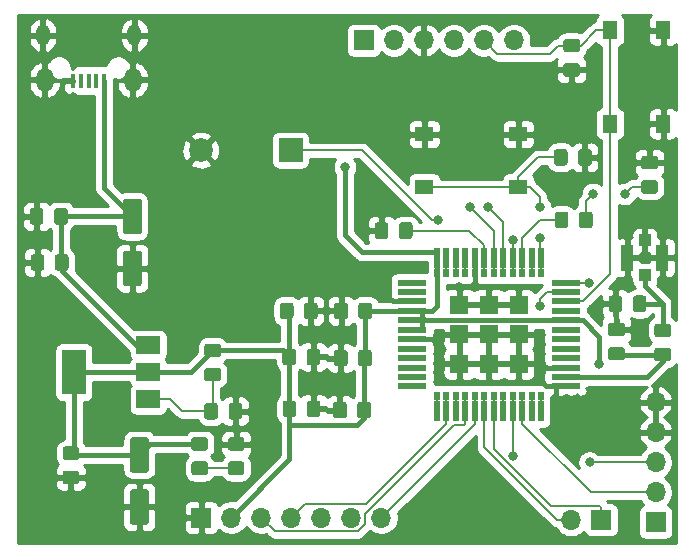
<source format=gbr>
G04 #@! TF.GenerationSoftware,KiCad,Pcbnew,5.1.5-52549c5~84~ubuntu18.04.1*
G04 #@! TF.CreationDate,2020-02-11T14:22:43+01:00*
G04 #@! TF.ProjectId,project,70726f6a-6563-4742-9e6b-696361645f70,rev?*
G04 #@! TF.SameCoordinates,Original*
G04 #@! TF.FileFunction,Copper,L1,Top*
G04 #@! TF.FilePolarity,Positive*
%FSLAX46Y46*%
G04 Gerber Fmt 4.6, Leading zero omitted, Abs format (unit mm)*
G04 Created by KiCad (PCBNEW 5.1.5-52549c5~84~ubuntu18.04.1) date 2020-02-11 14:22:43*
%MOMM*%
%LPD*%
G04 APERTURE LIST*
%ADD10R,0.500000X1.000000*%
%ADD11R,0.500000X0.800000*%
%ADD12R,1.000000X0.500000*%
%ADD13R,0.800000X0.500000*%
%ADD14R,1.600000X1.600000*%
%ADD15C,0.100000*%
%ADD16O,1.700000X1.700000*%
%ADD17R,1.700000X1.700000*%
%ADD18R,2.000000X1.500000*%
%ADD19R,2.000000X3.800000*%
%ADD20R,1.550000X1.300000*%
%ADD21R,1.300000X1.550000*%
%ADD22C,2.000000*%
%ADD23R,2.000000X2.000000*%
%ADD24R,1.000000X1.000000*%
%ADD25R,1.050000X2.200000*%
%ADD26O,1.150000X1.800000*%
%ADD27O,1.450000X2.000000*%
%ADD28R,0.450000X1.300000*%
%ADD29C,0.800000*%
%ADD30C,0.400000*%
%ADD31C,0.200000*%
%ADD32C,0.254000*%
G04 APERTURE END LIST*
D10*
X84400000Y-68300000D03*
X85200000Y-68300000D03*
D11*
X82000000Y-69150000D03*
X81200000Y-69150000D03*
X80400000Y-69150000D03*
D10*
X82000000Y-68300000D03*
D11*
X79600000Y-69150000D03*
X84400000Y-69150000D03*
X86000000Y-69150000D03*
X85200000Y-69150000D03*
X86800000Y-69150000D03*
D10*
X81200000Y-68300000D03*
X86000000Y-68300000D03*
X87600000Y-68300000D03*
X80400000Y-68300000D03*
D11*
X87600000Y-69150000D03*
D10*
X79600000Y-68300000D03*
X88400000Y-68300000D03*
X86800000Y-68300000D03*
X83600000Y-68300000D03*
D11*
X83600000Y-69150000D03*
X82800000Y-69150000D03*
X88400000Y-69150000D03*
D10*
X82800000Y-68300000D03*
X84400000Y-56100000D03*
X85200000Y-56100000D03*
X86800000Y-56100000D03*
X81200000Y-56100000D03*
D11*
X81200000Y-55250000D03*
D10*
X88400000Y-56100000D03*
D11*
X86000000Y-55250000D03*
X84400000Y-55250000D03*
X87600000Y-55250000D03*
D10*
X87600000Y-56100000D03*
D11*
X80400000Y-55250000D03*
D10*
X82000000Y-56100000D03*
X82800000Y-56100000D03*
D11*
X83600000Y-55250000D03*
X86800000Y-55250000D03*
D10*
X80400000Y-56100000D03*
D11*
X82800000Y-55250000D03*
D10*
X83600000Y-56100000D03*
D11*
X88400000Y-55250000D03*
D10*
X86000000Y-56100000D03*
D11*
X82000000Y-55250000D03*
D10*
X79600000Y-56100000D03*
D11*
X79600000Y-55250000D03*
X85200000Y-55250000D03*
D12*
X90500000Y-62600000D03*
X90500000Y-63400000D03*
X90500000Y-66600000D03*
X90500000Y-61800000D03*
X90500000Y-57800000D03*
X90500000Y-61000000D03*
X90500000Y-58600000D03*
X90500000Y-65800000D03*
X90500000Y-60200000D03*
X90500000Y-59400000D03*
X90500000Y-65000000D03*
X90500000Y-64200000D03*
D13*
X91350000Y-59400000D03*
X91350000Y-65800000D03*
X91350000Y-61800000D03*
X91350000Y-58600000D03*
X91350000Y-63400000D03*
X91350000Y-61000000D03*
X91350000Y-57800000D03*
X91350000Y-64200000D03*
X91350000Y-66600000D03*
X91350000Y-60200000D03*
X91350000Y-65000000D03*
X91350000Y-62600000D03*
X76650000Y-59400000D03*
X76650000Y-63400000D03*
X78350000Y-66600000D03*
D11*
X83600000Y-67400000D03*
D13*
X78350000Y-60200000D03*
D14*
X81500000Y-64700000D03*
D11*
X87600000Y-57000000D03*
X81200000Y-57000000D03*
D13*
X89650000Y-61000000D03*
X78350000Y-58600000D03*
X89650000Y-66600000D03*
X89650000Y-62600000D03*
D11*
X83600000Y-57000000D03*
X82000000Y-67400000D03*
D13*
X78350000Y-59400000D03*
X76650000Y-57800000D03*
D14*
X81500000Y-59700000D03*
D13*
X76650000Y-58600000D03*
X78350000Y-64200000D03*
X89650000Y-57800000D03*
X78350000Y-62600000D03*
D12*
X77500000Y-66600000D03*
D11*
X86800000Y-67400000D03*
X86800000Y-57000000D03*
X84400000Y-57000000D03*
X82800000Y-57000000D03*
X85200000Y-57000000D03*
D13*
X89650000Y-64200000D03*
X89650000Y-58600000D03*
X78350000Y-57800000D03*
D12*
X77500000Y-57800000D03*
D13*
X89650000Y-65000000D03*
D11*
X79600000Y-67400000D03*
D14*
X84000000Y-64700000D03*
D13*
X76650000Y-61000000D03*
X89650000Y-61800000D03*
X78350000Y-65800000D03*
X78350000Y-61800000D03*
D14*
X84000000Y-62200000D03*
D12*
X77500000Y-61800000D03*
X77500000Y-61000000D03*
D13*
X78350000Y-61000000D03*
X78350000Y-65000000D03*
D14*
X86500000Y-59700000D03*
X84000000Y-59700000D03*
D12*
X77500000Y-62600000D03*
D11*
X79600000Y-57000000D03*
X88400000Y-67400000D03*
X88400000Y-57000000D03*
D13*
X89650000Y-59400000D03*
D11*
X82000000Y-57000000D03*
D13*
X89650000Y-65800000D03*
D11*
X85200000Y-67400000D03*
D12*
X77500000Y-60200000D03*
D13*
X76650000Y-65000000D03*
X76650000Y-65800000D03*
D11*
X84400000Y-67400000D03*
D12*
X77500000Y-64200000D03*
X77500000Y-63400000D03*
X77500000Y-59400000D03*
D13*
X78350000Y-63400000D03*
D11*
X81200000Y-67400000D03*
X82800000Y-67400000D03*
D13*
X76650000Y-66600000D03*
D11*
X86000000Y-57000000D03*
X80400000Y-57000000D03*
D14*
X81500000Y-62200000D03*
D11*
X86000000Y-67400000D03*
X87600000Y-67400000D03*
D13*
X89650000Y-60200000D03*
D12*
X77500000Y-58600000D03*
D13*
X76650000Y-62600000D03*
D14*
X86500000Y-62200000D03*
D13*
X89650000Y-63400000D03*
X76650000Y-60200000D03*
D12*
X77500000Y-65000000D03*
D11*
X80400000Y-67400000D03*
D13*
X76650000Y-64200000D03*
X76650000Y-61800000D03*
D12*
X77500000Y-65800000D03*
D14*
X86500000Y-64700000D03*
G04 #@! TA.AperFunction,SMDPad,CuDef*
D15*
G36*
X90499505Y-51801204D02*
G01*
X90523773Y-51804804D01*
X90547572Y-51810765D01*
X90570671Y-51819030D01*
X90592850Y-51829520D01*
X90613893Y-51842132D01*
X90633599Y-51856747D01*
X90651777Y-51873223D01*
X90668253Y-51891401D01*
X90682868Y-51911107D01*
X90695480Y-51932150D01*
X90705970Y-51954329D01*
X90714235Y-51977428D01*
X90720196Y-52001227D01*
X90723796Y-52025495D01*
X90725000Y-52049999D01*
X90725000Y-52950001D01*
X90723796Y-52974505D01*
X90720196Y-52998773D01*
X90714235Y-53022572D01*
X90705970Y-53045671D01*
X90695480Y-53067850D01*
X90682868Y-53088893D01*
X90668253Y-53108599D01*
X90651777Y-53126777D01*
X90633599Y-53143253D01*
X90613893Y-53157868D01*
X90592850Y-53170480D01*
X90570671Y-53180970D01*
X90547572Y-53189235D01*
X90523773Y-53195196D01*
X90499505Y-53198796D01*
X90475001Y-53200000D01*
X89824999Y-53200000D01*
X89800495Y-53198796D01*
X89776227Y-53195196D01*
X89752428Y-53189235D01*
X89729329Y-53180970D01*
X89707150Y-53170480D01*
X89686107Y-53157868D01*
X89666401Y-53143253D01*
X89648223Y-53126777D01*
X89631747Y-53108599D01*
X89617132Y-53088893D01*
X89604520Y-53067850D01*
X89594030Y-53045671D01*
X89585765Y-53022572D01*
X89579804Y-52998773D01*
X89576204Y-52974505D01*
X89575000Y-52950001D01*
X89575000Y-52049999D01*
X89576204Y-52025495D01*
X89579804Y-52001227D01*
X89585765Y-51977428D01*
X89594030Y-51954329D01*
X89604520Y-51932150D01*
X89617132Y-51911107D01*
X89631747Y-51891401D01*
X89648223Y-51873223D01*
X89666401Y-51856747D01*
X89686107Y-51842132D01*
X89707150Y-51829520D01*
X89729329Y-51819030D01*
X89752428Y-51810765D01*
X89776227Y-51804804D01*
X89800495Y-51801204D01*
X89824999Y-51800000D01*
X90475001Y-51800000D01*
X90499505Y-51801204D01*
G37*
G04 #@! TD.AperFunction*
G04 #@! TA.AperFunction,SMDPad,CuDef*
G36*
X92549505Y-51801204D02*
G01*
X92573773Y-51804804D01*
X92597572Y-51810765D01*
X92620671Y-51819030D01*
X92642850Y-51829520D01*
X92663893Y-51842132D01*
X92683599Y-51856747D01*
X92701777Y-51873223D01*
X92718253Y-51891401D01*
X92732868Y-51911107D01*
X92745480Y-51932150D01*
X92755970Y-51954329D01*
X92764235Y-51977428D01*
X92770196Y-52001227D01*
X92773796Y-52025495D01*
X92775000Y-52049999D01*
X92775000Y-52950001D01*
X92773796Y-52974505D01*
X92770196Y-52998773D01*
X92764235Y-53022572D01*
X92755970Y-53045671D01*
X92745480Y-53067850D01*
X92732868Y-53088893D01*
X92718253Y-53108599D01*
X92701777Y-53126777D01*
X92683599Y-53143253D01*
X92663893Y-53157868D01*
X92642850Y-53170480D01*
X92620671Y-53180970D01*
X92597572Y-53189235D01*
X92573773Y-53195196D01*
X92549505Y-53198796D01*
X92525001Y-53200000D01*
X91874999Y-53200000D01*
X91850495Y-53198796D01*
X91826227Y-53195196D01*
X91802428Y-53189235D01*
X91779329Y-53180970D01*
X91757150Y-53170480D01*
X91736107Y-53157868D01*
X91716401Y-53143253D01*
X91698223Y-53126777D01*
X91681747Y-53108599D01*
X91667132Y-53088893D01*
X91654520Y-53067850D01*
X91644030Y-53045671D01*
X91635765Y-53022572D01*
X91629804Y-52998773D01*
X91626204Y-52974505D01*
X91625000Y-52950001D01*
X91625000Y-52049999D01*
X91626204Y-52025495D01*
X91629804Y-52001227D01*
X91635765Y-51977428D01*
X91644030Y-51954329D01*
X91654520Y-51932150D01*
X91667132Y-51911107D01*
X91681747Y-51891401D01*
X91698223Y-51873223D01*
X91716401Y-51856747D01*
X91736107Y-51842132D01*
X91757150Y-51829520D01*
X91779329Y-51819030D01*
X91802428Y-51810765D01*
X91826227Y-51804804D01*
X91850495Y-51801204D01*
X91874999Y-51800000D01*
X92525001Y-51800000D01*
X92549505Y-51801204D01*
G37*
G04 #@! TD.AperFunction*
G04 #@! TA.AperFunction,SMDPad,CuDef*
G36*
X59974505Y-70901204D02*
G01*
X59998773Y-70904804D01*
X60022572Y-70910765D01*
X60045671Y-70919030D01*
X60067850Y-70929520D01*
X60088893Y-70942132D01*
X60108599Y-70956747D01*
X60126777Y-70973223D01*
X60143253Y-70991401D01*
X60157868Y-71011107D01*
X60170480Y-71032150D01*
X60180970Y-71054329D01*
X60189235Y-71077428D01*
X60195196Y-71101227D01*
X60198796Y-71125495D01*
X60200000Y-71149999D01*
X60200000Y-71800001D01*
X60198796Y-71824505D01*
X60195196Y-71848773D01*
X60189235Y-71872572D01*
X60180970Y-71895671D01*
X60170480Y-71917850D01*
X60157868Y-71938893D01*
X60143253Y-71958599D01*
X60126777Y-71976777D01*
X60108599Y-71993253D01*
X60088893Y-72007868D01*
X60067850Y-72020480D01*
X60045671Y-72030970D01*
X60022572Y-72039235D01*
X59998773Y-72045196D01*
X59974505Y-72048796D01*
X59950001Y-72050000D01*
X59049999Y-72050000D01*
X59025495Y-72048796D01*
X59001227Y-72045196D01*
X58977428Y-72039235D01*
X58954329Y-72030970D01*
X58932150Y-72020480D01*
X58911107Y-72007868D01*
X58891401Y-71993253D01*
X58873223Y-71976777D01*
X58856747Y-71958599D01*
X58842132Y-71938893D01*
X58829520Y-71917850D01*
X58819030Y-71895671D01*
X58810765Y-71872572D01*
X58804804Y-71848773D01*
X58801204Y-71824505D01*
X58800000Y-71800001D01*
X58800000Y-71149999D01*
X58801204Y-71125495D01*
X58804804Y-71101227D01*
X58810765Y-71077428D01*
X58819030Y-71054329D01*
X58829520Y-71032150D01*
X58842132Y-71011107D01*
X58856747Y-70991401D01*
X58873223Y-70973223D01*
X58891401Y-70956747D01*
X58911107Y-70942132D01*
X58932150Y-70929520D01*
X58954329Y-70919030D01*
X58977428Y-70910765D01*
X59001227Y-70904804D01*
X59025495Y-70901204D01*
X59049999Y-70900000D01*
X59950001Y-70900000D01*
X59974505Y-70901204D01*
G37*
G04 #@! TD.AperFunction*
G04 #@! TA.AperFunction,SMDPad,CuDef*
G36*
X59974505Y-72951204D02*
G01*
X59998773Y-72954804D01*
X60022572Y-72960765D01*
X60045671Y-72969030D01*
X60067850Y-72979520D01*
X60088893Y-72992132D01*
X60108599Y-73006747D01*
X60126777Y-73023223D01*
X60143253Y-73041401D01*
X60157868Y-73061107D01*
X60170480Y-73082150D01*
X60180970Y-73104329D01*
X60189235Y-73127428D01*
X60195196Y-73151227D01*
X60198796Y-73175495D01*
X60200000Y-73199999D01*
X60200000Y-73850001D01*
X60198796Y-73874505D01*
X60195196Y-73898773D01*
X60189235Y-73922572D01*
X60180970Y-73945671D01*
X60170480Y-73967850D01*
X60157868Y-73988893D01*
X60143253Y-74008599D01*
X60126777Y-74026777D01*
X60108599Y-74043253D01*
X60088893Y-74057868D01*
X60067850Y-74070480D01*
X60045671Y-74080970D01*
X60022572Y-74089235D01*
X59998773Y-74095196D01*
X59974505Y-74098796D01*
X59950001Y-74100000D01*
X59049999Y-74100000D01*
X59025495Y-74098796D01*
X59001227Y-74095196D01*
X58977428Y-74089235D01*
X58954329Y-74080970D01*
X58932150Y-74070480D01*
X58911107Y-74057868D01*
X58891401Y-74043253D01*
X58873223Y-74026777D01*
X58856747Y-74008599D01*
X58842132Y-73988893D01*
X58829520Y-73967850D01*
X58819030Y-73945671D01*
X58810765Y-73922572D01*
X58804804Y-73898773D01*
X58801204Y-73874505D01*
X58800000Y-73850001D01*
X58800000Y-73199999D01*
X58801204Y-73175495D01*
X58804804Y-73151227D01*
X58810765Y-73127428D01*
X58819030Y-73104329D01*
X58829520Y-73082150D01*
X58842132Y-73061107D01*
X58856747Y-73041401D01*
X58873223Y-73023223D01*
X58891401Y-73006747D01*
X58911107Y-72992132D01*
X58932150Y-72979520D01*
X58954329Y-72969030D01*
X58977428Y-72960765D01*
X59001227Y-72954804D01*
X59025495Y-72951204D01*
X59049999Y-72950000D01*
X59950001Y-72950000D01*
X59974505Y-72951204D01*
G37*
G04 #@! TD.AperFunction*
G04 #@! TA.AperFunction,SMDPad,CuDef*
G36*
X63074505Y-72951204D02*
G01*
X63098773Y-72954804D01*
X63122572Y-72960765D01*
X63145671Y-72969030D01*
X63167850Y-72979520D01*
X63188893Y-72992132D01*
X63208599Y-73006747D01*
X63226777Y-73023223D01*
X63243253Y-73041401D01*
X63257868Y-73061107D01*
X63270480Y-73082150D01*
X63280970Y-73104329D01*
X63289235Y-73127428D01*
X63295196Y-73151227D01*
X63298796Y-73175495D01*
X63300000Y-73199999D01*
X63300000Y-73850001D01*
X63298796Y-73874505D01*
X63295196Y-73898773D01*
X63289235Y-73922572D01*
X63280970Y-73945671D01*
X63270480Y-73967850D01*
X63257868Y-73988893D01*
X63243253Y-74008599D01*
X63226777Y-74026777D01*
X63208599Y-74043253D01*
X63188893Y-74057868D01*
X63167850Y-74070480D01*
X63145671Y-74080970D01*
X63122572Y-74089235D01*
X63098773Y-74095196D01*
X63074505Y-74098796D01*
X63050001Y-74100000D01*
X62149999Y-74100000D01*
X62125495Y-74098796D01*
X62101227Y-74095196D01*
X62077428Y-74089235D01*
X62054329Y-74080970D01*
X62032150Y-74070480D01*
X62011107Y-74057868D01*
X61991401Y-74043253D01*
X61973223Y-74026777D01*
X61956747Y-74008599D01*
X61942132Y-73988893D01*
X61929520Y-73967850D01*
X61919030Y-73945671D01*
X61910765Y-73922572D01*
X61904804Y-73898773D01*
X61901204Y-73874505D01*
X61900000Y-73850001D01*
X61900000Y-73199999D01*
X61901204Y-73175495D01*
X61904804Y-73151227D01*
X61910765Y-73127428D01*
X61919030Y-73104329D01*
X61929520Y-73082150D01*
X61942132Y-73061107D01*
X61956747Y-73041401D01*
X61973223Y-73023223D01*
X61991401Y-73006747D01*
X62011107Y-72992132D01*
X62032150Y-72979520D01*
X62054329Y-72969030D01*
X62077428Y-72960765D01*
X62101227Y-72954804D01*
X62125495Y-72951204D01*
X62149999Y-72950000D01*
X63050001Y-72950000D01*
X63074505Y-72951204D01*
G37*
G04 #@! TD.AperFunction*
G04 #@! TA.AperFunction,SMDPad,CuDef*
G36*
X63074505Y-70901204D02*
G01*
X63098773Y-70904804D01*
X63122572Y-70910765D01*
X63145671Y-70919030D01*
X63167850Y-70929520D01*
X63188893Y-70942132D01*
X63208599Y-70956747D01*
X63226777Y-70973223D01*
X63243253Y-70991401D01*
X63257868Y-71011107D01*
X63270480Y-71032150D01*
X63280970Y-71054329D01*
X63289235Y-71077428D01*
X63295196Y-71101227D01*
X63298796Y-71125495D01*
X63300000Y-71149999D01*
X63300000Y-71800001D01*
X63298796Y-71824505D01*
X63295196Y-71848773D01*
X63289235Y-71872572D01*
X63280970Y-71895671D01*
X63270480Y-71917850D01*
X63257868Y-71938893D01*
X63243253Y-71958599D01*
X63226777Y-71976777D01*
X63208599Y-71993253D01*
X63188893Y-72007868D01*
X63167850Y-72020480D01*
X63145671Y-72030970D01*
X63122572Y-72039235D01*
X63098773Y-72045196D01*
X63074505Y-72048796D01*
X63050001Y-72050000D01*
X62149999Y-72050000D01*
X62125495Y-72048796D01*
X62101227Y-72045196D01*
X62077428Y-72039235D01*
X62054329Y-72030970D01*
X62032150Y-72020480D01*
X62011107Y-72007868D01*
X61991401Y-71993253D01*
X61973223Y-71976777D01*
X61956747Y-71958599D01*
X61942132Y-71938893D01*
X61929520Y-71917850D01*
X61919030Y-71895671D01*
X61910765Y-71872572D01*
X61904804Y-71848773D01*
X61901204Y-71824505D01*
X61900000Y-71800001D01*
X61900000Y-71149999D01*
X61901204Y-71125495D01*
X61904804Y-71101227D01*
X61910765Y-71077428D01*
X61919030Y-71054329D01*
X61929520Y-71032150D01*
X61942132Y-71011107D01*
X61956747Y-70991401D01*
X61973223Y-70973223D01*
X61991401Y-70956747D01*
X62011107Y-70942132D01*
X62032150Y-70929520D01*
X62054329Y-70919030D01*
X62077428Y-70910765D01*
X62101227Y-70904804D01*
X62125495Y-70901204D01*
X62149999Y-70900000D01*
X63050001Y-70900000D01*
X63074505Y-70901204D01*
G37*
G04 #@! TD.AperFunction*
D16*
X98100000Y-67940000D03*
X98100000Y-70480000D03*
X98100000Y-73020000D03*
X98100000Y-75560000D03*
D17*
X98100000Y-78100000D03*
D16*
X74880000Y-77700000D03*
X72340000Y-77700000D03*
X69800000Y-77700000D03*
X67260000Y-77700000D03*
X64720000Y-77700000D03*
X62180000Y-77700000D03*
D17*
X59640000Y-77700000D03*
D16*
X90960000Y-77900000D03*
D17*
X93500000Y-77900000D03*
D16*
X86100000Y-37300000D03*
X83560000Y-37300000D03*
X81020000Y-37300000D03*
X78480000Y-37300000D03*
X75940000Y-37300000D03*
D17*
X73400000Y-37300000D03*
G04 #@! TA.AperFunction,SMDPad,CuDef*
D15*
G36*
X95049505Y-58901204D02*
G01*
X95073773Y-58904804D01*
X95097572Y-58910765D01*
X95120671Y-58919030D01*
X95142850Y-58929520D01*
X95163893Y-58942132D01*
X95183599Y-58956747D01*
X95201777Y-58973223D01*
X95218253Y-58991401D01*
X95232868Y-59011107D01*
X95245480Y-59032150D01*
X95255970Y-59054329D01*
X95264235Y-59077428D01*
X95270196Y-59101227D01*
X95273796Y-59125495D01*
X95275000Y-59149999D01*
X95275000Y-60050001D01*
X95273796Y-60074505D01*
X95270196Y-60098773D01*
X95264235Y-60122572D01*
X95255970Y-60145671D01*
X95245480Y-60167850D01*
X95232868Y-60188893D01*
X95218253Y-60208599D01*
X95201777Y-60226777D01*
X95183599Y-60243253D01*
X95163893Y-60257868D01*
X95142850Y-60270480D01*
X95120671Y-60280970D01*
X95097572Y-60289235D01*
X95073773Y-60295196D01*
X95049505Y-60298796D01*
X95025001Y-60300000D01*
X94374999Y-60300000D01*
X94350495Y-60298796D01*
X94326227Y-60295196D01*
X94302428Y-60289235D01*
X94279329Y-60280970D01*
X94257150Y-60270480D01*
X94236107Y-60257868D01*
X94216401Y-60243253D01*
X94198223Y-60226777D01*
X94181747Y-60208599D01*
X94167132Y-60188893D01*
X94154520Y-60167850D01*
X94144030Y-60145671D01*
X94135765Y-60122572D01*
X94129804Y-60098773D01*
X94126204Y-60074505D01*
X94125000Y-60050001D01*
X94125000Y-59149999D01*
X94126204Y-59125495D01*
X94129804Y-59101227D01*
X94135765Y-59077428D01*
X94144030Y-59054329D01*
X94154520Y-59032150D01*
X94167132Y-59011107D01*
X94181747Y-58991401D01*
X94198223Y-58973223D01*
X94216401Y-58956747D01*
X94236107Y-58942132D01*
X94257150Y-58929520D01*
X94279329Y-58919030D01*
X94302428Y-58910765D01*
X94326227Y-58904804D01*
X94350495Y-58901204D01*
X94374999Y-58900000D01*
X95025001Y-58900000D01*
X95049505Y-58901204D01*
G37*
G04 #@! TD.AperFunction*
G04 #@! TA.AperFunction,SMDPad,CuDef*
G36*
X97099505Y-58901204D02*
G01*
X97123773Y-58904804D01*
X97147572Y-58910765D01*
X97170671Y-58919030D01*
X97192850Y-58929520D01*
X97213893Y-58942132D01*
X97233599Y-58956747D01*
X97251777Y-58973223D01*
X97268253Y-58991401D01*
X97282868Y-59011107D01*
X97295480Y-59032150D01*
X97305970Y-59054329D01*
X97314235Y-59077428D01*
X97320196Y-59101227D01*
X97323796Y-59125495D01*
X97325000Y-59149999D01*
X97325000Y-60050001D01*
X97323796Y-60074505D01*
X97320196Y-60098773D01*
X97314235Y-60122572D01*
X97305970Y-60145671D01*
X97295480Y-60167850D01*
X97282868Y-60188893D01*
X97268253Y-60208599D01*
X97251777Y-60226777D01*
X97233599Y-60243253D01*
X97213893Y-60257868D01*
X97192850Y-60270480D01*
X97170671Y-60280970D01*
X97147572Y-60289235D01*
X97123773Y-60295196D01*
X97099505Y-60298796D01*
X97075001Y-60300000D01*
X96424999Y-60300000D01*
X96400495Y-60298796D01*
X96376227Y-60295196D01*
X96352428Y-60289235D01*
X96329329Y-60280970D01*
X96307150Y-60270480D01*
X96286107Y-60257868D01*
X96266401Y-60243253D01*
X96248223Y-60226777D01*
X96231747Y-60208599D01*
X96217132Y-60188893D01*
X96204520Y-60167850D01*
X96194030Y-60145671D01*
X96185765Y-60122572D01*
X96179804Y-60098773D01*
X96176204Y-60074505D01*
X96175000Y-60050001D01*
X96175000Y-59149999D01*
X96176204Y-59125495D01*
X96179804Y-59101227D01*
X96185765Y-59077428D01*
X96194030Y-59054329D01*
X96204520Y-59032150D01*
X96217132Y-59011107D01*
X96231747Y-58991401D01*
X96248223Y-58973223D01*
X96266401Y-58956747D01*
X96286107Y-58942132D01*
X96307150Y-58929520D01*
X96329329Y-58919030D01*
X96352428Y-58910765D01*
X96376227Y-58904804D01*
X96400495Y-58901204D01*
X96424999Y-58900000D01*
X97075001Y-58900000D01*
X97099505Y-58901204D01*
G37*
G04 #@! TD.AperFunction*
G04 #@! TA.AperFunction,SMDPad,CuDef*
G36*
X95274505Y-61201204D02*
G01*
X95298773Y-61204804D01*
X95322572Y-61210765D01*
X95345671Y-61219030D01*
X95367850Y-61229520D01*
X95388893Y-61242132D01*
X95408599Y-61256747D01*
X95426777Y-61273223D01*
X95443253Y-61291401D01*
X95457868Y-61311107D01*
X95470480Y-61332150D01*
X95480970Y-61354329D01*
X95489235Y-61377428D01*
X95495196Y-61401227D01*
X95498796Y-61425495D01*
X95500000Y-61449999D01*
X95500000Y-62100001D01*
X95498796Y-62124505D01*
X95495196Y-62148773D01*
X95489235Y-62172572D01*
X95480970Y-62195671D01*
X95470480Y-62217850D01*
X95457868Y-62238893D01*
X95443253Y-62258599D01*
X95426777Y-62276777D01*
X95408599Y-62293253D01*
X95388893Y-62307868D01*
X95367850Y-62320480D01*
X95345671Y-62330970D01*
X95322572Y-62339235D01*
X95298773Y-62345196D01*
X95274505Y-62348796D01*
X95250001Y-62350000D01*
X94349999Y-62350000D01*
X94325495Y-62348796D01*
X94301227Y-62345196D01*
X94277428Y-62339235D01*
X94254329Y-62330970D01*
X94232150Y-62320480D01*
X94211107Y-62307868D01*
X94191401Y-62293253D01*
X94173223Y-62276777D01*
X94156747Y-62258599D01*
X94142132Y-62238893D01*
X94129520Y-62217850D01*
X94119030Y-62195671D01*
X94110765Y-62172572D01*
X94104804Y-62148773D01*
X94101204Y-62124505D01*
X94100000Y-62100001D01*
X94100000Y-61449999D01*
X94101204Y-61425495D01*
X94104804Y-61401227D01*
X94110765Y-61377428D01*
X94119030Y-61354329D01*
X94129520Y-61332150D01*
X94142132Y-61311107D01*
X94156747Y-61291401D01*
X94173223Y-61273223D01*
X94191401Y-61256747D01*
X94211107Y-61242132D01*
X94232150Y-61229520D01*
X94254329Y-61219030D01*
X94277428Y-61210765D01*
X94301227Y-61204804D01*
X94325495Y-61201204D01*
X94349999Y-61200000D01*
X95250001Y-61200000D01*
X95274505Y-61201204D01*
G37*
G04 #@! TD.AperFunction*
G04 #@! TA.AperFunction,SMDPad,CuDef*
G36*
X95274505Y-63251204D02*
G01*
X95298773Y-63254804D01*
X95322572Y-63260765D01*
X95345671Y-63269030D01*
X95367850Y-63279520D01*
X95388893Y-63292132D01*
X95408599Y-63306747D01*
X95426777Y-63323223D01*
X95443253Y-63341401D01*
X95457868Y-63361107D01*
X95470480Y-63382150D01*
X95480970Y-63404329D01*
X95489235Y-63427428D01*
X95495196Y-63451227D01*
X95498796Y-63475495D01*
X95500000Y-63499999D01*
X95500000Y-64150001D01*
X95498796Y-64174505D01*
X95495196Y-64198773D01*
X95489235Y-64222572D01*
X95480970Y-64245671D01*
X95470480Y-64267850D01*
X95457868Y-64288893D01*
X95443253Y-64308599D01*
X95426777Y-64326777D01*
X95408599Y-64343253D01*
X95388893Y-64357868D01*
X95367850Y-64370480D01*
X95345671Y-64380970D01*
X95322572Y-64389235D01*
X95298773Y-64395196D01*
X95274505Y-64398796D01*
X95250001Y-64400000D01*
X94349999Y-64400000D01*
X94325495Y-64398796D01*
X94301227Y-64395196D01*
X94277428Y-64389235D01*
X94254329Y-64380970D01*
X94232150Y-64370480D01*
X94211107Y-64357868D01*
X94191401Y-64343253D01*
X94173223Y-64326777D01*
X94156747Y-64308599D01*
X94142132Y-64288893D01*
X94129520Y-64267850D01*
X94119030Y-64245671D01*
X94110765Y-64222572D01*
X94104804Y-64198773D01*
X94101204Y-64174505D01*
X94100000Y-64150001D01*
X94100000Y-63499999D01*
X94101204Y-63475495D01*
X94104804Y-63451227D01*
X94110765Y-63427428D01*
X94119030Y-63404329D01*
X94129520Y-63382150D01*
X94142132Y-63361107D01*
X94156747Y-63341401D01*
X94173223Y-63323223D01*
X94191401Y-63306747D01*
X94211107Y-63292132D01*
X94232150Y-63279520D01*
X94254329Y-63269030D01*
X94277428Y-63260765D01*
X94301227Y-63254804D01*
X94325495Y-63251204D01*
X94349999Y-63250000D01*
X95250001Y-63250000D01*
X95274505Y-63251204D01*
G37*
G04 #@! TD.AperFunction*
G04 #@! TA.AperFunction,SMDPad,CuDef*
G36*
X69474505Y-63401204D02*
G01*
X69498773Y-63404804D01*
X69522572Y-63410765D01*
X69545671Y-63419030D01*
X69567850Y-63429520D01*
X69588893Y-63442132D01*
X69608599Y-63456747D01*
X69626777Y-63473223D01*
X69643253Y-63491401D01*
X69657868Y-63511107D01*
X69670480Y-63532150D01*
X69680970Y-63554329D01*
X69689235Y-63577428D01*
X69695196Y-63601227D01*
X69698796Y-63625495D01*
X69700000Y-63649999D01*
X69700000Y-64550001D01*
X69698796Y-64574505D01*
X69695196Y-64598773D01*
X69689235Y-64622572D01*
X69680970Y-64645671D01*
X69670480Y-64667850D01*
X69657868Y-64688893D01*
X69643253Y-64708599D01*
X69626777Y-64726777D01*
X69608599Y-64743253D01*
X69588893Y-64757868D01*
X69567850Y-64770480D01*
X69545671Y-64780970D01*
X69522572Y-64789235D01*
X69498773Y-64795196D01*
X69474505Y-64798796D01*
X69450001Y-64800000D01*
X68799999Y-64800000D01*
X68775495Y-64798796D01*
X68751227Y-64795196D01*
X68727428Y-64789235D01*
X68704329Y-64780970D01*
X68682150Y-64770480D01*
X68661107Y-64757868D01*
X68641401Y-64743253D01*
X68623223Y-64726777D01*
X68606747Y-64708599D01*
X68592132Y-64688893D01*
X68579520Y-64667850D01*
X68569030Y-64645671D01*
X68560765Y-64622572D01*
X68554804Y-64598773D01*
X68551204Y-64574505D01*
X68550000Y-64550001D01*
X68550000Y-63649999D01*
X68551204Y-63625495D01*
X68554804Y-63601227D01*
X68560765Y-63577428D01*
X68569030Y-63554329D01*
X68579520Y-63532150D01*
X68592132Y-63511107D01*
X68606747Y-63491401D01*
X68623223Y-63473223D01*
X68641401Y-63456747D01*
X68661107Y-63442132D01*
X68682150Y-63429520D01*
X68704329Y-63419030D01*
X68727428Y-63410765D01*
X68751227Y-63404804D01*
X68775495Y-63401204D01*
X68799999Y-63400000D01*
X69450001Y-63400000D01*
X69474505Y-63401204D01*
G37*
G04 #@! TD.AperFunction*
G04 #@! TA.AperFunction,SMDPad,CuDef*
G36*
X67424505Y-63401204D02*
G01*
X67448773Y-63404804D01*
X67472572Y-63410765D01*
X67495671Y-63419030D01*
X67517850Y-63429520D01*
X67538893Y-63442132D01*
X67558599Y-63456747D01*
X67576777Y-63473223D01*
X67593253Y-63491401D01*
X67607868Y-63511107D01*
X67620480Y-63532150D01*
X67630970Y-63554329D01*
X67639235Y-63577428D01*
X67645196Y-63601227D01*
X67648796Y-63625495D01*
X67650000Y-63649999D01*
X67650000Y-64550001D01*
X67648796Y-64574505D01*
X67645196Y-64598773D01*
X67639235Y-64622572D01*
X67630970Y-64645671D01*
X67620480Y-64667850D01*
X67607868Y-64688893D01*
X67593253Y-64708599D01*
X67576777Y-64726777D01*
X67558599Y-64743253D01*
X67538893Y-64757868D01*
X67517850Y-64770480D01*
X67495671Y-64780970D01*
X67472572Y-64789235D01*
X67448773Y-64795196D01*
X67424505Y-64798796D01*
X67400001Y-64800000D01*
X66749999Y-64800000D01*
X66725495Y-64798796D01*
X66701227Y-64795196D01*
X66677428Y-64789235D01*
X66654329Y-64780970D01*
X66632150Y-64770480D01*
X66611107Y-64757868D01*
X66591401Y-64743253D01*
X66573223Y-64726777D01*
X66556747Y-64708599D01*
X66542132Y-64688893D01*
X66529520Y-64667850D01*
X66519030Y-64645671D01*
X66510765Y-64622572D01*
X66504804Y-64598773D01*
X66501204Y-64574505D01*
X66500000Y-64550001D01*
X66500000Y-63649999D01*
X66501204Y-63625495D01*
X66504804Y-63601227D01*
X66510765Y-63577428D01*
X66519030Y-63554329D01*
X66529520Y-63532150D01*
X66542132Y-63511107D01*
X66556747Y-63491401D01*
X66573223Y-63473223D01*
X66591401Y-63456747D01*
X66611107Y-63442132D01*
X66632150Y-63429520D01*
X66654329Y-63419030D01*
X66677428Y-63410765D01*
X66701227Y-63404804D01*
X66725495Y-63401204D01*
X66749999Y-63400000D01*
X67400001Y-63400000D01*
X67424505Y-63401204D01*
G37*
G04 #@! TD.AperFunction*
G04 #@! TA.AperFunction,SMDPad,CuDef*
G36*
X90424505Y-46501204D02*
G01*
X90448773Y-46504804D01*
X90472572Y-46510765D01*
X90495671Y-46519030D01*
X90517850Y-46529520D01*
X90538893Y-46542132D01*
X90558599Y-46556747D01*
X90576777Y-46573223D01*
X90593253Y-46591401D01*
X90607868Y-46611107D01*
X90620480Y-46632150D01*
X90630970Y-46654329D01*
X90639235Y-46677428D01*
X90645196Y-46701227D01*
X90648796Y-46725495D01*
X90650000Y-46749999D01*
X90650000Y-47650001D01*
X90648796Y-47674505D01*
X90645196Y-47698773D01*
X90639235Y-47722572D01*
X90630970Y-47745671D01*
X90620480Y-47767850D01*
X90607868Y-47788893D01*
X90593253Y-47808599D01*
X90576777Y-47826777D01*
X90558599Y-47843253D01*
X90538893Y-47857868D01*
X90517850Y-47870480D01*
X90495671Y-47880970D01*
X90472572Y-47889235D01*
X90448773Y-47895196D01*
X90424505Y-47898796D01*
X90400001Y-47900000D01*
X89749999Y-47900000D01*
X89725495Y-47898796D01*
X89701227Y-47895196D01*
X89677428Y-47889235D01*
X89654329Y-47880970D01*
X89632150Y-47870480D01*
X89611107Y-47857868D01*
X89591401Y-47843253D01*
X89573223Y-47826777D01*
X89556747Y-47808599D01*
X89542132Y-47788893D01*
X89529520Y-47767850D01*
X89519030Y-47745671D01*
X89510765Y-47722572D01*
X89504804Y-47698773D01*
X89501204Y-47674505D01*
X89500000Y-47650001D01*
X89500000Y-46749999D01*
X89501204Y-46725495D01*
X89504804Y-46701227D01*
X89510765Y-46677428D01*
X89519030Y-46654329D01*
X89529520Y-46632150D01*
X89542132Y-46611107D01*
X89556747Y-46591401D01*
X89573223Y-46573223D01*
X89591401Y-46556747D01*
X89611107Y-46542132D01*
X89632150Y-46529520D01*
X89654329Y-46519030D01*
X89677428Y-46510765D01*
X89701227Y-46504804D01*
X89725495Y-46501204D01*
X89749999Y-46500000D01*
X90400001Y-46500000D01*
X90424505Y-46501204D01*
G37*
G04 #@! TD.AperFunction*
G04 #@! TA.AperFunction,SMDPad,CuDef*
G36*
X92474505Y-46501204D02*
G01*
X92498773Y-46504804D01*
X92522572Y-46510765D01*
X92545671Y-46519030D01*
X92567850Y-46529520D01*
X92588893Y-46542132D01*
X92608599Y-46556747D01*
X92626777Y-46573223D01*
X92643253Y-46591401D01*
X92657868Y-46611107D01*
X92670480Y-46632150D01*
X92680970Y-46654329D01*
X92689235Y-46677428D01*
X92695196Y-46701227D01*
X92698796Y-46725495D01*
X92700000Y-46749999D01*
X92700000Y-47650001D01*
X92698796Y-47674505D01*
X92695196Y-47698773D01*
X92689235Y-47722572D01*
X92680970Y-47745671D01*
X92670480Y-47767850D01*
X92657868Y-47788893D01*
X92643253Y-47808599D01*
X92626777Y-47826777D01*
X92608599Y-47843253D01*
X92588893Y-47857868D01*
X92567850Y-47870480D01*
X92545671Y-47880970D01*
X92522572Y-47889235D01*
X92498773Y-47895196D01*
X92474505Y-47898796D01*
X92450001Y-47900000D01*
X91799999Y-47900000D01*
X91775495Y-47898796D01*
X91751227Y-47895196D01*
X91727428Y-47889235D01*
X91704329Y-47880970D01*
X91682150Y-47870480D01*
X91661107Y-47857868D01*
X91641401Y-47843253D01*
X91623223Y-47826777D01*
X91606747Y-47808599D01*
X91592132Y-47788893D01*
X91579520Y-47767850D01*
X91569030Y-47745671D01*
X91560765Y-47722572D01*
X91554804Y-47698773D01*
X91551204Y-47674505D01*
X91550000Y-47650001D01*
X91550000Y-46749999D01*
X91551204Y-46725495D01*
X91554804Y-46701227D01*
X91560765Y-46677428D01*
X91569030Y-46654329D01*
X91579520Y-46632150D01*
X91592132Y-46611107D01*
X91606747Y-46591401D01*
X91623223Y-46573223D01*
X91641401Y-46556747D01*
X91661107Y-46542132D01*
X91682150Y-46529520D01*
X91704329Y-46519030D01*
X91727428Y-46510765D01*
X91751227Y-46504804D01*
X91775495Y-46501204D01*
X91799999Y-46500000D01*
X92450001Y-46500000D01*
X92474505Y-46501204D01*
G37*
G04 #@! TD.AperFunction*
G04 #@! TA.AperFunction,SMDPad,CuDef*
G36*
X49074505Y-73726204D02*
G01*
X49098773Y-73729804D01*
X49122572Y-73735765D01*
X49145671Y-73744030D01*
X49167850Y-73754520D01*
X49188893Y-73767132D01*
X49208599Y-73781747D01*
X49226777Y-73798223D01*
X49243253Y-73816401D01*
X49257868Y-73836107D01*
X49270480Y-73857150D01*
X49280970Y-73879329D01*
X49289235Y-73902428D01*
X49295196Y-73926227D01*
X49298796Y-73950495D01*
X49300000Y-73974999D01*
X49300000Y-74625001D01*
X49298796Y-74649505D01*
X49295196Y-74673773D01*
X49289235Y-74697572D01*
X49280970Y-74720671D01*
X49270480Y-74742850D01*
X49257868Y-74763893D01*
X49243253Y-74783599D01*
X49226777Y-74801777D01*
X49208599Y-74818253D01*
X49188893Y-74832868D01*
X49167850Y-74845480D01*
X49145671Y-74855970D01*
X49122572Y-74864235D01*
X49098773Y-74870196D01*
X49074505Y-74873796D01*
X49050001Y-74875000D01*
X48149999Y-74875000D01*
X48125495Y-74873796D01*
X48101227Y-74870196D01*
X48077428Y-74864235D01*
X48054329Y-74855970D01*
X48032150Y-74845480D01*
X48011107Y-74832868D01*
X47991401Y-74818253D01*
X47973223Y-74801777D01*
X47956747Y-74783599D01*
X47942132Y-74763893D01*
X47929520Y-74742850D01*
X47919030Y-74720671D01*
X47910765Y-74697572D01*
X47904804Y-74673773D01*
X47901204Y-74649505D01*
X47900000Y-74625001D01*
X47900000Y-73974999D01*
X47901204Y-73950495D01*
X47904804Y-73926227D01*
X47910765Y-73902428D01*
X47919030Y-73879329D01*
X47929520Y-73857150D01*
X47942132Y-73836107D01*
X47956747Y-73816401D01*
X47973223Y-73798223D01*
X47991401Y-73781747D01*
X48011107Y-73767132D01*
X48032150Y-73754520D01*
X48054329Y-73744030D01*
X48077428Y-73735765D01*
X48101227Y-73729804D01*
X48125495Y-73726204D01*
X48149999Y-73725000D01*
X49050001Y-73725000D01*
X49074505Y-73726204D01*
G37*
G04 #@! TD.AperFunction*
G04 #@! TA.AperFunction,SMDPad,CuDef*
G36*
X49074505Y-71676204D02*
G01*
X49098773Y-71679804D01*
X49122572Y-71685765D01*
X49145671Y-71694030D01*
X49167850Y-71704520D01*
X49188893Y-71717132D01*
X49208599Y-71731747D01*
X49226777Y-71748223D01*
X49243253Y-71766401D01*
X49257868Y-71786107D01*
X49270480Y-71807150D01*
X49280970Y-71829329D01*
X49289235Y-71852428D01*
X49295196Y-71876227D01*
X49298796Y-71900495D01*
X49300000Y-71924999D01*
X49300000Y-72575001D01*
X49298796Y-72599505D01*
X49295196Y-72623773D01*
X49289235Y-72647572D01*
X49280970Y-72670671D01*
X49270480Y-72692850D01*
X49257868Y-72713893D01*
X49243253Y-72733599D01*
X49226777Y-72751777D01*
X49208599Y-72768253D01*
X49188893Y-72782868D01*
X49167850Y-72795480D01*
X49145671Y-72805970D01*
X49122572Y-72814235D01*
X49098773Y-72820196D01*
X49074505Y-72823796D01*
X49050001Y-72825000D01*
X48149999Y-72825000D01*
X48125495Y-72823796D01*
X48101227Y-72820196D01*
X48077428Y-72814235D01*
X48054329Y-72805970D01*
X48032150Y-72795480D01*
X48011107Y-72782868D01*
X47991401Y-72768253D01*
X47973223Y-72751777D01*
X47956747Y-72733599D01*
X47942132Y-72713893D01*
X47929520Y-72692850D01*
X47919030Y-72670671D01*
X47910765Y-72647572D01*
X47904804Y-72623773D01*
X47901204Y-72599505D01*
X47900000Y-72575001D01*
X47900000Y-71924999D01*
X47901204Y-71900495D01*
X47904804Y-71876227D01*
X47910765Y-71852428D01*
X47919030Y-71829329D01*
X47929520Y-71807150D01*
X47942132Y-71786107D01*
X47956747Y-71766401D01*
X47973223Y-71748223D01*
X47991401Y-71731747D01*
X48011107Y-71717132D01*
X48032150Y-71704520D01*
X48054329Y-71694030D01*
X48077428Y-71685765D01*
X48101227Y-71679804D01*
X48125495Y-71676204D01*
X48149999Y-71675000D01*
X49050001Y-71675000D01*
X49074505Y-71676204D01*
G37*
G04 #@! TD.AperFunction*
D18*
X55150000Y-67700000D03*
X55150000Y-63100000D03*
X55150000Y-65400000D03*
D19*
X48850000Y-65400000D03*
D20*
X78525000Y-45250000D03*
X78525000Y-49750000D03*
X86475000Y-49750000D03*
X86475000Y-45250000D03*
D21*
X94250000Y-44375000D03*
X98750000Y-44375000D03*
X98750000Y-36425000D03*
X94250000Y-36425000D03*
G04 #@! TA.AperFunction,SMDPad,CuDef*
D15*
G36*
X62874505Y-68001204D02*
G01*
X62898773Y-68004804D01*
X62922572Y-68010765D01*
X62945671Y-68019030D01*
X62967850Y-68029520D01*
X62988893Y-68042132D01*
X63008599Y-68056747D01*
X63026777Y-68073223D01*
X63043253Y-68091401D01*
X63057868Y-68111107D01*
X63070480Y-68132150D01*
X63080970Y-68154329D01*
X63089235Y-68177428D01*
X63095196Y-68201227D01*
X63098796Y-68225495D01*
X63100000Y-68249999D01*
X63100000Y-69150001D01*
X63098796Y-69174505D01*
X63095196Y-69198773D01*
X63089235Y-69222572D01*
X63080970Y-69245671D01*
X63070480Y-69267850D01*
X63057868Y-69288893D01*
X63043253Y-69308599D01*
X63026777Y-69326777D01*
X63008599Y-69343253D01*
X62988893Y-69357868D01*
X62967850Y-69370480D01*
X62945671Y-69380970D01*
X62922572Y-69389235D01*
X62898773Y-69395196D01*
X62874505Y-69398796D01*
X62850001Y-69400000D01*
X62199999Y-69400000D01*
X62175495Y-69398796D01*
X62151227Y-69395196D01*
X62127428Y-69389235D01*
X62104329Y-69380970D01*
X62082150Y-69370480D01*
X62061107Y-69357868D01*
X62041401Y-69343253D01*
X62023223Y-69326777D01*
X62006747Y-69308599D01*
X61992132Y-69288893D01*
X61979520Y-69267850D01*
X61969030Y-69245671D01*
X61960765Y-69222572D01*
X61954804Y-69198773D01*
X61951204Y-69174505D01*
X61950000Y-69150001D01*
X61950000Y-68249999D01*
X61951204Y-68225495D01*
X61954804Y-68201227D01*
X61960765Y-68177428D01*
X61969030Y-68154329D01*
X61979520Y-68132150D01*
X61992132Y-68111107D01*
X62006747Y-68091401D01*
X62023223Y-68073223D01*
X62041401Y-68056747D01*
X62061107Y-68042132D01*
X62082150Y-68029520D01*
X62104329Y-68019030D01*
X62127428Y-68010765D01*
X62151227Y-68004804D01*
X62175495Y-68001204D01*
X62199999Y-68000000D01*
X62850001Y-68000000D01*
X62874505Y-68001204D01*
G37*
G04 #@! TD.AperFunction*
G04 #@! TA.AperFunction,SMDPad,CuDef*
G36*
X60824505Y-68001204D02*
G01*
X60848773Y-68004804D01*
X60872572Y-68010765D01*
X60895671Y-68019030D01*
X60917850Y-68029520D01*
X60938893Y-68042132D01*
X60958599Y-68056747D01*
X60976777Y-68073223D01*
X60993253Y-68091401D01*
X61007868Y-68111107D01*
X61020480Y-68132150D01*
X61030970Y-68154329D01*
X61039235Y-68177428D01*
X61045196Y-68201227D01*
X61048796Y-68225495D01*
X61050000Y-68249999D01*
X61050000Y-69150001D01*
X61048796Y-69174505D01*
X61045196Y-69198773D01*
X61039235Y-69222572D01*
X61030970Y-69245671D01*
X61020480Y-69267850D01*
X61007868Y-69288893D01*
X60993253Y-69308599D01*
X60976777Y-69326777D01*
X60958599Y-69343253D01*
X60938893Y-69357868D01*
X60917850Y-69370480D01*
X60895671Y-69380970D01*
X60872572Y-69389235D01*
X60848773Y-69395196D01*
X60824505Y-69398796D01*
X60800001Y-69400000D01*
X60149999Y-69400000D01*
X60125495Y-69398796D01*
X60101227Y-69395196D01*
X60077428Y-69389235D01*
X60054329Y-69380970D01*
X60032150Y-69370480D01*
X60011107Y-69357868D01*
X59991401Y-69343253D01*
X59973223Y-69326777D01*
X59956747Y-69308599D01*
X59942132Y-69288893D01*
X59929520Y-69267850D01*
X59919030Y-69245671D01*
X59910765Y-69222572D01*
X59904804Y-69198773D01*
X59901204Y-69174505D01*
X59900000Y-69150001D01*
X59900000Y-68249999D01*
X59901204Y-68225495D01*
X59904804Y-68201227D01*
X59910765Y-68177428D01*
X59919030Y-68154329D01*
X59929520Y-68132150D01*
X59942132Y-68111107D01*
X59956747Y-68091401D01*
X59973223Y-68073223D01*
X59991401Y-68056747D01*
X60011107Y-68042132D01*
X60032150Y-68029520D01*
X60054329Y-68019030D01*
X60077428Y-68010765D01*
X60101227Y-68004804D01*
X60125495Y-68001204D01*
X60149999Y-68000000D01*
X60800001Y-68000000D01*
X60824505Y-68001204D01*
G37*
G04 #@! TD.AperFunction*
G04 #@! TA.AperFunction,SMDPad,CuDef*
G36*
X61074505Y-65026204D02*
G01*
X61098773Y-65029804D01*
X61122572Y-65035765D01*
X61145671Y-65044030D01*
X61167850Y-65054520D01*
X61188893Y-65067132D01*
X61208599Y-65081747D01*
X61226777Y-65098223D01*
X61243253Y-65116401D01*
X61257868Y-65136107D01*
X61270480Y-65157150D01*
X61280970Y-65179329D01*
X61289235Y-65202428D01*
X61295196Y-65226227D01*
X61298796Y-65250495D01*
X61300000Y-65274999D01*
X61300000Y-65925001D01*
X61298796Y-65949505D01*
X61295196Y-65973773D01*
X61289235Y-65997572D01*
X61280970Y-66020671D01*
X61270480Y-66042850D01*
X61257868Y-66063893D01*
X61243253Y-66083599D01*
X61226777Y-66101777D01*
X61208599Y-66118253D01*
X61188893Y-66132868D01*
X61167850Y-66145480D01*
X61145671Y-66155970D01*
X61122572Y-66164235D01*
X61098773Y-66170196D01*
X61074505Y-66173796D01*
X61050001Y-66175000D01*
X60149999Y-66175000D01*
X60125495Y-66173796D01*
X60101227Y-66170196D01*
X60077428Y-66164235D01*
X60054329Y-66155970D01*
X60032150Y-66145480D01*
X60011107Y-66132868D01*
X59991401Y-66118253D01*
X59973223Y-66101777D01*
X59956747Y-66083599D01*
X59942132Y-66063893D01*
X59929520Y-66042850D01*
X59919030Y-66020671D01*
X59910765Y-65997572D01*
X59904804Y-65973773D01*
X59901204Y-65949505D01*
X59900000Y-65925001D01*
X59900000Y-65274999D01*
X59901204Y-65250495D01*
X59904804Y-65226227D01*
X59910765Y-65202428D01*
X59919030Y-65179329D01*
X59929520Y-65157150D01*
X59942132Y-65136107D01*
X59956747Y-65116401D01*
X59973223Y-65098223D01*
X59991401Y-65081747D01*
X60011107Y-65067132D01*
X60032150Y-65054520D01*
X60054329Y-65044030D01*
X60077428Y-65035765D01*
X60101227Y-65029804D01*
X60125495Y-65026204D01*
X60149999Y-65025000D01*
X61050001Y-65025000D01*
X61074505Y-65026204D01*
G37*
G04 #@! TD.AperFunction*
G04 #@! TA.AperFunction,SMDPad,CuDef*
G36*
X61074505Y-62976204D02*
G01*
X61098773Y-62979804D01*
X61122572Y-62985765D01*
X61145671Y-62994030D01*
X61167850Y-63004520D01*
X61188893Y-63017132D01*
X61208599Y-63031747D01*
X61226777Y-63048223D01*
X61243253Y-63066401D01*
X61257868Y-63086107D01*
X61270480Y-63107150D01*
X61280970Y-63129329D01*
X61289235Y-63152428D01*
X61295196Y-63176227D01*
X61298796Y-63200495D01*
X61300000Y-63224999D01*
X61300000Y-63875001D01*
X61298796Y-63899505D01*
X61295196Y-63923773D01*
X61289235Y-63947572D01*
X61280970Y-63970671D01*
X61270480Y-63992850D01*
X61257868Y-64013893D01*
X61243253Y-64033599D01*
X61226777Y-64051777D01*
X61208599Y-64068253D01*
X61188893Y-64082868D01*
X61167850Y-64095480D01*
X61145671Y-64105970D01*
X61122572Y-64114235D01*
X61098773Y-64120196D01*
X61074505Y-64123796D01*
X61050001Y-64125000D01*
X60149999Y-64125000D01*
X60125495Y-64123796D01*
X60101227Y-64120196D01*
X60077428Y-64114235D01*
X60054329Y-64105970D01*
X60032150Y-64095480D01*
X60011107Y-64082868D01*
X59991401Y-64068253D01*
X59973223Y-64051777D01*
X59956747Y-64033599D01*
X59942132Y-64013893D01*
X59929520Y-63992850D01*
X59919030Y-63970671D01*
X59910765Y-63947572D01*
X59904804Y-63923773D01*
X59901204Y-63899505D01*
X59900000Y-63875001D01*
X59900000Y-63224999D01*
X59901204Y-63200495D01*
X59904804Y-63176227D01*
X59910765Y-63152428D01*
X59919030Y-63129329D01*
X59929520Y-63107150D01*
X59942132Y-63086107D01*
X59956747Y-63066401D01*
X59973223Y-63048223D01*
X59991401Y-63031747D01*
X60011107Y-63017132D01*
X60032150Y-63004520D01*
X60054329Y-62994030D01*
X60077428Y-62985765D01*
X60101227Y-62979804D01*
X60125495Y-62976204D01*
X60149999Y-62975000D01*
X61050001Y-62975000D01*
X61074505Y-62976204D01*
G37*
G04 #@! TD.AperFunction*
G04 #@! TA.AperFunction,SMDPad,CuDef*
G36*
X75249505Y-52701204D02*
G01*
X75273773Y-52704804D01*
X75297572Y-52710765D01*
X75320671Y-52719030D01*
X75342850Y-52729520D01*
X75363893Y-52742132D01*
X75383599Y-52756747D01*
X75401777Y-52773223D01*
X75418253Y-52791401D01*
X75432868Y-52811107D01*
X75445480Y-52832150D01*
X75455970Y-52854329D01*
X75464235Y-52877428D01*
X75470196Y-52901227D01*
X75473796Y-52925495D01*
X75475000Y-52949999D01*
X75475000Y-53850001D01*
X75473796Y-53874505D01*
X75470196Y-53898773D01*
X75464235Y-53922572D01*
X75455970Y-53945671D01*
X75445480Y-53967850D01*
X75432868Y-53988893D01*
X75418253Y-54008599D01*
X75401777Y-54026777D01*
X75383599Y-54043253D01*
X75363893Y-54057868D01*
X75342850Y-54070480D01*
X75320671Y-54080970D01*
X75297572Y-54089235D01*
X75273773Y-54095196D01*
X75249505Y-54098796D01*
X75225001Y-54100000D01*
X74574999Y-54100000D01*
X74550495Y-54098796D01*
X74526227Y-54095196D01*
X74502428Y-54089235D01*
X74479329Y-54080970D01*
X74457150Y-54070480D01*
X74436107Y-54057868D01*
X74416401Y-54043253D01*
X74398223Y-54026777D01*
X74381747Y-54008599D01*
X74367132Y-53988893D01*
X74354520Y-53967850D01*
X74344030Y-53945671D01*
X74335765Y-53922572D01*
X74329804Y-53898773D01*
X74326204Y-53874505D01*
X74325000Y-53850001D01*
X74325000Y-52949999D01*
X74326204Y-52925495D01*
X74329804Y-52901227D01*
X74335765Y-52877428D01*
X74344030Y-52854329D01*
X74354520Y-52832150D01*
X74367132Y-52811107D01*
X74381747Y-52791401D01*
X74398223Y-52773223D01*
X74416401Y-52756747D01*
X74436107Y-52742132D01*
X74457150Y-52729520D01*
X74479329Y-52719030D01*
X74502428Y-52710765D01*
X74526227Y-52704804D01*
X74550495Y-52701204D01*
X74574999Y-52700000D01*
X75225001Y-52700000D01*
X75249505Y-52701204D01*
G37*
G04 #@! TD.AperFunction*
G04 #@! TA.AperFunction,SMDPad,CuDef*
G36*
X77299505Y-52701204D02*
G01*
X77323773Y-52704804D01*
X77347572Y-52710765D01*
X77370671Y-52719030D01*
X77392850Y-52729520D01*
X77413893Y-52742132D01*
X77433599Y-52756747D01*
X77451777Y-52773223D01*
X77468253Y-52791401D01*
X77482868Y-52811107D01*
X77495480Y-52832150D01*
X77505970Y-52854329D01*
X77514235Y-52877428D01*
X77520196Y-52901227D01*
X77523796Y-52925495D01*
X77525000Y-52949999D01*
X77525000Y-53850001D01*
X77523796Y-53874505D01*
X77520196Y-53898773D01*
X77514235Y-53922572D01*
X77505970Y-53945671D01*
X77495480Y-53967850D01*
X77482868Y-53988893D01*
X77468253Y-54008599D01*
X77451777Y-54026777D01*
X77433599Y-54043253D01*
X77413893Y-54057868D01*
X77392850Y-54070480D01*
X77370671Y-54080970D01*
X77347572Y-54089235D01*
X77323773Y-54095196D01*
X77299505Y-54098796D01*
X77275001Y-54100000D01*
X76624999Y-54100000D01*
X76600495Y-54098796D01*
X76576227Y-54095196D01*
X76552428Y-54089235D01*
X76529329Y-54080970D01*
X76507150Y-54070480D01*
X76486107Y-54057868D01*
X76466401Y-54043253D01*
X76448223Y-54026777D01*
X76431747Y-54008599D01*
X76417132Y-53988893D01*
X76404520Y-53967850D01*
X76394030Y-53945671D01*
X76385765Y-53922572D01*
X76379804Y-53898773D01*
X76376204Y-53874505D01*
X76375000Y-53850001D01*
X76375000Y-52949999D01*
X76376204Y-52925495D01*
X76379804Y-52901227D01*
X76385765Y-52877428D01*
X76394030Y-52854329D01*
X76404520Y-52832150D01*
X76417132Y-52811107D01*
X76431747Y-52791401D01*
X76448223Y-52773223D01*
X76466401Y-52756747D01*
X76486107Y-52742132D01*
X76507150Y-52729520D01*
X76529329Y-52719030D01*
X76552428Y-52710765D01*
X76576227Y-52704804D01*
X76600495Y-52701204D01*
X76624999Y-52700000D01*
X77275001Y-52700000D01*
X77299505Y-52701204D01*
G37*
G04 #@! TD.AperFunction*
D22*
X59600000Y-46600000D03*
D23*
X67200000Y-46600000D03*
D24*
X97200000Y-57200000D03*
X97200000Y-54200000D03*
D25*
X98675000Y-55700000D03*
X95725000Y-55700000D03*
D26*
X46225000Y-36850000D03*
X53975000Y-36850000D03*
D27*
X46375000Y-40650000D03*
X53825000Y-40650000D03*
D28*
X48800000Y-40700000D03*
X49450000Y-40700000D03*
X50100000Y-40700000D03*
X50750000Y-40700000D03*
X51400000Y-40700000D03*
G04 #@! TA.AperFunction,SMDPad,CuDef*
D15*
G36*
X98074505Y-49126204D02*
G01*
X98098773Y-49129804D01*
X98122572Y-49135765D01*
X98145671Y-49144030D01*
X98167850Y-49154520D01*
X98188893Y-49167132D01*
X98208599Y-49181747D01*
X98226777Y-49198223D01*
X98243253Y-49216401D01*
X98257868Y-49236107D01*
X98270480Y-49257150D01*
X98280970Y-49279329D01*
X98289235Y-49302428D01*
X98295196Y-49326227D01*
X98298796Y-49350495D01*
X98300000Y-49374999D01*
X98300000Y-50025001D01*
X98298796Y-50049505D01*
X98295196Y-50073773D01*
X98289235Y-50097572D01*
X98280970Y-50120671D01*
X98270480Y-50142850D01*
X98257868Y-50163893D01*
X98243253Y-50183599D01*
X98226777Y-50201777D01*
X98208599Y-50218253D01*
X98188893Y-50232868D01*
X98167850Y-50245480D01*
X98145671Y-50255970D01*
X98122572Y-50264235D01*
X98098773Y-50270196D01*
X98074505Y-50273796D01*
X98050001Y-50275000D01*
X97149999Y-50275000D01*
X97125495Y-50273796D01*
X97101227Y-50270196D01*
X97077428Y-50264235D01*
X97054329Y-50255970D01*
X97032150Y-50245480D01*
X97011107Y-50232868D01*
X96991401Y-50218253D01*
X96973223Y-50201777D01*
X96956747Y-50183599D01*
X96942132Y-50163893D01*
X96929520Y-50142850D01*
X96919030Y-50120671D01*
X96910765Y-50097572D01*
X96904804Y-50073773D01*
X96901204Y-50049505D01*
X96900000Y-50025001D01*
X96900000Y-49374999D01*
X96901204Y-49350495D01*
X96904804Y-49326227D01*
X96910765Y-49302428D01*
X96919030Y-49279329D01*
X96929520Y-49257150D01*
X96942132Y-49236107D01*
X96956747Y-49216401D01*
X96973223Y-49198223D01*
X96991401Y-49181747D01*
X97011107Y-49167132D01*
X97032150Y-49154520D01*
X97054329Y-49144030D01*
X97077428Y-49135765D01*
X97101227Y-49129804D01*
X97125495Y-49126204D01*
X97149999Y-49125000D01*
X98050001Y-49125000D01*
X98074505Y-49126204D01*
G37*
G04 #@! TD.AperFunction*
G04 #@! TA.AperFunction,SMDPad,CuDef*
G36*
X98074505Y-47076204D02*
G01*
X98098773Y-47079804D01*
X98122572Y-47085765D01*
X98145671Y-47094030D01*
X98167850Y-47104520D01*
X98188893Y-47117132D01*
X98208599Y-47131747D01*
X98226777Y-47148223D01*
X98243253Y-47166401D01*
X98257868Y-47186107D01*
X98270480Y-47207150D01*
X98280970Y-47229329D01*
X98289235Y-47252428D01*
X98295196Y-47276227D01*
X98298796Y-47300495D01*
X98300000Y-47324999D01*
X98300000Y-47975001D01*
X98298796Y-47999505D01*
X98295196Y-48023773D01*
X98289235Y-48047572D01*
X98280970Y-48070671D01*
X98270480Y-48092850D01*
X98257868Y-48113893D01*
X98243253Y-48133599D01*
X98226777Y-48151777D01*
X98208599Y-48168253D01*
X98188893Y-48182868D01*
X98167850Y-48195480D01*
X98145671Y-48205970D01*
X98122572Y-48214235D01*
X98098773Y-48220196D01*
X98074505Y-48223796D01*
X98050001Y-48225000D01*
X97149999Y-48225000D01*
X97125495Y-48223796D01*
X97101227Y-48220196D01*
X97077428Y-48214235D01*
X97054329Y-48205970D01*
X97032150Y-48195480D01*
X97011107Y-48182868D01*
X96991401Y-48168253D01*
X96973223Y-48151777D01*
X96956747Y-48133599D01*
X96942132Y-48113893D01*
X96929520Y-48092850D01*
X96919030Y-48070671D01*
X96910765Y-48047572D01*
X96904804Y-48023773D01*
X96901204Y-47999505D01*
X96900000Y-47975001D01*
X96900000Y-47324999D01*
X96901204Y-47300495D01*
X96904804Y-47276227D01*
X96910765Y-47252428D01*
X96919030Y-47229329D01*
X96929520Y-47207150D01*
X96942132Y-47186107D01*
X96956747Y-47166401D01*
X96973223Y-47148223D01*
X96991401Y-47131747D01*
X97011107Y-47117132D01*
X97032150Y-47104520D01*
X97054329Y-47094030D01*
X97077428Y-47085765D01*
X97101227Y-47079804D01*
X97125495Y-47076204D01*
X97149999Y-47075000D01*
X98050001Y-47075000D01*
X98074505Y-47076204D01*
G37*
G04 #@! TD.AperFunction*
G04 #@! TA.AperFunction,SMDPad,CuDef*
G36*
X69274505Y-59501204D02*
G01*
X69298773Y-59504804D01*
X69322572Y-59510765D01*
X69345671Y-59519030D01*
X69367850Y-59529520D01*
X69388893Y-59542132D01*
X69408599Y-59556747D01*
X69426777Y-59573223D01*
X69443253Y-59591401D01*
X69457868Y-59611107D01*
X69470480Y-59632150D01*
X69480970Y-59654329D01*
X69489235Y-59677428D01*
X69495196Y-59701227D01*
X69498796Y-59725495D01*
X69500000Y-59749999D01*
X69500000Y-60650001D01*
X69498796Y-60674505D01*
X69495196Y-60698773D01*
X69489235Y-60722572D01*
X69480970Y-60745671D01*
X69470480Y-60767850D01*
X69457868Y-60788893D01*
X69443253Y-60808599D01*
X69426777Y-60826777D01*
X69408599Y-60843253D01*
X69388893Y-60857868D01*
X69367850Y-60870480D01*
X69345671Y-60880970D01*
X69322572Y-60889235D01*
X69298773Y-60895196D01*
X69274505Y-60898796D01*
X69250001Y-60900000D01*
X68599999Y-60900000D01*
X68575495Y-60898796D01*
X68551227Y-60895196D01*
X68527428Y-60889235D01*
X68504329Y-60880970D01*
X68482150Y-60870480D01*
X68461107Y-60857868D01*
X68441401Y-60843253D01*
X68423223Y-60826777D01*
X68406747Y-60808599D01*
X68392132Y-60788893D01*
X68379520Y-60767850D01*
X68369030Y-60745671D01*
X68360765Y-60722572D01*
X68354804Y-60698773D01*
X68351204Y-60674505D01*
X68350000Y-60650001D01*
X68350000Y-59749999D01*
X68351204Y-59725495D01*
X68354804Y-59701227D01*
X68360765Y-59677428D01*
X68369030Y-59654329D01*
X68379520Y-59632150D01*
X68392132Y-59611107D01*
X68406747Y-59591401D01*
X68423223Y-59573223D01*
X68441401Y-59556747D01*
X68461107Y-59542132D01*
X68482150Y-59529520D01*
X68504329Y-59519030D01*
X68527428Y-59510765D01*
X68551227Y-59504804D01*
X68575495Y-59501204D01*
X68599999Y-59500000D01*
X69250001Y-59500000D01*
X69274505Y-59501204D01*
G37*
G04 #@! TD.AperFunction*
G04 #@! TA.AperFunction,SMDPad,CuDef*
G36*
X67224505Y-59501204D02*
G01*
X67248773Y-59504804D01*
X67272572Y-59510765D01*
X67295671Y-59519030D01*
X67317850Y-59529520D01*
X67338893Y-59542132D01*
X67358599Y-59556747D01*
X67376777Y-59573223D01*
X67393253Y-59591401D01*
X67407868Y-59611107D01*
X67420480Y-59632150D01*
X67430970Y-59654329D01*
X67439235Y-59677428D01*
X67445196Y-59701227D01*
X67448796Y-59725495D01*
X67450000Y-59749999D01*
X67450000Y-60650001D01*
X67448796Y-60674505D01*
X67445196Y-60698773D01*
X67439235Y-60722572D01*
X67430970Y-60745671D01*
X67420480Y-60767850D01*
X67407868Y-60788893D01*
X67393253Y-60808599D01*
X67376777Y-60826777D01*
X67358599Y-60843253D01*
X67338893Y-60857868D01*
X67317850Y-60870480D01*
X67295671Y-60880970D01*
X67272572Y-60889235D01*
X67248773Y-60895196D01*
X67224505Y-60898796D01*
X67200001Y-60900000D01*
X66549999Y-60900000D01*
X66525495Y-60898796D01*
X66501227Y-60895196D01*
X66477428Y-60889235D01*
X66454329Y-60880970D01*
X66432150Y-60870480D01*
X66411107Y-60857868D01*
X66391401Y-60843253D01*
X66373223Y-60826777D01*
X66356747Y-60808599D01*
X66342132Y-60788893D01*
X66329520Y-60767850D01*
X66319030Y-60745671D01*
X66310765Y-60722572D01*
X66304804Y-60698773D01*
X66301204Y-60674505D01*
X66300000Y-60650001D01*
X66300000Y-59749999D01*
X66301204Y-59725495D01*
X66304804Y-59701227D01*
X66310765Y-59677428D01*
X66319030Y-59654329D01*
X66329520Y-59632150D01*
X66342132Y-59611107D01*
X66356747Y-59591401D01*
X66373223Y-59573223D01*
X66391401Y-59556747D01*
X66411107Y-59542132D01*
X66432150Y-59529520D01*
X66454329Y-59519030D01*
X66477428Y-59510765D01*
X66501227Y-59504804D01*
X66525495Y-59501204D01*
X66549999Y-59500000D01*
X67200001Y-59500000D01*
X67224505Y-59501204D01*
G37*
G04 #@! TD.AperFunction*
G04 #@! TA.AperFunction,SMDPad,CuDef*
G36*
X99174505Y-63326204D02*
G01*
X99198773Y-63329804D01*
X99222572Y-63335765D01*
X99245671Y-63344030D01*
X99267850Y-63354520D01*
X99288893Y-63367132D01*
X99308599Y-63381747D01*
X99326777Y-63398223D01*
X99343253Y-63416401D01*
X99357868Y-63436107D01*
X99370480Y-63457150D01*
X99380970Y-63479329D01*
X99389235Y-63502428D01*
X99395196Y-63526227D01*
X99398796Y-63550495D01*
X99400000Y-63574999D01*
X99400000Y-64225001D01*
X99398796Y-64249505D01*
X99395196Y-64273773D01*
X99389235Y-64297572D01*
X99380970Y-64320671D01*
X99370480Y-64342850D01*
X99357868Y-64363893D01*
X99343253Y-64383599D01*
X99326777Y-64401777D01*
X99308599Y-64418253D01*
X99288893Y-64432868D01*
X99267850Y-64445480D01*
X99245671Y-64455970D01*
X99222572Y-64464235D01*
X99198773Y-64470196D01*
X99174505Y-64473796D01*
X99150001Y-64475000D01*
X98249999Y-64475000D01*
X98225495Y-64473796D01*
X98201227Y-64470196D01*
X98177428Y-64464235D01*
X98154329Y-64455970D01*
X98132150Y-64445480D01*
X98111107Y-64432868D01*
X98091401Y-64418253D01*
X98073223Y-64401777D01*
X98056747Y-64383599D01*
X98042132Y-64363893D01*
X98029520Y-64342850D01*
X98019030Y-64320671D01*
X98010765Y-64297572D01*
X98004804Y-64273773D01*
X98001204Y-64249505D01*
X98000000Y-64225001D01*
X98000000Y-63574999D01*
X98001204Y-63550495D01*
X98004804Y-63526227D01*
X98010765Y-63502428D01*
X98019030Y-63479329D01*
X98029520Y-63457150D01*
X98042132Y-63436107D01*
X98056747Y-63416401D01*
X98073223Y-63398223D01*
X98091401Y-63381747D01*
X98111107Y-63367132D01*
X98132150Y-63354520D01*
X98154329Y-63344030D01*
X98177428Y-63335765D01*
X98201227Y-63329804D01*
X98225495Y-63326204D01*
X98249999Y-63325000D01*
X99150001Y-63325000D01*
X99174505Y-63326204D01*
G37*
G04 #@! TD.AperFunction*
G04 #@! TA.AperFunction,SMDPad,CuDef*
G36*
X99174505Y-61276204D02*
G01*
X99198773Y-61279804D01*
X99222572Y-61285765D01*
X99245671Y-61294030D01*
X99267850Y-61304520D01*
X99288893Y-61317132D01*
X99308599Y-61331747D01*
X99326777Y-61348223D01*
X99343253Y-61366401D01*
X99357868Y-61386107D01*
X99370480Y-61407150D01*
X99380970Y-61429329D01*
X99389235Y-61452428D01*
X99395196Y-61476227D01*
X99398796Y-61500495D01*
X99400000Y-61524999D01*
X99400000Y-62175001D01*
X99398796Y-62199505D01*
X99395196Y-62223773D01*
X99389235Y-62247572D01*
X99380970Y-62270671D01*
X99370480Y-62292850D01*
X99357868Y-62313893D01*
X99343253Y-62333599D01*
X99326777Y-62351777D01*
X99308599Y-62368253D01*
X99288893Y-62382868D01*
X99267850Y-62395480D01*
X99245671Y-62405970D01*
X99222572Y-62414235D01*
X99198773Y-62420196D01*
X99174505Y-62423796D01*
X99150001Y-62425000D01*
X98249999Y-62425000D01*
X98225495Y-62423796D01*
X98201227Y-62420196D01*
X98177428Y-62414235D01*
X98154329Y-62405970D01*
X98132150Y-62395480D01*
X98111107Y-62382868D01*
X98091401Y-62368253D01*
X98073223Y-62351777D01*
X98056747Y-62333599D01*
X98042132Y-62313893D01*
X98029520Y-62292850D01*
X98019030Y-62270671D01*
X98010765Y-62247572D01*
X98004804Y-62223773D01*
X98001204Y-62199505D01*
X98000000Y-62175001D01*
X98000000Y-61524999D01*
X98001204Y-61500495D01*
X98004804Y-61476227D01*
X98010765Y-61452428D01*
X98019030Y-61429329D01*
X98029520Y-61407150D01*
X98042132Y-61386107D01*
X98056747Y-61366401D01*
X98073223Y-61348223D01*
X98091401Y-61331747D01*
X98111107Y-61317132D01*
X98132150Y-61304520D01*
X98154329Y-61294030D01*
X98177428Y-61285765D01*
X98201227Y-61279804D01*
X98225495Y-61276204D01*
X98249999Y-61275000D01*
X99150001Y-61275000D01*
X99174505Y-61276204D01*
G37*
G04 #@! TD.AperFunction*
G04 #@! TA.AperFunction,SMDPad,CuDef*
G36*
X69499505Y-67801204D02*
G01*
X69523773Y-67804804D01*
X69547572Y-67810765D01*
X69570671Y-67819030D01*
X69592850Y-67829520D01*
X69613893Y-67842132D01*
X69633599Y-67856747D01*
X69651777Y-67873223D01*
X69668253Y-67891401D01*
X69682868Y-67911107D01*
X69695480Y-67932150D01*
X69705970Y-67954329D01*
X69714235Y-67977428D01*
X69720196Y-68001227D01*
X69723796Y-68025495D01*
X69725000Y-68049999D01*
X69725000Y-68950001D01*
X69723796Y-68974505D01*
X69720196Y-68998773D01*
X69714235Y-69022572D01*
X69705970Y-69045671D01*
X69695480Y-69067850D01*
X69682868Y-69088893D01*
X69668253Y-69108599D01*
X69651777Y-69126777D01*
X69633599Y-69143253D01*
X69613893Y-69157868D01*
X69592850Y-69170480D01*
X69570671Y-69180970D01*
X69547572Y-69189235D01*
X69523773Y-69195196D01*
X69499505Y-69198796D01*
X69475001Y-69200000D01*
X68824999Y-69200000D01*
X68800495Y-69198796D01*
X68776227Y-69195196D01*
X68752428Y-69189235D01*
X68729329Y-69180970D01*
X68707150Y-69170480D01*
X68686107Y-69157868D01*
X68666401Y-69143253D01*
X68648223Y-69126777D01*
X68631747Y-69108599D01*
X68617132Y-69088893D01*
X68604520Y-69067850D01*
X68594030Y-69045671D01*
X68585765Y-69022572D01*
X68579804Y-68998773D01*
X68576204Y-68974505D01*
X68575000Y-68950001D01*
X68575000Y-68049999D01*
X68576204Y-68025495D01*
X68579804Y-68001227D01*
X68585765Y-67977428D01*
X68594030Y-67954329D01*
X68604520Y-67932150D01*
X68617132Y-67911107D01*
X68631747Y-67891401D01*
X68648223Y-67873223D01*
X68666401Y-67856747D01*
X68686107Y-67842132D01*
X68707150Y-67829520D01*
X68729329Y-67819030D01*
X68752428Y-67810765D01*
X68776227Y-67804804D01*
X68800495Y-67801204D01*
X68824999Y-67800000D01*
X69475001Y-67800000D01*
X69499505Y-67801204D01*
G37*
G04 #@! TD.AperFunction*
G04 #@! TA.AperFunction,SMDPad,CuDef*
G36*
X67449505Y-67801204D02*
G01*
X67473773Y-67804804D01*
X67497572Y-67810765D01*
X67520671Y-67819030D01*
X67542850Y-67829520D01*
X67563893Y-67842132D01*
X67583599Y-67856747D01*
X67601777Y-67873223D01*
X67618253Y-67891401D01*
X67632868Y-67911107D01*
X67645480Y-67932150D01*
X67655970Y-67954329D01*
X67664235Y-67977428D01*
X67670196Y-68001227D01*
X67673796Y-68025495D01*
X67675000Y-68049999D01*
X67675000Y-68950001D01*
X67673796Y-68974505D01*
X67670196Y-68998773D01*
X67664235Y-69022572D01*
X67655970Y-69045671D01*
X67645480Y-69067850D01*
X67632868Y-69088893D01*
X67618253Y-69108599D01*
X67601777Y-69126777D01*
X67583599Y-69143253D01*
X67563893Y-69157868D01*
X67542850Y-69170480D01*
X67520671Y-69180970D01*
X67497572Y-69189235D01*
X67473773Y-69195196D01*
X67449505Y-69198796D01*
X67425001Y-69200000D01*
X66774999Y-69200000D01*
X66750495Y-69198796D01*
X66726227Y-69195196D01*
X66702428Y-69189235D01*
X66679329Y-69180970D01*
X66657150Y-69170480D01*
X66636107Y-69157868D01*
X66616401Y-69143253D01*
X66598223Y-69126777D01*
X66581747Y-69108599D01*
X66567132Y-69088893D01*
X66554520Y-69067850D01*
X66544030Y-69045671D01*
X66535765Y-69022572D01*
X66529804Y-68998773D01*
X66526204Y-68974505D01*
X66525000Y-68950001D01*
X66525000Y-68049999D01*
X66526204Y-68025495D01*
X66529804Y-68001227D01*
X66535765Y-67977428D01*
X66544030Y-67954329D01*
X66554520Y-67932150D01*
X66567132Y-67911107D01*
X66581747Y-67891401D01*
X66598223Y-67873223D01*
X66616401Y-67856747D01*
X66636107Y-67842132D01*
X66657150Y-67829520D01*
X66679329Y-67819030D01*
X66702428Y-67810765D01*
X66726227Y-67804804D01*
X66750495Y-67801204D01*
X66774999Y-67800000D01*
X67425001Y-67800000D01*
X67449505Y-67801204D01*
G37*
G04 #@! TD.AperFunction*
G04 #@! TA.AperFunction,SMDPad,CuDef*
G36*
X71724505Y-67901204D02*
G01*
X71748773Y-67904804D01*
X71772572Y-67910765D01*
X71795671Y-67919030D01*
X71817850Y-67929520D01*
X71838893Y-67942132D01*
X71858599Y-67956747D01*
X71876777Y-67973223D01*
X71893253Y-67991401D01*
X71907868Y-68011107D01*
X71920480Y-68032150D01*
X71930970Y-68054329D01*
X71939235Y-68077428D01*
X71945196Y-68101227D01*
X71948796Y-68125495D01*
X71950000Y-68149999D01*
X71950000Y-69050001D01*
X71948796Y-69074505D01*
X71945196Y-69098773D01*
X71939235Y-69122572D01*
X71930970Y-69145671D01*
X71920480Y-69167850D01*
X71907868Y-69188893D01*
X71893253Y-69208599D01*
X71876777Y-69226777D01*
X71858599Y-69243253D01*
X71838893Y-69257868D01*
X71817850Y-69270480D01*
X71795671Y-69280970D01*
X71772572Y-69289235D01*
X71748773Y-69295196D01*
X71724505Y-69298796D01*
X71700001Y-69300000D01*
X71049999Y-69300000D01*
X71025495Y-69298796D01*
X71001227Y-69295196D01*
X70977428Y-69289235D01*
X70954329Y-69280970D01*
X70932150Y-69270480D01*
X70911107Y-69257868D01*
X70891401Y-69243253D01*
X70873223Y-69226777D01*
X70856747Y-69208599D01*
X70842132Y-69188893D01*
X70829520Y-69167850D01*
X70819030Y-69145671D01*
X70810765Y-69122572D01*
X70804804Y-69098773D01*
X70801204Y-69074505D01*
X70800000Y-69050001D01*
X70800000Y-68149999D01*
X70801204Y-68125495D01*
X70804804Y-68101227D01*
X70810765Y-68077428D01*
X70819030Y-68054329D01*
X70829520Y-68032150D01*
X70842132Y-68011107D01*
X70856747Y-67991401D01*
X70873223Y-67973223D01*
X70891401Y-67956747D01*
X70911107Y-67942132D01*
X70932150Y-67929520D01*
X70954329Y-67919030D01*
X70977428Y-67910765D01*
X71001227Y-67904804D01*
X71025495Y-67901204D01*
X71049999Y-67900000D01*
X71700001Y-67900000D01*
X71724505Y-67901204D01*
G37*
G04 #@! TD.AperFunction*
G04 #@! TA.AperFunction,SMDPad,CuDef*
G36*
X73774505Y-67901204D02*
G01*
X73798773Y-67904804D01*
X73822572Y-67910765D01*
X73845671Y-67919030D01*
X73867850Y-67929520D01*
X73888893Y-67942132D01*
X73908599Y-67956747D01*
X73926777Y-67973223D01*
X73943253Y-67991401D01*
X73957868Y-68011107D01*
X73970480Y-68032150D01*
X73980970Y-68054329D01*
X73989235Y-68077428D01*
X73995196Y-68101227D01*
X73998796Y-68125495D01*
X74000000Y-68149999D01*
X74000000Y-69050001D01*
X73998796Y-69074505D01*
X73995196Y-69098773D01*
X73989235Y-69122572D01*
X73980970Y-69145671D01*
X73970480Y-69167850D01*
X73957868Y-69188893D01*
X73943253Y-69208599D01*
X73926777Y-69226777D01*
X73908599Y-69243253D01*
X73888893Y-69257868D01*
X73867850Y-69270480D01*
X73845671Y-69280970D01*
X73822572Y-69289235D01*
X73798773Y-69295196D01*
X73774505Y-69298796D01*
X73750001Y-69300000D01*
X73099999Y-69300000D01*
X73075495Y-69298796D01*
X73051227Y-69295196D01*
X73027428Y-69289235D01*
X73004329Y-69280970D01*
X72982150Y-69270480D01*
X72961107Y-69257868D01*
X72941401Y-69243253D01*
X72923223Y-69226777D01*
X72906747Y-69208599D01*
X72892132Y-69188893D01*
X72879520Y-69167850D01*
X72869030Y-69145671D01*
X72860765Y-69122572D01*
X72854804Y-69098773D01*
X72851204Y-69074505D01*
X72850000Y-69050001D01*
X72850000Y-68149999D01*
X72851204Y-68125495D01*
X72854804Y-68101227D01*
X72860765Y-68077428D01*
X72869030Y-68054329D01*
X72879520Y-68032150D01*
X72892132Y-68011107D01*
X72906747Y-67991401D01*
X72923223Y-67973223D01*
X72941401Y-67956747D01*
X72961107Y-67942132D01*
X72982150Y-67929520D01*
X73004329Y-67919030D01*
X73027428Y-67910765D01*
X73051227Y-67904804D01*
X73075495Y-67901204D01*
X73099999Y-67900000D01*
X73750001Y-67900000D01*
X73774505Y-67901204D01*
G37*
G04 #@! TD.AperFunction*
G04 #@! TA.AperFunction,SMDPad,CuDef*
G36*
X54974504Y-75301204D02*
G01*
X54998773Y-75304804D01*
X55022571Y-75310765D01*
X55045671Y-75319030D01*
X55067849Y-75329520D01*
X55088893Y-75342133D01*
X55108598Y-75356747D01*
X55126777Y-75373223D01*
X55143253Y-75391402D01*
X55157867Y-75411107D01*
X55170480Y-75432151D01*
X55180970Y-75454329D01*
X55189235Y-75477429D01*
X55195196Y-75501227D01*
X55198796Y-75525496D01*
X55200000Y-75550000D01*
X55200000Y-78050000D01*
X55198796Y-78074504D01*
X55195196Y-78098773D01*
X55189235Y-78122571D01*
X55180970Y-78145671D01*
X55170480Y-78167849D01*
X55157867Y-78188893D01*
X55143253Y-78208598D01*
X55126777Y-78226777D01*
X55108598Y-78243253D01*
X55088893Y-78257867D01*
X55067849Y-78270480D01*
X55045671Y-78280970D01*
X55022571Y-78289235D01*
X54998773Y-78295196D01*
X54974504Y-78298796D01*
X54950000Y-78300000D01*
X53850000Y-78300000D01*
X53825496Y-78298796D01*
X53801227Y-78295196D01*
X53777429Y-78289235D01*
X53754329Y-78280970D01*
X53732151Y-78270480D01*
X53711107Y-78257867D01*
X53691402Y-78243253D01*
X53673223Y-78226777D01*
X53656747Y-78208598D01*
X53642133Y-78188893D01*
X53629520Y-78167849D01*
X53619030Y-78145671D01*
X53610765Y-78122571D01*
X53604804Y-78098773D01*
X53601204Y-78074504D01*
X53600000Y-78050000D01*
X53600000Y-75550000D01*
X53601204Y-75525496D01*
X53604804Y-75501227D01*
X53610765Y-75477429D01*
X53619030Y-75454329D01*
X53629520Y-75432151D01*
X53642133Y-75411107D01*
X53656747Y-75391402D01*
X53673223Y-75373223D01*
X53691402Y-75356747D01*
X53711107Y-75342133D01*
X53732151Y-75329520D01*
X53754329Y-75319030D01*
X53777429Y-75310765D01*
X53801227Y-75304804D01*
X53825496Y-75301204D01*
X53850000Y-75300000D01*
X54950000Y-75300000D01*
X54974504Y-75301204D01*
G37*
G04 #@! TD.AperFunction*
G04 #@! TA.AperFunction,SMDPad,CuDef*
G36*
X54974504Y-70901204D02*
G01*
X54998773Y-70904804D01*
X55022571Y-70910765D01*
X55045671Y-70919030D01*
X55067849Y-70929520D01*
X55088893Y-70942133D01*
X55108598Y-70956747D01*
X55126777Y-70973223D01*
X55143253Y-70991402D01*
X55157867Y-71011107D01*
X55170480Y-71032151D01*
X55180970Y-71054329D01*
X55189235Y-71077429D01*
X55195196Y-71101227D01*
X55198796Y-71125496D01*
X55200000Y-71150000D01*
X55200000Y-73650000D01*
X55198796Y-73674504D01*
X55195196Y-73698773D01*
X55189235Y-73722571D01*
X55180970Y-73745671D01*
X55170480Y-73767849D01*
X55157867Y-73788893D01*
X55143253Y-73808598D01*
X55126777Y-73826777D01*
X55108598Y-73843253D01*
X55088893Y-73857867D01*
X55067849Y-73870480D01*
X55045671Y-73880970D01*
X55022571Y-73889235D01*
X54998773Y-73895196D01*
X54974504Y-73898796D01*
X54950000Y-73900000D01*
X53850000Y-73900000D01*
X53825496Y-73898796D01*
X53801227Y-73895196D01*
X53777429Y-73889235D01*
X53754329Y-73880970D01*
X53732151Y-73870480D01*
X53711107Y-73857867D01*
X53691402Y-73843253D01*
X53673223Y-73826777D01*
X53656747Y-73808598D01*
X53642133Y-73788893D01*
X53629520Y-73767849D01*
X53619030Y-73745671D01*
X53610765Y-73722571D01*
X53604804Y-73698773D01*
X53601204Y-73674504D01*
X53600000Y-73650000D01*
X53600000Y-71150000D01*
X53601204Y-71125496D01*
X53604804Y-71101227D01*
X53610765Y-71077429D01*
X53619030Y-71054329D01*
X53629520Y-71032151D01*
X53642133Y-71011107D01*
X53656747Y-70991402D01*
X53673223Y-70973223D01*
X53691402Y-70956747D01*
X53711107Y-70942133D01*
X53732151Y-70929520D01*
X53754329Y-70919030D01*
X53777429Y-70910765D01*
X53801227Y-70904804D01*
X53825496Y-70901204D01*
X53850000Y-70900000D01*
X54950000Y-70900000D01*
X54974504Y-70901204D01*
G37*
G04 #@! TD.AperFunction*
G04 #@! TA.AperFunction,SMDPad,CuDef*
G36*
X71799505Y-63501204D02*
G01*
X71823773Y-63504804D01*
X71847572Y-63510765D01*
X71870671Y-63519030D01*
X71892850Y-63529520D01*
X71913893Y-63542132D01*
X71933599Y-63556747D01*
X71951777Y-63573223D01*
X71968253Y-63591401D01*
X71982868Y-63611107D01*
X71995480Y-63632150D01*
X72005970Y-63654329D01*
X72014235Y-63677428D01*
X72020196Y-63701227D01*
X72023796Y-63725495D01*
X72025000Y-63749999D01*
X72025000Y-64650001D01*
X72023796Y-64674505D01*
X72020196Y-64698773D01*
X72014235Y-64722572D01*
X72005970Y-64745671D01*
X71995480Y-64767850D01*
X71982868Y-64788893D01*
X71968253Y-64808599D01*
X71951777Y-64826777D01*
X71933599Y-64843253D01*
X71913893Y-64857868D01*
X71892850Y-64870480D01*
X71870671Y-64880970D01*
X71847572Y-64889235D01*
X71823773Y-64895196D01*
X71799505Y-64898796D01*
X71775001Y-64900000D01*
X71124999Y-64900000D01*
X71100495Y-64898796D01*
X71076227Y-64895196D01*
X71052428Y-64889235D01*
X71029329Y-64880970D01*
X71007150Y-64870480D01*
X70986107Y-64857868D01*
X70966401Y-64843253D01*
X70948223Y-64826777D01*
X70931747Y-64808599D01*
X70917132Y-64788893D01*
X70904520Y-64767850D01*
X70894030Y-64745671D01*
X70885765Y-64722572D01*
X70879804Y-64698773D01*
X70876204Y-64674505D01*
X70875000Y-64650001D01*
X70875000Y-63749999D01*
X70876204Y-63725495D01*
X70879804Y-63701227D01*
X70885765Y-63677428D01*
X70894030Y-63654329D01*
X70904520Y-63632150D01*
X70917132Y-63611107D01*
X70931747Y-63591401D01*
X70948223Y-63573223D01*
X70966401Y-63556747D01*
X70986107Y-63542132D01*
X71007150Y-63529520D01*
X71029329Y-63519030D01*
X71052428Y-63510765D01*
X71076227Y-63504804D01*
X71100495Y-63501204D01*
X71124999Y-63500000D01*
X71775001Y-63500000D01*
X71799505Y-63501204D01*
G37*
G04 #@! TD.AperFunction*
G04 #@! TA.AperFunction,SMDPad,CuDef*
G36*
X73849505Y-63501204D02*
G01*
X73873773Y-63504804D01*
X73897572Y-63510765D01*
X73920671Y-63519030D01*
X73942850Y-63529520D01*
X73963893Y-63542132D01*
X73983599Y-63556747D01*
X74001777Y-63573223D01*
X74018253Y-63591401D01*
X74032868Y-63611107D01*
X74045480Y-63632150D01*
X74055970Y-63654329D01*
X74064235Y-63677428D01*
X74070196Y-63701227D01*
X74073796Y-63725495D01*
X74075000Y-63749999D01*
X74075000Y-64650001D01*
X74073796Y-64674505D01*
X74070196Y-64698773D01*
X74064235Y-64722572D01*
X74055970Y-64745671D01*
X74045480Y-64767850D01*
X74032868Y-64788893D01*
X74018253Y-64808599D01*
X74001777Y-64826777D01*
X73983599Y-64843253D01*
X73963893Y-64857868D01*
X73942850Y-64870480D01*
X73920671Y-64880970D01*
X73897572Y-64889235D01*
X73873773Y-64895196D01*
X73849505Y-64898796D01*
X73825001Y-64900000D01*
X73174999Y-64900000D01*
X73150495Y-64898796D01*
X73126227Y-64895196D01*
X73102428Y-64889235D01*
X73079329Y-64880970D01*
X73057150Y-64870480D01*
X73036107Y-64857868D01*
X73016401Y-64843253D01*
X72998223Y-64826777D01*
X72981747Y-64808599D01*
X72967132Y-64788893D01*
X72954520Y-64767850D01*
X72944030Y-64745671D01*
X72935765Y-64722572D01*
X72929804Y-64698773D01*
X72926204Y-64674505D01*
X72925000Y-64650001D01*
X72925000Y-63749999D01*
X72926204Y-63725495D01*
X72929804Y-63701227D01*
X72935765Y-63677428D01*
X72944030Y-63654329D01*
X72954520Y-63632150D01*
X72967132Y-63611107D01*
X72981747Y-63591401D01*
X72998223Y-63573223D01*
X73016401Y-63556747D01*
X73036107Y-63542132D01*
X73057150Y-63529520D01*
X73079329Y-63519030D01*
X73102428Y-63510765D01*
X73126227Y-63504804D01*
X73150495Y-63501204D01*
X73174999Y-63500000D01*
X73825001Y-63500000D01*
X73849505Y-63501204D01*
G37*
G04 #@! TD.AperFunction*
G04 #@! TA.AperFunction,SMDPad,CuDef*
G36*
X71824505Y-59501204D02*
G01*
X71848773Y-59504804D01*
X71872572Y-59510765D01*
X71895671Y-59519030D01*
X71917850Y-59529520D01*
X71938893Y-59542132D01*
X71958599Y-59556747D01*
X71976777Y-59573223D01*
X71993253Y-59591401D01*
X72007868Y-59611107D01*
X72020480Y-59632150D01*
X72030970Y-59654329D01*
X72039235Y-59677428D01*
X72045196Y-59701227D01*
X72048796Y-59725495D01*
X72050000Y-59749999D01*
X72050000Y-60650001D01*
X72048796Y-60674505D01*
X72045196Y-60698773D01*
X72039235Y-60722572D01*
X72030970Y-60745671D01*
X72020480Y-60767850D01*
X72007868Y-60788893D01*
X71993253Y-60808599D01*
X71976777Y-60826777D01*
X71958599Y-60843253D01*
X71938893Y-60857868D01*
X71917850Y-60870480D01*
X71895671Y-60880970D01*
X71872572Y-60889235D01*
X71848773Y-60895196D01*
X71824505Y-60898796D01*
X71800001Y-60900000D01*
X71149999Y-60900000D01*
X71125495Y-60898796D01*
X71101227Y-60895196D01*
X71077428Y-60889235D01*
X71054329Y-60880970D01*
X71032150Y-60870480D01*
X71011107Y-60857868D01*
X70991401Y-60843253D01*
X70973223Y-60826777D01*
X70956747Y-60808599D01*
X70942132Y-60788893D01*
X70929520Y-60767850D01*
X70919030Y-60745671D01*
X70910765Y-60722572D01*
X70904804Y-60698773D01*
X70901204Y-60674505D01*
X70900000Y-60650001D01*
X70900000Y-59749999D01*
X70901204Y-59725495D01*
X70904804Y-59701227D01*
X70910765Y-59677428D01*
X70919030Y-59654329D01*
X70929520Y-59632150D01*
X70942132Y-59611107D01*
X70956747Y-59591401D01*
X70973223Y-59573223D01*
X70991401Y-59556747D01*
X71011107Y-59542132D01*
X71032150Y-59529520D01*
X71054329Y-59519030D01*
X71077428Y-59510765D01*
X71101227Y-59504804D01*
X71125495Y-59501204D01*
X71149999Y-59500000D01*
X71800001Y-59500000D01*
X71824505Y-59501204D01*
G37*
G04 #@! TD.AperFunction*
G04 #@! TA.AperFunction,SMDPad,CuDef*
G36*
X73874505Y-59501204D02*
G01*
X73898773Y-59504804D01*
X73922572Y-59510765D01*
X73945671Y-59519030D01*
X73967850Y-59529520D01*
X73988893Y-59542132D01*
X74008599Y-59556747D01*
X74026777Y-59573223D01*
X74043253Y-59591401D01*
X74057868Y-59611107D01*
X74070480Y-59632150D01*
X74080970Y-59654329D01*
X74089235Y-59677428D01*
X74095196Y-59701227D01*
X74098796Y-59725495D01*
X74100000Y-59749999D01*
X74100000Y-60650001D01*
X74098796Y-60674505D01*
X74095196Y-60698773D01*
X74089235Y-60722572D01*
X74080970Y-60745671D01*
X74070480Y-60767850D01*
X74057868Y-60788893D01*
X74043253Y-60808599D01*
X74026777Y-60826777D01*
X74008599Y-60843253D01*
X73988893Y-60857868D01*
X73967850Y-60870480D01*
X73945671Y-60880970D01*
X73922572Y-60889235D01*
X73898773Y-60895196D01*
X73874505Y-60898796D01*
X73850001Y-60900000D01*
X73199999Y-60900000D01*
X73175495Y-60898796D01*
X73151227Y-60895196D01*
X73127428Y-60889235D01*
X73104329Y-60880970D01*
X73082150Y-60870480D01*
X73061107Y-60857868D01*
X73041401Y-60843253D01*
X73023223Y-60826777D01*
X73006747Y-60808599D01*
X72992132Y-60788893D01*
X72979520Y-60767850D01*
X72969030Y-60745671D01*
X72960765Y-60722572D01*
X72954804Y-60698773D01*
X72951204Y-60674505D01*
X72950000Y-60650001D01*
X72950000Y-59749999D01*
X72951204Y-59725495D01*
X72954804Y-59701227D01*
X72960765Y-59677428D01*
X72969030Y-59654329D01*
X72979520Y-59632150D01*
X72992132Y-59611107D01*
X73006747Y-59591401D01*
X73023223Y-59573223D01*
X73041401Y-59556747D01*
X73061107Y-59542132D01*
X73082150Y-59529520D01*
X73104329Y-59519030D01*
X73127428Y-59510765D01*
X73151227Y-59504804D01*
X73175495Y-59501204D01*
X73199999Y-59500000D01*
X73850001Y-59500000D01*
X73874505Y-59501204D01*
G37*
G04 #@! TD.AperFunction*
G04 #@! TA.AperFunction,SMDPad,CuDef*
G36*
X54374504Y-55101204D02*
G01*
X54398773Y-55104804D01*
X54422571Y-55110765D01*
X54445671Y-55119030D01*
X54467849Y-55129520D01*
X54488893Y-55142133D01*
X54508598Y-55156747D01*
X54526777Y-55173223D01*
X54543253Y-55191402D01*
X54557867Y-55211107D01*
X54570480Y-55232151D01*
X54580970Y-55254329D01*
X54589235Y-55277429D01*
X54595196Y-55301227D01*
X54598796Y-55325496D01*
X54600000Y-55350000D01*
X54600000Y-57850000D01*
X54598796Y-57874504D01*
X54595196Y-57898773D01*
X54589235Y-57922571D01*
X54580970Y-57945671D01*
X54570480Y-57967849D01*
X54557867Y-57988893D01*
X54543253Y-58008598D01*
X54526777Y-58026777D01*
X54508598Y-58043253D01*
X54488893Y-58057867D01*
X54467849Y-58070480D01*
X54445671Y-58080970D01*
X54422571Y-58089235D01*
X54398773Y-58095196D01*
X54374504Y-58098796D01*
X54350000Y-58100000D01*
X53250000Y-58100000D01*
X53225496Y-58098796D01*
X53201227Y-58095196D01*
X53177429Y-58089235D01*
X53154329Y-58080970D01*
X53132151Y-58070480D01*
X53111107Y-58057867D01*
X53091402Y-58043253D01*
X53073223Y-58026777D01*
X53056747Y-58008598D01*
X53042133Y-57988893D01*
X53029520Y-57967849D01*
X53019030Y-57945671D01*
X53010765Y-57922571D01*
X53004804Y-57898773D01*
X53001204Y-57874504D01*
X53000000Y-57850000D01*
X53000000Y-55350000D01*
X53001204Y-55325496D01*
X53004804Y-55301227D01*
X53010765Y-55277429D01*
X53019030Y-55254329D01*
X53029520Y-55232151D01*
X53042133Y-55211107D01*
X53056747Y-55191402D01*
X53073223Y-55173223D01*
X53091402Y-55156747D01*
X53111107Y-55142133D01*
X53132151Y-55129520D01*
X53154329Y-55119030D01*
X53177429Y-55110765D01*
X53201227Y-55104804D01*
X53225496Y-55101204D01*
X53250000Y-55100000D01*
X54350000Y-55100000D01*
X54374504Y-55101204D01*
G37*
G04 #@! TD.AperFunction*
G04 #@! TA.AperFunction,SMDPad,CuDef*
G36*
X54374504Y-50701204D02*
G01*
X54398773Y-50704804D01*
X54422571Y-50710765D01*
X54445671Y-50719030D01*
X54467849Y-50729520D01*
X54488893Y-50742133D01*
X54508598Y-50756747D01*
X54526777Y-50773223D01*
X54543253Y-50791402D01*
X54557867Y-50811107D01*
X54570480Y-50832151D01*
X54580970Y-50854329D01*
X54589235Y-50877429D01*
X54595196Y-50901227D01*
X54598796Y-50925496D01*
X54600000Y-50950000D01*
X54600000Y-53450000D01*
X54598796Y-53474504D01*
X54595196Y-53498773D01*
X54589235Y-53522571D01*
X54580970Y-53545671D01*
X54570480Y-53567849D01*
X54557867Y-53588893D01*
X54543253Y-53608598D01*
X54526777Y-53626777D01*
X54508598Y-53643253D01*
X54488893Y-53657867D01*
X54467849Y-53670480D01*
X54445671Y-53680970D01*
X54422571Y-53689235D01*
X54398773Y-53695196D01*
X54374504Y-53698796D01*
X54350000Y-53700000D01*
X53250000Y-53700000D01*
X53225496Y-53698796D01*
X53201227Y-53695196D01*
X53177429Y-53689235D01*
X53154329Y-53680970D01*
X53132151Y-53670480D01*
X53111107Y-53657867D01*
X53091402Y-53643253D01*
X53073223Y-53626777D01*
X53056747Y-53608598D01*
X53042133Y-53588893D01*
X53029520Y-53567849D01*
X53019030Y-53545671D01*
X53010765Y-53522571D01*
X53004804Y-53498773D01*
X53001204Y-53474504D01*
X53000000Y-53450000D01*
X53000000Y-50950000D01*
X53001204Y-50925496D01*
X53004804Y-50901227D01*
X53010765Y-50877429D01*
X53019030Y-50854329D01*
X53029520Y-50832151D01*
X53042133Y-50811107D01*
X53056747Y-50791402D01*
X53073223Y-50773223D01*
X53091402Y-50756747D01*
X53111107Y-50742133D01*
X53132151Y-50729520D01*
X53154329Y-50719030D01*
X53177429Y-50710765D01*
X53201227Y-50704804D01*
X53225496Y-50701204D01*
X53250000Y-50700000D01*
X54350000Y-50700000D01*
X54374504Y-50701204D01*
G37*
G04 #@! TD.AperFunction*
G04 #@! TA.AperFunction,SMDPad,CuDef*
G36*
X46049505Y-51501204D02*
G01*
X46073773Y-51504804D01*
X46097572Y-51510765D01*
X46120671Y-51519030D01*
X46142850Y-51529520D01*
X46163893Y-51542132D01*
X46183599Y-51556747D01*
X46201777Y-51573223D01*
X46218253Y-51591401D01*
X46232868Y-51611107D01*
X46245480Y-51632150D01*
X46255970Y-51654329D01*
X46264235Y-51677428D01*
X46270196Y-51701227D01*
X46273796Y-51725495D01*
X46275000Y-51749999D01*
X46275000Y-52650001D01*
X46273796Y-52674505D01*
X46270196Y-52698773D01*
X46264235Y-52722572D01*
X46255970Y-52745671D01*
X46245480Y-52767850D01*
X46232868Y-52788893D01*
X46218253Y-52808599D01*
X46201777Y-52826777D01*
X46183599Y-52843253D01*
X46163893Y-52857868D01*
X46142850Y-52870480D01*
X46120671Y-52880970D01*
X46097572Y-52889235D01*
X46073773Y-52895196D01*
X46049505Y-52898796D01*
X46025001Y-52900000D01*
X45374999Y-52900000D01*
X45350495Y-52898796D01*
X45326227Y-52895196D01*
X45302428Y-52889235D01*
X45279329Y-52880970D01*
X45257150Y-52870480D01*
X45236107Y-52857868D01*
X45216401Y-52843253D01*
X45198223Y-52826777D01*
X45181747Y-52808599D01*
X45167132Y-52788893D01*
X45154520Y-52767850D01*
X45144030Y-52745671D01*
X45135765Y-52722572D01*
X45129804Y-52698773D01*
X45126204Y-52674505D01*
X45125000Y-52650001D01*
X45125000Y-51749999D01*
X45126204Y-51725495D01*
X45129804Y-51701227D01*
X45135765Y-51677428D01*
X45144030Y-51654329D01*
X45154520Y-51632150D01*
X45167132Y-51611107D01*
X45181747Y-51591401D01*
X45198223Y-51573223D01*
X45216401Y-51556747D01*
X45236107Y-51542132D01*
X45257150Y-51529520D01*
X45279329Y-51519030D01*
X45302428Y-51510765D01*
X45326227Y-51504804D01*
X45350495Y-51501204D01*
X45374999Y-51500000D01*
X46025001Y-51500000D01*
X46049505Y-51501204D01*
G37*
G04 #@! TD.AperFunction*
G04 #@! TA.AperFunction,SMDPad,CuDef*
G36*
X48099505Y-51501204D02*
G01*
X48123773Y-51504804D01*
X48147572Y-51510765D01*
X48170671Y-51519030D01*
X48192850Y-51529520D01*
X48213893Y-51542132D01*
X48233599Y-51556747D01*
X48251777Y-51573223D01*
X48268253Y-51591401D01*
X48282868Y-51611107D01*
X48295480Y-51632150D01*
X48305970Y-51654329D01*
X48314235Y-51677428D01*
X48320196Y-51701227D01*
X48323796Y-51725495D01*
X48325000Y-51749999D01*
X48325000Y-52650001D01*
X48323796Y-52674505D01*
X48320196Y-52698773D01*
X48314235Y-52722572D01*
X48305970Y-52745671D01*
X48295480Y-52767850D01*
X48282868Y-52788893D01*
X48268253Y-52808599D01*
X48251777Y-52826777D01*
X48233599Y-52843253D01*
X48213893Y-52857868D01*
X48192850Y-52870480D01*
X48170671Y-52880970D01*
X48147572Y-52889235D01*
X48123773Y-52895196D01*
X48099505Y-52898796D01*
X48075001Y-52900000D01*
X47424999Y-52900000D01*
X47400495Y-52898796D01*
X47376227Y-52895196D01*
X47352428Y-52889235D01*
X47329329Y-52880970D01*
X47307150Y-52870480D01*
X47286107Y-52857868D01*
X47266401Y-52843253D01*
X47248223Y-52826777D01*
X47231747Y-52808599D01*
X47217132Y-52788893D01*
X47204520Y-52767850D01*
X47194030Y-52745671D01*
X47185765Y-52722572D01*
X47179804Y-52698773D01*
X47176204Y-52674505D01*
X47175000Y-52650001D01*
X47175000Y-51749999D01*
X47176204Y-51725495D01*
X47179804Y-51701227D01*
X47185765Y-51677428D01*
X47194030Y-51654329D01*
X47204520Y-51632150D01*
X47217132Y-51611107D01*
X47231747Y-51591401D01*
X47248223Y-51573223D01*
X47266401Y-51556747D01*
X47286107Y-51542132D01*
X47307150Y-51529520D01*
X47329329Y-51519030D01*
X47352428Y-51510765D01*
X47376227Y-51504804D01*
X47400495Y-51501204D01*
X47424999Y-51500000D01*
X48075001Y-51500000D01*
X48099505Y-51501204D01*
G37*
G04 #@! TD.AperFunction*
G04 #@! TA.AperFunction,SMDPad,CuDef*
G36*
X91474505Y-37176204D02*
G01*
X91498773Y-37179804D01*
X91522572Y-37185765D01*
X91545671Y-37194030D01*
X91567850Y-37204520D01*
X91588893Y-37217132D01*
X91608599Y-37231747D01*
X91626777Y-37248223D01*
X91643253Y-37266401D01*
X91657868Y-37286107D01*
X91670480Y-37307150D01*
X91680970Y-37329329D01*
X91689235Y-37352428D01*
X91695196Y-37376227D01*
X91698796Y-37400495D01*
X91700000Y-37424999D01*
X91700000Y-38075001D01*
X91698796Y-38099505D01*
X91695196Y-38123773D01*
X91689235Y-38147572D01*
X91680970Y-38170671D01*
X91670480Y-38192850D01*
X91657868Y-38213893D01*
X91643253Y-38233599D01*
X91626777Y-38251777D01*
X91608599Y-38268253D01*
X91588893Y-38282868D01*
X91567850Y-38295480D01*
X91545671Y-38305970D01*
X91522572Y-38314235D01*
X91498773Y-38320196D01*
X91474505Y-38323796D01*
X91450001Y-38325000D01*
X90549999Y-38325000D01*
X90525495Y-38323796D01*
X90501227Y-38320196D01*
X90477428Y-38314235D01*
X90454329Y-38305970D01*
X90432150Y-38295480D01*
X90411107Y-38282868D01*
X90391401Y-38268253D01*
X90373223Y-38251777D01*
X90356747Y-38233599D01*
X90342132Y-38213893D01*
X90329520Y-38192850D01*
X90319030Y-38170671D01*
X90310765Y-38147572D01*
X90304804Y-38123773D01*
X90301204Y-38099505D01*
X90300000Y-38075001D01*
X90300000Y-37424999D01*
X90301204Y-37400495D01*
X90304804Y-37376227D01*
X90310765Y-37352428D01*
X90319030Y-37329329D01*
X90329520Y-37307150D01*
X90342132Y-37286107D01*
X90356747Y-37266401D01*
X90373223Y-37248223D01*
X90391401Y-37231747D01*
X90411107Y-37217132D01*
X90432150Y-37204520D01*
X90454329Y-37194030D01*
X90477428Y-37185765D01*
X90501227Y-37179804D01*
X90525495Y-37176204D01*
X90549999Y-37175000D01*
X91450001Y-37175000D01*
X91474505Y-37176204D01*
G37*
G04 #@! TD.AperFunction*
G04 #@! TA.AperFunction,SMDPad,CuDef*
G36*
X91474505Y-39226204D02*
G01*
X91498773Y-39229804D01*
X91522572Y-39235765D01*
X91545671Y-39244030D01*
X91567850Y-39254520D01*
X91588893Y-39267132D01*
X91608599Y-39281747D01*
X91626777Y-39298223D01*
X91643253Y-39316401D01*
X91657868Y-39336107D01*
X91670480Y-39357150D01*
X91680970Y-39379329D01*
X91689235Y-39402428D01*
X91695196Y-39426227D01*
X91698796Y-39450495D01*
X91700000Y-39474999D01*
X91700000Y-40125001D01*
X91698796Y-40149505D01*
X91695196Y-40173773D01*
X91689235Y-40197572D01*
X91680970Y-40220671D01*
X91670480Y-40242850D01*
X91657868Y-40263893D01*
X91643253Y-40283599D01*
X91626777Y-40301777D01*
X91608599Y-40318253D01*
X91588893Y-40332868D01*
X91567850Y-40345480D01*
X91545671Y-40355970D01*
X91522572Y-40364235D01*
X91498773Y-40370196D01*
X91474505Y-40373796D01*
X91450001Y-40375000D01*
X90549999Y-40375000D01*
X90525495Y-40373796D01*
X90501227Y-40370196D01*
X90477428Y-40364235D01*
X90454329Y-40355970D01*
X90432150Y-40345480D01*
X90411107Y-40332868D01*
X90391401Y-40318253D01*
X90373223Y-40301777D01*
X90356747Y-40283599D01*
X90342132Y-40263893D01*
X90329520Y-40242850D01*
X90319030Y-40220671D01*
X90310765Y-40197572D01*
X90304804Y-40173773D01*
X90301204Y-40149505D01*
X90300000Y-40125001D01*
X90300000Y-39474999D01*
X90301204Y-39450495D01*
X90304804Y-39426227D01*
X90310765Y-39402428D01*
X90319030Y-39379329D01*
X90329520Y-39357150D01*
X90342132Y-39336107D01*
X90356747Y-39316401D01*
X90373223Y-39298223D01*
X90391401Y-39281747D01*
X90411107Y-39267132D01*
X90432150Y-39254520D01*
X90454329Y-39244030D01*
X90477428Y-39235765D01*
X90501227Y-39229804D01*
X90525495Y-39226204D01*
X90549999Y-39225000D01*
X91450001Y-39225000D01*
X91474505Y-39226204D01*
G37*
G04 #@! TD.AperFunction*
G04 #@! TA.AperFunction,SMDPad,CuDef*
G36*
X46124505Y-55401204D02*
G01*
X46148773Y-55404804D01*
X46172572Y-55410765D01*
X46195671Y-55419030D01*
X46217850Y-55429520D01*
X46238893Y-55442132D01*
X46258599Y-55456747D01*
X46276777Y-55473223D01*
X46293253Y-55491401D01*
X46307868Y-55511107D01*
X46320480Y-55532150D01*
X46330970Y-55554329D01*
X46339235Y-55577428D01*
X46345196Y-55601227D01*
X46348796Y-55625495D01*
X46350000Y-55649999D01*
X46350000Y-56550001D01*
X46348796Y-56574505D01*
X46345196Y-56598773D01*
X46339235Y-56622572D01*
X46330970Y-56645671D01*
X46320480Y-56667850D01*
X46307868Y-56688893D01*
X46293253Y-56708599D01*
X46276777Y-56726777D01*
X46258599Y-56743253D01*
X46238893Y-56757868D01*
X46217850Y-56770480D01*
X46195671Y-56780970D01*
X46172572Y-56789235D01*
X46148773Y-56795196D01*
X46124505Y-56798796D01*
X46100001Y-56800000D01*
X45449999Y-56800000D01*
X45425495Y-56798796D01*
X45401227Y-56795196D01*
X45377428Y-56789235D01*
X45354329Y-56780970D01*
X45332150Y-56770480D01*
X45311107Y-56757868D01*
X45291401Y-56743253D01*
X45273223Y-56726777D01*
X45256747Y-56708599D01*
X45242132Y-56688893D01*
X45229520Y-56667850D01*
X45219030Y-56645671D01*
X45210765Y-56622572D01*
X45204804Y-56598773D01*
X45201204Y-56574505D01*
X45200000Y-56550001D01*
X45200000Y-55649999D01*
X45201204Y-55625495D01*
X45204804Y-55601227D01*
X45210765Y-55577428D01*
X45219030Y-55554329D01*
X45229520Y-55532150D01*
X45242132Y-55511107D01*
X45256747Y-55491401D01*
X45273223Y-55473223D01*
X45291401Y-55456747D01*
X45311107Y-55442132D01*
X45332150Y-55429520D01*
X45354329Y-55419030D01*
X45377428Y-55410765D01*
X45401227Y-55404804D01*
X45425495Y-55401204D01*
X45449999Y-55400000D01*
X46100001Y-55400000D01*
X46124505Y-55401204D01*
G37*
G04 #@! TD.AperFunction*
G04 #@! TA.AperFunction,SMDPad,CuDef*
G36*
X48174505Y-55401204D02*
G01*
X48198773Y-55404804D01*
X48222572Y-55410765D01*
X48245671Y-55419030D01*
X48267850Y-55429520D01*
X48288893Y-55442132D01*
X48308599Y-55456747D01*
X48326777Y-55473223D01*
X48343253Y-55491401D01*
X48357868Y-55511107D01*
X48370480Y-55532150D01*
X48380970Y-55554329D01*
X48389235Y-55577428D01*
X48395196Y-55601227D01*
X48398796Y-55625495D01*
X48400000Y-55649999D01*
X48400000Y-56550001D01*
X48398796Y-56574505D01*
X48395196Y-56598773D01*
X48389235Y-56622572D01*
X48380970Y-56645671D01*
X48370480Y-56667850D01*
X48357868Y-56688893D01*
X48343253Y-56708599D01*
X48326777Y-56726777D01*
X48308599Y-56743253D01*
X48288893Y-56757868D01*
X48267850Y-56770480D01*
X48245671Y-56780970D01*
X48222572Y-56789235D01*
X48198773Y-56795196D01*
X48174505Y-56798796D01*
X48150001Y-56800000D01*
X47499999Y-56800000D01*
X47475495Y-56798796D01*
X47451227Y-56795196D01*
X47427428Y-56789235D01*
X47404329Y-56780970D01*
X47382150Y-56770480D01*
X47361107Y-56757868D01*
X47341401Y-56743253D01*
X47323223Y-56726777D01*
X47306747Y-56708599D01*
X47292132Y-56688893D01*
X47279520Y-56667850D01*
X47269030Y-56645671D01*
X47260765Y-56622572D01*
X47254804Y-56598773D01*
X47251204Y-56574505D01*
X47250000Y-56550001D01*
X47250000Y-55649999D01*
X47251204Y-55625495D01*
X47254804Y-55601227D01*
X47260765Y-55577428D01*
X47269030Y-55554329D01*
X47279520Y-55532150D01*
X47292132Y-55511107D01*
X47306747Y-55491401D01*
X47323223Y-55473223D01*
X47341401Y-55456747D01*
X47361107Y-55442132D01*
X47382150Y-55429520D01*
X47404329Y-55419030D01*
X47427428Y-55410765D01*
X47451227Y-55404804D01*
X47475495Y-55401204D01*
X47499999Y-55400000D01*
X48150001Y-55400000D01*
X48174505Y-55401204D01*
G37*
G04 #@! TD.AperFunction*
D29*
X81500000Y-58200000D03*
X76400000Y-51600000D03*
X89800000Y-35800000D03*
X96900000Y-39200000D03*
X88300000Y-64100000D03*
X93300000Y-64700000D03*
X71800000Y-48000000D03*
X88300000Y-51400000D03*
X88300000Y-54000000D03*
X83900000Y-51400000D03*
X82400000Y-51400000D03*
X92500000Y-57800000D03*
X88300000Y-59800000D03*
X92520000Y-73020000D03*
X86000000Y-72500000D03*
X79700000Y-52500000D03*
X86000000Y-54200000D03*
X92800000Y-50300000D03*
X95500000Y-50300000D03*
D30*
X78350000Y-62600000D02*
X79500000Y-62600000D01*
X75850000Y-59400000D02*
X75650000Y-59200000D01*
X76650000Y-59400000D02*
X75850000Y-59400000D01*
X89650000Y-65000000D02*
X88700000Y-65000000D01*
X88850000Y-66600000D02*
X88500000Y-66250000D01*
X89650000Y-66600000D02*
X88850000Y-66600000D01*
X89650000Y-67250000D02*
X89600000Y-67300000D01*
X89650000Y-66600000D02*
X89650000Y-67250000D01*
X82800000Y-57000000D02*
X82800000Y-58000000D01*
X48800000Y-40700000D02*
X48175000Y-40700000D01*
X82800000Y-55250000D02*
X82800000Y-57000000D01*
X76650000Y-62600000D02*
X78350000Y-62600000D01*
X78350000Y-59400000D02*
X76650000Y-59400000D01*
X89650000Y-65000000D02*
X91350000Y-65000000D01*
X91350000Y-66600000D02*
X89650000Y-66600000D01*
X47750000Y-56025000D02*
X47825000Y-56100000D01*
X47750000Y-52200000D02*
X47750000Y-56025000D01*
X48325000Y-52200000D02*
X53800000Y-52200000D01*
X47750000Y-52200000D02*
X48325000Y-52200000D01*
X54125000Y-63100000D02*
X55150000Y-63100000D01*
X47825000Y-56800000D02*
X54125000Y-63100000D01*
X47825000Y-56100000D02*
X47825000Y-56800000D01*
X51400000Y-49800000D02*
X53800000Y-52200000D01*
X51400000Y-40700000D02*
X51400000Y-49800000D01*
D31*
X91000000Y-37750000D02*
X91750000Y-37750000D01*
X93075000Y-36425000D02*
X94250000Y-36425000D01*
X91750000Y-37750000D02*
X93075000Y-36425000D01*
X84710001Y-38450001D02*
X89149999Y-38450001D01*
X83560000Y-37300000D02*
X84710001Y-38450001D01*
X89850000Y-37750000D02*
X91000000Y-37750000D01*
X89149999Y-38450001D02*
X89850000Y-37750000D01*
X94250000Y-36425000D02*
X94250000Y-44375000D01*
X91950000Y-59400000D02*
X91350000Y-59400000D01*
X94250000Y-57100000D02*
X91950000Y-59400000D01*
X94250000Y-44375000D02*
X94250000Y-57100000D01*
X89650000Y-59400000D02*
X91350000Y-59400000D01*
D30*
X53750000Y-65400000D02*
X48850000Y-65400000D01*
X55150000Y-65400000D02*
X53750000Y-65400000D01*
X58750000Y-65400000D02*
X60600000Y-63550000D01*
X55150000Y-65400000D02*
X58750000Y-65400000D01*
X67075000Y-60400000D02*
X66875000Y-60200000D01*
X67075000Y-64100000D02*
X67075000Y-60400000D01*
X67075000Y-68475000D02*
X67100000Y-68500000D01*
X67075000Y-64100000D02*
X67075000Y-68475000D01*
X73425000Y-64275000D02*
X73500000Y-64200000D01*
X73425000Y-68600000D02*
X73425000Y-64275000D01*
X73525000Y-64175000D02*
X73500000Y-64200000D01*
X73525000Y-60200000D02*
X73525000Y-64175000D01*
X76650000Y-60200000D02*
X73525000Y-60200000D01*
X66525000Y-63550000D02*
X67075000Y-64100000D01*
X60600000Y-63550000D02*
X66525000Y-63550000D01*
X48850000Y-72000000D02*
X48600000Y-72250000D01*
X48850000Y-65400000D02*
X48850000Y-72000000D01*
X91920002Y-61000000D02*
X93300000Y-62379998D01*
X90500000Y-61000000D02*
X91920002Y-61000000D01*
X93300000Y-62379998D02*
X93300000Y-64700000D01*
X79600000Y-55250000D02*
X73250000Y-55250000D01*
X73250000Y-55250000D02*
X71800000Y-53800000D01*
X71800000Y-53800000D02*
X71800000Y-48000000D01*
X78350000Y-61800000D02*
X78350000Y-60200000D01*
X79150000Y-60200000D02*
X78350000Y-60200000D01*
X79600000Y-59750000D02*
X79150000Y-60200000D01*
X79600000Y-57000000D02*
X79600000Y-59750000D01*
X89650000Y-61000000D02*
X78350000Y-61000000D01*
X73425000Y-69300000D02*
X72825000Y-69900000D01*
X72825000Y-69900000D02*
X67100000Y-69900000D01*
X73425000Y-68600000D02*
X73425000Y-69300000D01*
X67100000Y-68500000D02*
X67100000Y-69900000D01*
X79600000Y-55250000D02*
X79600000Y-57000000D01*
X78350000Y-60200000D02*
X76650000Y-60200000D01*
X76650000Y-61000000D02*
X78350000Y-61000000D01*
X78350000Y-61800000D02*
X76650000Y-61800000D01*
X89650000Y-61000000D02*
X90500000Y-61000000D01*
X55325000Y-71475000D02*
X54400000Y-72400000D01*
X59500000Y-71475000D02*
X55325000Y-71475000D01*
X48750000Y-72400000D02*
X48600000Y-72250000D01*
X54400000Y-72400000D02*
X48750000Y-72400000D01*
X67100000Y-72780000D02*
X67100000Y-68500000D01*
X62180000Y-77700000D02*
X67100000Y-72780000D01*
D31*
X86475000Y-48900000D02*
X86475000Y-49750000D01*
X88175000Y-47200000D02*
X86475000Y-48900000D01*
X90075000Y-47200000D02*
X88175000Y-47200000D01*
X78525000Y-49750000D02*
X86475000Y-49750000D01*
X87450000Y-49750000D02*
X88300000Y-50600000D01*
X86475000Y-49750000D02*
X87450000Y-49750000D01*
X88300000Y-50600000D02*
X88300000Y-51400000D01*
X88300000Y-55150000D02*
X88400000Y-55250000D01*
X88300000Y-54000000D02*
X88300000Y-55150000D01*
X88400000Y-55250000D02*
X88400000Y-57000000D01*
D30*
X98700000Y-64475000D02*
X98700000Y-63900000D01*
X97375000Y-65800000D02*
X98700000Y-64475000D01*
X91350000Y-65800000D02*
X97375000Y-65800000D01*
X94875000Y-63900000D02*
X94800000Y-63825000D01*
X98700000Y-63900000D02*
X94875000Y-63900000D01*
D31*
X89650000Y-65800000D02*
X91350000Y-65800000D01*
D30*
X97325000Y-59600000D02*
X98700000Y-59600000D01*
X96750000Y-59600000D02*
X97325000Y-59600000D01*
X98700000Y-59600000D02*
X98700000Y-61850000D01*
X97200000Y-58100000D02*
X98700000Y-59600000D01*
X97200000Y-57200000D02*
X97200000Y-58100000D01*
D31*
X88300000Y-52500000D02*
X90150000Y-52500000D01*
X86800000Y-55250000D02*
X86800000Y-54000000D01*
X86800000Y-54000000D02*
X88300000Y-52500000D01*
X86800000Y-55250000D02*
X86800000Y-57000000D01*
X85200000Y-55250000D02*
X85200000Y-52700000D01*
X85200000Y-52700000D02*
X83900000Y-51400000D01*
X85200000Y-57000000D02*
X85200000Y-55250000D01*
X84400000Y-55250000D02*
X84400000Y-53400000D01*
X84400000Y-53400000D02*
X82400000Y-51400000D01*
X84400000Y-56100000D02*
X84400000Y-57000000D01*
X84400000Y-55250000D02*
X84400000Y-56100000D01*
X83600000Y-71742081D02*
X83600000Y-69750000D01*
X83600000Y-69750000D02*
X83600000Y-69150000D01*
X89757919Y-77900000D02*
X83600000Y-71742081D01*
X90960000Y-77900000D02*
X89757919Y-77900000D01*
X83600000Y-69150000D02*
X83600000Y-67400000D01*
X84400000Y-67400000D02*
X84400000Y-69150000D01*
X89213997Y-76749999D02*
X84400000Y-71936002D01*
X84400000Y-69750000D02*
X84400000Y-69150000D01*
X84400000Y-71936002D02*
X84400000Y-69750000D01*
X93399999Y-76749999D02*
X89213997Y-76749999D01*
X93500000Y-76850000D02*
X93399999Y-76749999D01*
X93500000Y-77900000D02*
X93500000Y-76850000D01*
X82800000Y-69150000D02*
X82800000Y-67400000D01*
X82800000Y-69780000D02*
X82800000Y-69150000D01*
X74880000Y-77700000D02*
X82800000Y-69780000D01*
X91350000Y-57800000D02*
X91950000Y-57800000D01*
X91950000Y-57800000D02*
X92500000Y-57800000D01*
X91350000Y-57800000D02*
X89650000Y-57800000D01*
X89650000Y-58600000D02*
X91350000Y-58600000D01*
X88934315Y-58600000D02*
X89050000Y-58600000D01*
X89050000Y-58600000D02*
X89650000Y-58600000D01*
X88300000Y-59234315D02*
X88934315Y-58600000D01*
X88300000Y-59800000D02*
X88300000Y-59234315D01*
X68109999Y-76850001D02*
X67260000Y-77700000D01*
X73600001Y-76549999D02*
X68410001Y-76549999D01*
X68410001Y-76549999D02*
X68109999Y-76850001D01*
X80400000Y-69750000D02*
X73600001Y-76549999D01*
X80400000Y-69150000D02*
X80400000Y-69750000D01*
X80400000Y-67400000D02*
X80400000Y-69150000D01*
X82000000Y-67400000D02*
X82000000Y-69150000D01*
X82000000Y-69750000D02*
X82000000Y-69150000D01*
X81899999Y-69850001D02*
X82000000Y-69750000D01*
X81027997Y-69850001D02*
X81899999Y-69850001D01*
X73490001Y-77387997D02*
X81027997Y-69850001D01*
X73490001Y-78252001D02*
X73490001Y-77387997D01*
X72892001Y-78850001D02*
X73490001Y-78252001D01*
X65870001Y-78850001D02*
X72892001Y-78850001D01*
X64720000Y-77700000D02*
X65870001Y-78850001D01*
X98100000Y-73020000D02*
X92520000Y-73020000D01*
X86000000Y-71934315D02*
X86000000Y-69150000D01*
X86000000Y-72500000D02*
X86000000Y-71934315D01*
X86000000Y-67400000D02*
X86000000Y-69150000D01*
X86800000Y-69750000D02*
X86800000Y-69150000D01*
X92610000Y-75560000D02*
X86800000Y-69750000D01*
X98100000Y-75560000D02*
X92610000Y-75560000D01*
X86800000Y-67400000D02*
X86800000Y-69150000D01*
X86000000Y-55250000D02*
X86000000Y-54200000D01*
X68400000Y-46600000D02*
X67200000Y-46600000D01*
X73234315Y-46600000D02*
X68400000Y-46600000D01*
X79134315Y-52500000D02*
X73234315Y-46600000D01*
X79700000Y-52500000D02*
X79134315Y-52500000D01*
X86000000Y-55250000D02*
X86000000Y-57000000D01*
X83600000Y-54650000D02*
X83600000Y-55250000D01*
X82350000Y-53400000D02*
X83600000Y-54650000D01*
X76950000Y-53400000D02*
X82350000Y-53400000D01*
X83600000Y-55250000D02*
X83600000Y-57000000D01*
X60600000Y-68575000D02*
X60475000Y-68700000D01*
X60600000Y-65600000D02*
X60600000Y-68575000D01*
X60475000Y-68700000D02*
X58000000Y-68700000D01*
X57000000Y-67700000D02*
X55150000Y-67700000D01*
X58000000Y-68700000D02*
X57000000Y-67700000D01*
X80400000Y-55250000D02*
X80400000Y-57000000D01*
X81200000Y-55250000D02*
X81200000Y-57000000D01*
X82000000Y-55250000D02*
X82000000Y-57000000D01*
X76650000Y-57800000D02*
X78350000Y-57800000D01*
X78350000Y-58600000D02*
X76650000Y-58600000D01*
X76650000Y-63400000D02*
X78350000Y-63400000D01*
X78350000Y-64200000D02*
X76650000Y-64200000D01*
X76650000Y-65000000D02*
X78350000Y-65000000D01*
X78350000Y-65800000D02*
X76650000Y-65800000D01*
X91350000Y-64200000D02*
X89650000Y-64200000D01*
X89650000Y-63400000D02*
X91350000Y-63400000D01*
X91350000Y-62600000D02*
X89650000Y-62600000D01*
X89650000Y-61800000D02*
X91350000Y-61800000D01*
X91350000Y-60200000D02*
X89650000Y-60200000D01*
X76650000Y-66600000D02*
X78350000Y-66600000D01*
X79600000Y-69150000D02*
X79600000Y-67400000D01*
X81200000Y-69150000D02*
X81200000Y-67400000D01*
X85200000Y-67400000D02*
X85200000Y-69150000D01*
X87600000Y-67400000D02*
X87600000Y-69150000D01*
X88400000Y-67400000D02*
X88400000Y-69150000D01*
X87600000Y-55250000D02*
X87600000Y-57000000D01*
X92200000Y-52500000D02*
X92200000Y-50900000D01*
X92200000Y-50900000D02*
X92800000Y-50300000D01*
X96100000Y-49700000D02*
X95500000Y-50300000D01*
X97600000Y-49700000D02*
X96100000Y-49700000D01*
X59500000Y-73525000D02*
X62600000Y-73525000D01*
D32*
G36*
X93148815Y-35198815D02*
G01*
X93069463Y-35295506D01*
X93010498Y-35405820D01*
X92974188Y-35525518D01*
X92961928Y-35650000D01*
X92961928Y-35697580D01*
X92930914Y-35700635D01*
X92888886Y-35713384D01*
X92792367Y-35742663D01*
X92664680Y-35810913D01*
X92552762Y-35902762D01*
X92529746Y-35930807D01*
X91832975Y-36627578D01*
X91789851Y-36604528D01*
X91623255Y-36553992D01*
X91450001Y-36536928D01*
X90549999Y-36536928D01*
X90376745Y-36553992D01*
X90210149Y-36604528D01*
X90056613Y-36686595D01*
X89922038Y-36797038D01*
X89811595Y-36931613D01*
X89764419Y-37019873D01*
X89705915Y-37025635D01*
X89567367Y-37067663D01*
X89439680Y-37135913D01*
X89327762Y-37227762D01*
X89304746Y-37255807D01*
X88845553Y-37715001D01*
X87531544Y-37715001D01*
X87585000Y-37446260D01*
X87585000Y-37153740D01*
X87527932Y-36866842D01*
X87415990Y-36596589D01*
X87253475Y-36353368D01*
X87046632Y-36146525D01*
X86803411Y-35984010D01*
X86533158Y-35872068D01*
X86246260Y-35815000D01*
X85953740Y-35815000D01*
X85666842Y-35872068D01*
X85396589Y-35984010D01*
X85153368Y-36146525D01*
X84946525Y-36353368D01*
X84830000Y-36527760D01*
X84713475Y-36353368D01*
X84506632Y-36146525D01*
X84263411Y-35984010D01*
X83993158Y-35872068D01*
X83706260Y-35815000D01*
X83413740Y-35815000D01*
X83126842Y-35872068D01*
X82856589Y-35984010D01*
X82613368Y-36146525D01*
X82406525Y-36353368D01*
X82290000Y-36527760D01*
X82173475Y-36353368D01*
X81966632Y-36146525D01*
X81723411Y-35984010D01*
X81453158Y-35872068D01*
X81166260Y-35815000D01*
X80873740Y-35815000D01*
X80586842Y-35872068D01*
X80316589Y-35984010D01*
X80073368Y-36146525D01*
X79866525Y-36353368D01*
X79744805Y-36535534D01*
X79675178Y-36418645D01*
X79480269Y-36202412D01*
X79246920Y-36028359D01*
X78984099Y-35903175D01*
X78836890Y-35858524D01*
X78607000Y-35979845D01*
X78607000Y-37173000D01*
X78627000Y-37173000D01*
X78627000Y-37427000D01*
X78607000Y-37427000D01*
X78607000Y-38620155D01*
X78836890Y-38741476D01*
X78984099Y-38696825D01*
X79246920Y-38571641D01*
X79480269Y-38397588D01*
X79675178Y-38181355D01*
X79744805Y-38064466D01*
X79866525Y-38246632D01*
X80073368Y-38453475D01*
X80316589Y-38615990D01*
X80586842Y-38727932D01*
X80873740Y-38785000D01*
X81166260Y-38785000D01*
X81453158Y-38727932D01*
X81723411Y-38615990D01*
X81966632Y-38453475D01*
X82173475Y-38246632D01*
X82290000Y-38072240D01*
X82406525Y-38246632D01*
X82613368Y-38453475D01*
X82856589Y-38615990D01*
X83126842Y-38727932D01*
X83413740Y-38785000D01*
X83706260Y-38785000D01*
X83955897Y-38735344D01*
X84164747Y-38944194D01*
X84187763Y-38972239D01*
X84299681Y-39064088D01*
X84427368Y-39132338D01*
X84523887Y-39161617D01*
X84565915Y-39174366D01*
X84710000Y-39188557D01*
X84746105Y-39185001D01*
X89113894Y-39185001D01*
X89149999Y-39188557D01*
X89186104Y-39185001D01*
X89294084Y-39174366D01*
X89432632Y-39132338D01*
X89560319Y-39064088D01*
X89672237Y-38972239D01*
X89695257Y-38944189D01*
X89771856Y-38867590D01*
X89769463Y-38870506D01*
X89710498Y-38980820D01*
X89674188Y-39100518D01*
X89661928Y-39225000D01*
X89665000Y-39514250D01*
X89823750Y-39673000D01*
X90873000Y-39673000D01*
X90873000Y-39653000D01*
X91127000Y-39653000D01*
X91127000Y-39673000D01*
X92176250Y-39673000D01*
X92335000Y-39514250D01*
X92338072Y-39225000D01*
X92325812Y-39100518D01*
X92289502Y-38980820D01*
X92230537Y-38870506D01*
X92151185Y-38773815D01*
X92071406Y-38708342D01*
X92077962Y-38702962D01*
X92188405Y-38568387D01*
X92270472Y-38414851D01*
X92321008Y-38248255D01*
X92324266Y-38215181D01*
X93040025Y-37499421D01*
X93069463Y-37554494D01*
X93148815Y-37651185D01*
X93245506Y-37730537D01*
X93355820Y-37789502D01*
X93475518Y-37825812D01*
X93515000Y-37829701D01*
X93515001Y-42970299D01*
X93475518Y-42974188D01*
X93355820Y-43010498D01*
X93245506Y-43069463D01*
X93148815Y-43148815D01*
X93069463Y-43245506D01*
X93010498Y-43355820D01*
X92974188Y-43475518D01*
X92961928Y-43600000D01*
X92961928Y-45150000D01*
X92974188Y-45274482D01*
X93010498Y-45394180D01*
X93069463Y-45504494D01*
X93148815Y-45601185D01*
X93245506Y-45680537D01*
X93355820Y-45739502D01*
X93475518Y-45775812D01*
X93515000Y-45779701D01*
X93515000Y-49551289D01*
X93459774Y-49496063D01*
X93290256Y-49382795D01*
X93101898Y-49304774D01*
X92901939Y-49265000D01*
X92698061Y-49265000D01*
X92498102Y-49304774D01*
X92309744Y-49382795D01*
X92140226Y-49496063D01*
X91996063Y-49640226D01*
X91882795Y-49809744D01*
X91804774Y-49998102D01*
X91765000Y-50198061D01*
X91765000Y-50295554D01*
X91705808Y-50354746D01*
X91677763Y-50377762D01*
X91585914Y-50489680D01*
X91546245Y-50563896D01*
X91517664Y-50617367D01*
X91475635Y-50755915D01*
X91461444Y-50900000D01*
X91465001Y-50936115D01*
X91465001Y-51267023D01*
X91381613Y-51311595D01*
X91247038Y-51422038D01*
X91175000Y-51509816D01*
X91102962Y-51422038D01*
X90968387Y-51311595D01*
X90814851Y-51229528D01*
X90648255Y-51178992D01*
X90475001Y-51161928D01*
X89824999Y-51161928D01*
X89651745Y-51178992D01*
X89485149Y-51229528D01*
X89335000Y-51309785D01*
X89335000Y-51298061D01*
X89295226Y-51098102D01*
X89217205Y-50909744D01*
X89103937Y-50740226D01*
X89035000Y-50671289D01*
X89035000Y-50636105D01*
X89038556Y-50600000D01*
X89024365Y-50455915D01*
X88982337Y-50317366D01*
X88914087Y-50189680D01*
X88845253Y-50105806D01*
X88845250Y-50105803D01*
X88822237Y-50077762D01*
X88794197Y-50054750D01*
X87995258Y-49255812D01*
X87972238Y-49227762D01*
X87888072Y-49158689D01*
X87888072Y-49100000D01*
X87875812Y-48975518D01*
X87839502Y-48855820D01*
X87780537Y-48745506D01*
X87730234Y-48684212D01*
X88479447Y-47935000D01*
X88912889Y-47935000D01*
X88929528Y-47989851D01*
X89011595Y-48143387D01*
X89122038Y-48277962D01*
X89256613Y-48388405D01*
X89410149Y-48470472D01*
X89576745Y-48521008D01*
X89749999Y-48538072D01*
X90400001Y-48538072D01*
X90573255Y-48521008D01*
X90739851Y-48470472D01*
X90893387Y-48388405D01*
X91027962Y-48277962D01*
X91033342Y-48271406D01*
X91098815Y-48351185D01*
X91195506Y-48430537D01*
X91305820Y-48489502D01*
X91425518Y-48525812D01*
X91550000Y-48538072D01*
X91839250Y-48535000D01*
X91998000Y-48376250D01*
X91998000Y-47327000D01*
X92252000Y-47327000D01*
X92252000Y-48376250D01*
X92410750Y-48535000D01*
X92700000Y-48538072D01*
X92824482Y-48525812D01*
X92944180Y-48489502D01*
X93054494Y-48430537D01*
X93151185Y-48351185D01*
X93230537Y-48254494D01*
X93289502Y-48144180D01*
X93325812Y-48024482D01*
X93338072Y-47900000D01*
X93335000Y-47485750D01*
X93176250Y-47327000D01*
X92252000Y-47327000D01*
X91998000Y-47327000D01*
X91978000Y-47327000D01*
X91978000Y-47073000D01*
X91998000Y-47073000D01*
X91998000Y-46023750D01*
X92252000Y-46023750D01*
X92252000Y-47073000D01*
X93176250Y-47073000D01*
X93335000Y-46914250D01*
X93338072Y-46500000D01*
X93325812Y-46375518D01*
X93289502Y-46255820D01*
X93230537Y-46145506D01*
X93151185Y-46048815D01*
X93054494Y-45969463D01*
X92944180Y-45910498D01*
X92824482Y-45874188D01*
X92700000Y-45861928D01*
X92410750Y-45865000D01*
X92252000Y-46023750D01*
X91998000Y-46023750D01*
X91839250Y-45865000D01*
X91550000Y-45861928D01*
X91425518Y-45874188D01*
X91305820Y-45910498D01*
X91195506Y-45969463D01*
X91098815Y-46048815D01*
X91033342Y-46128594D01*
X91027962Y-46122038D01*
X90893387Y-46011595D01*
X90739851Y-45929528D01*
X90573255Y-45878992D01*
X90400001Y-45861928D01*
X89749999Y-45861928D01*
X89576745Y-45878992D01*
X89410149Y-45929528D01*
X89256613Y-46011595D01*
X89122038Y-46122038D01*
X89011595Y-46256613D01*
X88929528Y-46410149D01*
X88912889Y-46465000D01*
X88211104Y-46465000D01*
X88174999Y-46461444D01*
X88030914Y-46475635D01*
X87998401Y-46485498D01*
X87892367Y-46517663D01*
X87764680Y-46585913D01*
X87652762Y-46677762D01*
X87629746Y-46705807D01*
X85980808Y-48354746D01*
X85952762Y-48377763D01*
X85883689Y-48461928D01*
X85700000Y-48461928D01*
X85575518Y-48474188D01*
X85455820Y-48510498D01*
X85345506Y-48569463D01*
X85248815Y-48648815D01*
X85169463Y-48745506D01*
X85110498Y-48855820D01*
X85074188Y-48975518D01*
X85070299Y-49015000D01*
X79929701Y-49015000D01*
X79925812Y-48975518D01*
X79889502Y-48855820D01*
X79830537Y-48745506D01*
X79751185Y-48648815D01*
X79654494Y-48569463D01*
X79544180Y-48510498D01*
X79424482Y-48474188D01*
X79300000Y-48461928D01*
X77750000Y-48461928D01*
X77625518Y-48474188D01*
X77505820Y-48510498D01*
X77395506Y-48569463D01*
X77298815Y-48648815D01*
X77219463Y-48745506D01*
X77160498Y-48855820D01*
X77124188Y-48975518D01*
X77111928Y-49100000D01*
X77111928Y-49438166D01*
X73779574Y-46105813D01*
X73756553Y-46077762D01*
X73644635Y-45985913D01*
X73516948Y-45917663D01*
X73458721Y-45900000D01*
X77111928Y-45900000D01*
X77124188Y-46024482D01*
X77160498Y-46144180D01*
X77219463Y-46254494D01*
X77298815Y-46351185D01*
X77395506Y-46430537D01*
X77505820Y-46489502D01*
X77625518Y-46525812D01*
X77750000Y-46538072D01*
X78239250Y-46535000D01*
X78398000Y-46376250D01*
X78398000Y-45377000D01*
X78652000Y-45377000D01*
X78652000Y-46376250D01*
X78810750Y-46535000D01*
X79300000Y-46538072D01*
X79424482Y-46525812D01*
X79544180Y-46489502D01*
X79654494Y-46430537D01*
X79751185Y-46351185D01*
X79830537Y-46254494D01*
X79889502Y-46144180D01*
X79925812Y-46024482D01*
X79938072Y-45900000D01*
X85061928Y-45900000D01*
X85074188Y-46024482D01*
X85110498Y-46144180D01*
X85169463Y-46254494D01*
X85248815Y-46351185D01*
X85345506Y-46430537D01*
X85455820Y-46489502D01*
X85575518Y-46525812D01*
X85700000Y-46538072D01*
X86189250Y-46535000D01*
X86348000Y-46376250D01*
X86348000Y-45377000D01*
X86602000Y-45377000D01*
X86602000Y-46376250D01*
X86760750Y-46535000D01*
X87250000Y-46538072D01*
X87374482Y-46525812D01*
X87494180Y-46489502D01*
X87604494Y-46430537D01*
X87701185Y-46351185D01*
X87780537Y-46254494D01*
X87839502Y-46144180D01*
X87875812Y-46024482D01*
X87888072Y-45900000D01*
X87885000Y-45535750D01*
X87726250Y-45377000D01*
X86602000Y-45377000D01*
X86348000Y-45377000D01*
X85223750Y-45377000D01*
X85065000Y-45535750D01*
X85061928Y-45900000D01*
X79938072Y-45900000D01*
X79935000Y-45535750D01*
X79776250Y-45377000D01*
X78652000Y-45377000D01*
X78398000Y-45377000D01*
X77273750Y-45377000D01*
X77115000Y-45535750D01*
X77111928Y-45900000D01*
X73458721Y-45900000D01*
X73378400Y-45875635D01*
X73270420Y-45865000D01*
X73234315Y-45861444D01*
X73198210Y-45865000D01*
X68838072Y-45865000D01*
X68838072Y-45600000D01*
X68825812Y-45475518D01*
X68789502Y-45355820D01*
X68730537Y-45245506D01*
X68651185Y-45148815D01*
X68554494Y-45069463D01*
X68444180Y-45010498D01*
X68324482Y-44974188D01*
X68200000Y-44961928D01*
X66200000Y-44961928D01*
X66075518Y-44974188D01*
X65955820Y-45010498D01*
X65845506Y-45069463D01*
X65748815Y-45148815D01*
X65669463Y-45245506D01*
X65610498Y-45355820D01*
X65574188Y-45475518D01*
X65561928Y-45600000D01*
X65561928Y-47600000D01*
X65574188Y-47724482D01*
X65610498Y-47844180D01*
X65669463Y-47954494D01*
X65748815Y-48051185D01*
X65845506Y-48130537D01*
X65955820Y-48189502D01*
X66075518Y-48225812D01*
X66200000Y-48238072D01*
X68200000Y-48238072D01*
X68324482Y-48225812D01*
X68444180Y-48189502D01*
X68554494Y-48130537D01*
X68651185Y-48051185D01*
X68730537Y-47954494D01*
X68789502Y-47844180D01*
X68825812Y-47724482D01*
X68838072Y-47600000D01*
X68838072Y-47335000D01*
X71001289Y-47335000D01*
X70996063Y-47340226D01*
X70882795Y-47509744D01*
X70804774Y-47698102D01*
X70765000Y-47898061D01*
X70765000Y-48101939D01*
X70804774Y-48301898D01*
X70882795Y-48490256D01*
X70965001Y-48613286D01*
X70965000Y-53758981D01*
X70960960Y-53800000D01*
X70973334Y-53925635D01*
X70977082Y-53963688D01*
X71024828Y-54121086D01*
X71102364Y-54266145D01*
X71206709Y-54393291D01*
X71238578Y-54419446D01*
X72630563Y-55811432D01*
X72656709Y-55843291D01*
X72688568Y-55869437D01*
X72688570Y-55869439D01*
X72765211Y-55932336D01*
X72783854Y-55947636D01*
X72928913Y-56025172D01*
X73086311Y-56072918D01*
X73208981Y-56085000D01*
X73208982Y-56085000D01*
X73250000Y-56089040D01*
X73291018Y-56085000D01*
X78711928Y-56085000D01*
X78711928Y-56911928D01*
X76250000Y-56911928D01*
X76125518Y-56924188D01*
X76005820Y-56960498D01*
X75895506Y-57019463D01*
X75798815Y-57098815D01*
X75719463Y-57195506D01*
X75660498Y-57305820D01*
X75624188Y-57425518D01*
X75611928Y-57550000D01*
X75611928Y-58050000D01*
X75624188Y-58174482D01*
X75631929Y-58200000D01*
X75624188Y-58225518D01*
X75611928Y-58350000D01*
X75611928Y-58850000D01*
X75624188Y-58974482D01*
X75631449Y-58998418D01*
X75627095Y-59011706D01*
X75615000Y-59118250D01*
X75769748Y-59272998D01*
X75615000Y-59272998D01*
X75615000Y-59365000D01*
X74646339Y-59365000D01*
X74588405Y-59256613D01*
X74477962Y-59122038D01*
X74343387Y-59011595D01*
X74189851Y-58929528D01*
X74023255Y-58878992D01*
X73850001Y-58861928D01*
X73199999Y-58861928D01*
X73026745Y-58878992D01*
X72860149Y-58929528D01*
X72706613Y-59011595D01*
X72572038Y-59122038D01*
X72566658Y-59128594D01*
X72501185Y-59048815D01*
X72404494Y-58969463D01*
X72294180Y-58910498D01*
X72174482Y-58874188D01*
X72050000Y-58861928D01*
X71760750Y-58865000D01*
X71602000Y-59023750D01*
X71602000Y-60073000D01*
X71622000Y-60073000D01*
X71622000Y-60327000D01*
X71602000Y-60327000D01*
X71602000Y-61376250D01*
X71760750Y-61535000D01*
X72050000Y-61538072D01*
X72174482Y-61525812D01*
X72294180Y-61489502D01*
X72404494Y-61430537D01*
X72501185Y-61351185D01*
X72566658Y-61271406D01*
X72572038Y-61277962D01*
X72690000Y-61374771D01*
X72690001Y-63007112D01*
X72681613Y-63011595D01*
X72547038Y-63122038D01*
X72541658Y-63128594D01*
X72476185Y-63048815D01*
X72379494Y-62969463D01*
X72269180Y-62910498D01*
X72149482Y-62874188D01*
X72025000Y-62861928D01*
X71735750Y-62865000D01*
X71577000Y-63023750D01*
X71577000Y-64073000D01*
X71597000Y-64073000D01*
X71597000Y-64327000D01*
X71577000Y-64327000D01*
X71577000Y-65376250D01*
X71735750Y-65535000D01*
X72025000Y-65538072D01*
X72149482Y-65525812D01*
X72269180Y-65489502D01*
X72379494Y-65430537D01*
X72476185Y-65351185D01*
X72541658Y-65271406D01*
X72547038Y-65277962D01*
X72590001Y-65313221D01*
X72590000Y-67425229D01*
X72472038Y-67522038D01*
X72466658Y-67528594D01*
X72401185Y-67448815D01*
X72304494Y-67369463D01*
X72194180Y-67310498D01*
X72074482Y-67274188D01*
X71950000Y-67261928D01*
X71660750Y-67265000D01*
X71502000Y-67423750D01*
X71502000Y-68473000D01*
X71522000Y-68473000D01*
X71522000Y-68727000D01*
X71502000Y-68727000D01*
X71502000Y-68747000D01*
X71248000Y-68747000D01*
X71248000Y-68727000D01*
X70323750Y-68727000D01*
X70312500Y-68738250D01*
X70201250Y-68627000D01*
X69277000Y-68627000D01*
X69277000Y-68647000D01*
X69023000Y-68647000D01*
X69023000Y-68627000D01*
X69003000Y-68627000D01*
X69003000Y-68373000D01*
X69023000Y-68373000D01*
X69023000Y-67323750D01*
X69277000Y-67323750D01*
X69277000Y-68373000D01*
X70201250Y-68373000D01*
X70212500Y-68361750D01*
X70323750Y-68473000D01*
X71248000Y-68473000D01*
X71248000Y-67423750D01*
X71089250Y-67265000D01*
X70800000Y-67261928D01*
X70675518Y-67274188D01*
X70555820Y-67310498D01*
X70445506Y-67369463D01*
X70348815Y-67448815D01*
X70293399Y-67516340D01*
X70255537Y-67445506D01*
X70176185Y-67348815D01*
X70079494Y-67269463D01*
X69969180Y-67210498D01*
X69849482Y-67174188D01*
X69725000Y-67161928D01*
X69435750Y-67165000D01*
X69277000Y-67323750D01*
X69023000Y-67323750D01*
X68864250Y-67165000D01*
X68575000Y-67161928D01*
X68450518Y-67174188D01*
X68330820Y-67210498D01*
X68220506Y-67269463D01*
X68123815Y-67348815D01*
X68058342Y-67428594D01*
X68052962Y-67422038D01*
X67918387Y-67311595D01*
X67910000Y-67307112D01*
X67910000Y-65274771D01*
X68027962Y-65177962D01*
X68033342Y-65171406D01*
X68098815Y-65251185D01*
X68195506Y-65330537D01*
X68305820Y-65389502D01*
X68425518Y-65425812D01*
X68550000Y-65438072D01*
X68839250Y-65435000D01*
X68998000Y-65276250D01*
X68998000Y-64227000D01*
X69252000Y-64227000D01*
X69252000Y-65276250D01*
X69410750Y-65435000D01*
X69700000Y-65438072D01*
X69824482Y-65425812D01*
X69944180Y-65389502D01*
X70054494Y-65330537D01*
X70151185Y-65251185D01*
X70230537Y-65154494D01*
X70267596Y-65085163D01*
X70285498Y-65144180D01*
X70344463Y-65254494D01*
X70423815Y-65351185D01*
X70520506Y-65430537D01*
X70630820Y-65489502D01*
X70750518Y-65525812D01*
X70875000Y-65538072D01*
X71164250Y-65535000D01*
X71323000Y-65376250D01*
X71323000Y-64327000D01*
X70398750Y-64327000D01*
X70335037Y-64390713D01*
X70335000Y-64385750D01*
X70176250Y-64227000D01*
X69252000Y-64227000D01*
X68998000Y-64227000D01*
X68978000Y-64227000D01*
X68978000Y-63973000D01*
X68998000Y-63973000D01*
X68998000Y-62923750D01*
X69252000Y-62923750D01*
X69252000Y-63973000D01*
X70176250Y-63973000D01*
X70239963Y-63909287D01*
X70240000Y-63914250D01*
X70398750Y-64073000D01*
X71323000Y-64073000D01*
X71323000Y-63023750D01*
X71164250Y-62865000D01*
X70875000Y-62861928D01*
X70750518Y-62874188D01*
X70630820Y-62910498D01*
X70520506Y-62969463D01*
X70423815Y-63048815D01*
X70344463Y-63145506D01*
X70307404Y-63214837D01*
X70289502Y-63155820D01*
X70230537Y-63045506D01*
X70151185Y-62948815D01*
X70054494Y-62869463D01*
X69944180Y-62810498D01*
X69824482Y-62774188D01*
X69700000Y-62761928D01*
X69410750Y-62765000D01*
X69252000Y-62923750D01*
X68998000Y-62923750D01*
X68839250Y-62765000D01*
X68550000Y-62761928D01*
X68425518Y-62774188D01*
X68305820Y-62810498D01*
X68195506Y-62869463D01*
X68098815Y-62948815D01*
X68033342Y-63028594D01*
X68027962Y-63022038D01*
X67910000Y-62925229D01*
X67910000Y-61360364D01*
X67995506Y-61430537D01*
X68105820Y-61489502D01*
X68225518Y-61525812D01*
X68350000Y-61538072D01*
X68639250Y-61535000D01*
X68798000Y-61376250D01*
X68798000Y-60327000D01*
X69052000Y-60327000D01*
X69052000Y-61376250D01*
X69210750Y-61535000D01*
X69500000Y-61538072D01*
X69624482Y-61525812D01*
X69744180Y-61489502D01*
X69854494Y-61430537D01*
X69951185Y-61351185D01*
X70030537Y-61254494D01*
X70089502Y-61144180D01*
X70125812Y-61024482D01*
X70138072Y-60900000D01*
X70261928Y-60900000D01*
X70274188Y-61024482D01*
X70310498Y-61144180D01*
X70369463Y-61254494D01*
X70448815Y-61351185D01*
X70545506Y-61430537D01*
X70655820Y-61489502D01*
X70775518Y-61525812D01*
X70900000Y-61538072D01*
X71189250Y-61535000D01*
X71348000Y-61376250D01*
X71348000Y-60327000D01*
X70423750Y-60327000D01*
X70265000Y-60485750D01*
X70261928Y-60900000D01*
X70138072Y-60900000D01*
X70135000Y-60485750D01*
X69976250Y-60327000D01*
X69052000Y-60327000D01*
X68798000Y-60327000D01*
X68778000Y-60327000D01*
X68778000Y-60073000D01*
X68798000Y-60073000D01*
X68798000Y-59023750D01*
X69052000Y-59023750D01*
X69052000Y-60073000D01*
X69976250Y-60073000D01*
X70135000Y-59914250D01*
X70138072Y-59500000D01*
X70261928Y-59500000D01*
X70265000Y-59914250D01*
X70423750Y-60073000D01*
X71348000Y-60073000D01*
X71348000Y-59023750D01*
X71189250Y-58865000D01*
X70900000Y-58861928D01*
X70775518Y-58874188D01*
X70655820Y-58910498D01*
X70545506Y-58969463D01*
X70448815Y-59048815D01*
X70369463Y-59145506D01*
X70310498Y-59255820D01*
X70274188Y-59375518D01*
X70261928Y-59500000D01*
X70138072Y-59500000D01*
X70125812Y-59375518D01*
X70089502Y-59255820D01*
X70030537Y-59145506D01*
X69951185Y-59048815D01*
X69854494Y-58969463D01*
X69744180Y-58910498D01*
X69624482Y-58874188D01*
X69500000Y-58861928D01*
X69210750Y-58865000D01*
X69052000Y-59023750D01*
X68798000Y-59023750D01*
X68639250Y-58865000D01*
X68350000Y-58861928D01*
X68225518Y-58874188D01*
X68105820Y-58910498D01*
X67995506Y-58969463D01*
X67898815Y-59048815D01*
X67833342Y-59128594D01*
X67827962Y-59122038D01*
X67693387Y-59011595D01*
X67539851Y-58929528D01*
X67373255Y-58878992D01*
X67200001Y-58861928D01*
X66549999Y-58861928D01*
X66376745Y-58878992D01*
X66210149Y-58929528D01*
X66056613Y-59011595D01*
X65922038Y-59122038D01*
X65811595Y-59256613D01*
X65729528Y-59410149D01*
X65678992Y-59576745D01*
X65661928Y-59749999D01*
X65661928Y-60650001D01*
X65678992Y-60823255D01*
X65729528Y-60989851D01*
X65811595Y-61143387D01*
X65922038Y-61277962D01*
X66056613Y-61388405D01*
X66210149Y-61470472D01*
X66240001Y-61479527D01*
X66240000Y-62715000D01*
X61774771Y-62715000D01*
X61677962Y-62597038D01*
X61543387Y-62486595D01*
X61389851Y-62404528D01*
X61223255Y-62353992D01*
X61050001Y-62336928D01*
X60149999Y-62336928D01*
X59976745Y-62353992D01*
X59810149Y-62404528D01*
X59656613Y-62486595D01*
X59522038Y-62597038D01*
X59411595Y-62731613D01*
X59329528Y-62885149D01*
X59278992Y-63051745D01*
X59261928Y-63224999D01*
X59261928Y-63707204D01*
X58404133Y-64565000D01*
X56779701Y-64565000D01*
X56775812Y-64525518D01*
X56739502Y-64405820D01*
X56680537Y-64295506D01*
X56643191Y-64250000D01*
X56680537Y-64204494D01*
X56739502Y-64094180D01*
X56775812Y-63974482D01*
X56788072Y-63850000D01*
X56788072Y-62350000D01*
X56775812Y-62225518D01*
X56739502Y-62105820D01*
X56680537Y-61995506D01*
X56601185Y-61898815D01*
X56504494Y-61819463D01*
X56394180Y-61760498D01*
X56274482Y-61724188D01*
X56150000Y-61711928D01*
X54150000Y-61711928D01*
X54025518Y-61724188D01*
X53952274Y-61746406D01*
X50305868Y-58100000D01*
X52361928Y-58100000D01*
X52374188Y-58224482D01*
X52410498Y-58344180D01*
X52469463Y-58454494D01*
X52548815Y-58551185D01*
X52645506Y-58630537D01*
X52755820Y-58689502D01*
X52875518Y-58725812D01*
X53000000Y-58738072D01*
X53514250Y-58735000D01*
X53673000Y-58576250D01*
X53673000Y-56727000D01*
X53927000Y-56727000D01*
X53927000Y-58576250D01*
X54085750Y-58735000D01*
X54600000Y-58738072D01*
X54724482Y-58725812D01*
X54844180Y-58689502D01*
X54954494Y-58630537D01*
X55051185Y-58551185D01*
X55130537Y-58454494D01*
X55189502Y-58344180D01*
X55225812Y-58224482D01*
X55238072Y-58100000D01*
X55235000Y-56885750D01*
X55076250Y-56727000D01*
X53927000Y-56727000D01*
X53673000Y-56727000D01*
X52523750Y-56727000D01*
X52365000Y-56885750D01*
X52361928Y-58100000D01*
X50305868Y-58100000D01*
X48999622Y-56793755D01*
X49021008Y-56723255D01*
X49038072Y-56550001D01*
X49038072Y-55649999D01*
X49021008Y-55476745D01*
X48970472Y-55310149D01*
X48888405Y-55156613D01*
X48841944Y-55100000D01*
X52361928Y-55100000D01*
X52365000Y-56314250D01*
X52523750Y-56473000D01*
X53673000Y-56473000D01*
X53673000Y-54623750D01*
X53927000Y-54623750D01*
X53927000Y-56473000D01*
X55076250Y-56473000D01*
X55235000Y-56314250D01*
X55238072Y-55100000D01*
X55225812Y-54975518D01*
X55189502Y-54855820D01*
X55130537Y-54745506D01*
X55051185Y-54648815D01*
X54954494Y-54569463D01*
X54844180Y-54510498D01*
X54724482Y-54474188D01*
X54600000Y-54461928D01*
X54085750Y-54465000D01*
X53927000Y-54623750D01*
X53673000Y-54623750D01*
X53514250Y-54465000D01*
X53000000Y-54461928D01*
X52875518Y-54474188D01*
X52755820Y-54510498D01*
X52645506Y-54569463D01*
X52548815Y-54648815D01*
X52469463Y-54745506D01*
X52410498Y-54855820D01*
X52374188Y-54975518D01*
X52361928Y-55100000D01*
X48841944Y-55100000D01*
X48777962Y-55022038D01*
X48643387Y-54911595D01*
X48585000Y-54880386D01*
X48585000Y-53374771D01*
X48702962Y-53277962D01*
X48813405Y-53143387D01*
X48871339Y-53035000D01*
X52361928Y-53035000D01*
X52361928Y-53450000D01*
X52378992Y-53623254D01*
X52429528Y-53789850D01*
X52511595Y-53943386D01*
X52622038Y-54077962D01*
X52756614Y-54188405D01*
X52910150Y-54270472D01*
X53076746Y-54321008D01*
X53250000Y-54338072D01*
X54350000Y-54338072D01*
X54523254Y-54321008D01*
X54689850Y-54270472D01*
X54843386Y-54188405D01*
X54977962Y-54077962D01*
X55088405Y-53943386D01*
X55170472Y-53789850D01*
X55221008Y-53623254D01*
X55238072Y-53450000D01*
X55238072Y-50950000D01*
X55221008Y-50776746D01*
X55170472Y-50610150D01*
X55088405Y-50456614D01*
X54977962Y-50322038D01*
X54843386Y-50211595D01*
X54689850Y-50129528D01*
X54523254Y-50078992D01*
X54350000Y-50061928D01*
X53250000Y-50061928D01*
X53076746Y-50078992D01*
X52910339Y-50129471D01*
X52235000Y-49454133D01*
X52235000Y-47735413D01*
X58644192Y-47735413D01*
X58739956Y-47999814D01*
X59029571Y-48140704D01*
X59341108Y-48222384D01*
X59662595Y-48241718D01*
X59981675Y-48197961D01*
X60286088Y-48092795D01*
X60460044Y-47999814D01*
X60555808Y-47735413D01*
X59600000Y-46779605D01*
X58644192Y-47735413D01*
X52235000Y-47735413D01*
X52235000Y-46662595D01*
X57958282Y-46662595D01*
X58002039Y-46981675D01*
X58107205Y-47286088D01*
X58200186Y-47460044D01*
X58464587Y-47555808D01*
X59420395Y-46600000D01*
X59779605Y-46600000D01*
X60735413Y-47555808D01*
X60999814Y-47460044D01*
X61140704Y-47170429D01*
X61222384Y-46858892D01*
X61241718Y-46537405D01*
X61197961Y-46218325D01*
X61092795Y-45913912D01*
X60999814Y-45739956D01*
X60735413Y-45644192D01*
X59779605Y-46600000D01*
X59420395Y-46600000D01*
X58464587Y-45644192D01*
X58200186Y-45739956D01*
X58059296Y-46029571D01*
X57977616Y-46341108D01*
X57958282Y-46662595D01*
X52235000Y-46662595D01*
X52235000Y-45464587D01*
X58644192Y-45464587D01*
X59600000Y-46420395D01*
X60555808Y-45464587D01*
X60460044Y-45200186D01*
X60170429Y-45059296D01*
X59858892Y-44977616D01*
X59537405Y-44958282D01*
X59218325Y-45002039D01*
X58913912Y-45107205D01*
X58739956Y-45200186D01*
X58644192Y-45464587D01*
X52235000Y-45464587D01*
X52235000Y-44600000D01*
X77111928Y-44600000D01*
X77115000Y-44964250D01*
X77273750Y-45123000D01*
X78398000Y-45123000D01*
X78398000Y-44123750D01*
X78652000Y-44123750D01*
X78652000Y-45123000D01*
X79776250Y-45123000D01*
X79935000Y-44964250D01*
X79938072Y-44600000D01*
X85061928Y-44600000D01*
X85065000Y-44964250D01*
X85223750Y-45123000D01*
X86348000Y-45123000D01*
X86348000Y-44123750D01*
X86602000Y-44123750D01*
X86602000Y-45123000D01*
X87726250Y-45123000D01*
X87885000Y-44964250D01*
X87888072Y-44600000D01*
X87875812Y-44475518D01*
X87839502Y-44355820D01*
X87780537Y-44245506D01*
X87701185Y-44148815D01*
X87604494Y-44069463D01*
X87494180Y-44010498D01*
X87374482Y-43974188D01*
X87250000Y-43961928D01*
X86760750Y-43965000D01*
X86602000Y-44123750D01*
X86348000Y-44123750D01*
X86189250Y-43965000D01*
X85700000Y-43961928D01*
X85575518Y-43974188D01*
X85455820Y-44010498D01*
X85345506Y-44069463D01*
X85248815Y-44148815D01*
X85169463Y-44245506D01*
X85110498Y-44355820D01*
X85074188Y-44475518D01*
X85061928Y-44600000D01*
X79938072Y-44600000D01*
X79925812Y-44475518D01*
X79889502Y-44355820D01*
X79830537Y-44245506D01*
X79751185Y-44148815D01*
X79654494Y-44069463D01*
X79544180Y-44010498D01*
X79424482Y-43974188D01*
X79300000Y-43961928D01*
X78810750Y-43965000D01*
X78652000Y-44123750D01*
X78398000Y-44123750D01*
X78239250Y-43965000D01*
X77750000Y-43961928D01*
X77625518Y-43974188D01*
X77505820Y-44010498D01*
X77395506Y-44069463D01*
X77298815Y-44148815D01*
X77219463Y-44245506D01*
X77160498Y-44355820D01*
X77124188Y-44475518D01*
X77111928Y-44600000D01*
X52235000Y-44600000D01*
X52235000Y-41526607D01*
X52250812Y-41474482D01*
X52263072Y-41350000D01*
X52263072Y-40777000D01*
X52465000Y-40777000D01*
X52465000Y-41052000D01*
X52515908Y-41314883D01*
X52617124Y-41562783D01*
X52764758Y-41786173D01*
X52953137Y-41976469D01*
X53175021Y-42126357D01*
X53421883Y-42230078D01*
X53487742Y-42242519D01*
X53698000Y-42119518D01*
X53698000Y-40777000D01*
X53952000Y-40777000D01*
X53952000Y-42119518D01*
X54162258Y-42242519D01*
X54228117Y-42230078D01*
X54474979Y-42126357D01*
X54696863Y-41976469D01*
X54885242Y-41786173D01*
X55032876Y-41562783D01*
X55134092Y-41314883D01*
X55185000Y-41052000D01*
X55185000Y-40777000D01*
X53952000Y-40777000D01*
X53698000Y-40777000D01*
X52465000Y-40777000D01*
X52263072Y-40777000D01*
X52263072Y-40580716D01*
X52298102Y-40595226D01*
X52498061Y-40635000D01*
X52701939Y-40635000D01*
X52901898Y-40595226D01*
X53076266Y-40523000D01*
X53698000Y-40523000D01*
X53698000Y-39180482D01*
X53952000Y-39180482D01*
X53952000Y-40523000D01*
X55185000Y-40523000D01*
X55185000Y-40375000D01*
X89661928Y-40375000D01*
X89674188Y-40499482D01*
X89710498Y-40619180D01*
X89769463Y-40729494D01*
X89848815Y-40826185D01*
X89945506Y-40905537D01*
X90055820Y-40964502D01*
X90175518Y-41000812D01*
X90300000Y-41013072D01*
X90714250Y-41010000D01*
X90873000Y-40851250D01*
X90873000Y-39927000D01*
X91127000Y-39927000D01*
X91127000Y-40851250D01*
X91285750Y-41010000D01*
X91700000Y-41013072D01*
X91824482Y-41000812D01*
X91944180Y-40964502D01*
X92054494Y-40905537D01*
X92151185Y-40826185D01*
X92230537Y-40729494D01*
X92289502Y-40619180D01*
X92325812Y-40499482D01*
X92338072Y-40375000D01*
X92335000Y-40085750D01*
X92176250Y-39927000D01*
X91127000Y-39927000D01*
X90873000Y-39927000D01*
X89823750Y-39927000D01*
X89665000Y-40085750D01*
X89661928Y-40375000D01*
X55185000Y-40375000D01*
X55185000Y-40248000D01*
X55134092Y-39985117D01*
X55032876Y-39737217D01*
X54885242Y-39513827D01*
X54696863Y-39323531D01*
X54474979Y-39173643D01*
X54228117Y-39069922D01*
X54162258Y-39057481D01*
X53952000Y-39180482D01*
X53698000Y-39180482D01*
X53487742Y-39057481D01*
X53482896Y-39058396D01*
X53403937Y-38940226D01*
X53259774Y-38796063D01*
X53090256Y-38682795D01*
X52901898Y-38604774D01*
X52701939Y-38565000D01*
X52498061Y-38565000D01*
X52298102Y-38604774D01*
X52109744Y-38682795D01*
X51940226Y-38796063D01*
X51796063Y-38940226D01*
X51682795Y-39109744D01*
X51604774Y-39298102D01*
X51582133Y-39411928D01*
X51175000Y-39411928D01*
X51075000Y-39421777D01*
X50975000Y-39411928D01*
X50525000Y-39411928D01*
X50425000Y-39421777D01*
X50325000Y-39411928D01*
X49875000Y-39411928D01*
X49775000Y-39421777D01*
X49675000Y-39411928D01*
X49225000Y-39411928D01*
X49121535Y-39422118D01*
X49056750Y-39415000D01*
X49024503Y-39447247D01*
X48980820Y-39460498D01*
X48870506Y-39519463D01*
X48773815Y-39598815D01*
X48702000Y-39686322D01*
X48702000Y-39573750D01*
X48635000Y-39506750D01*
X48635000Y-39498061D01*
X48595226Y-39298102D01*
X48517205Y-39109744D01*
X48403937Y-38940226D01*
X48259774Y-38796063D01*
X48090256Y-38682795D01*
X47901898Y-38604774D01*
X47701939Y-38565000D01*
X47498061Y-38565000D01*
X47298102Y-38604774D01*
X47109744Y-38682795D01*
X46940226Y-38796063D01*
X46796063Y-38940226D01*
X46717104Y-39058396D01*
X46712258Y-39057481D01*
X46502000Y-39180482D01*
X46502000Y-40523000D01*
X47123734Y-40523000D01*
X47298102Y-40595226D01*
X47498061Y-40635000D01*
X47701939Y-40635000D01*
X47901898Y-40595226D01*
X48056809Y-40531059D01*
X48098750Y-40573000D01*
X48586928Y-40573000D01*
X48586928Y-40827000D01*
X48098750Y-40827000D01*
X47940000Y-40985750D01*
X47937014Y-41339532D01*
X47947230Y-41464198D01*
X47981572Y-41584475D01*
X48038718Y-41695742D01*
X48116474Y-41793722D01*
X48211850Y-41874650D01*
X48321182Y-41935416D01*
X48440268Y-41973685D01*
X48543250Y-41985000D01*
X48702000Y-41826250D01*
X48702000Y-41713678D01*
X48773815Y-41801185D01*
X48870506Y-41880537D01*
X48980820Y-41939502D01*
X49024503Y-41952753D01*
X49056750Y-41985000D01*
X49121535Y-41977882D01*
X49225000Y-41988072D01*
X49675000Y-41988072D01*
X49775000Y-41978223D01*
X49875000Y-41988072D01*
X50325000Y-41988072D01*
X50425000Y-41978223D01*
X50525000Y-41988072D01*
X50565000Y-41988072D01*
X50565001Y-49758971D01*
X50560960Y-49800000D01*
X50577082Y-49963688D01*
X50624828Y-50121086D01*
X50702364Y-50266145D01*
X50718587Y-50285913D01*
X50806710Y-50393291D01*
X50838574Y-50419441D01*
X51784132Y-51365000D01*
X48871339Y-51365000D01*
X48813405Y-51256613D01*
X48702962Y-51122038D01*
X48568387Y-51011595D01*
X48414851Y-50929528D01*
X48248255Y-50878992D01*
X48075001Y-50861928D01*
X47424999Y-50861928D01*
X47251745Y-50878992D01*
X47085149Y-50929528D01*
X46931613Y-51011595D01*
X46797038Y-51122038D01*
X46791658Y-51128594D01*
X46726185Y-51048815D01*
X46629494Y-50969463D01*
X46519180Y-50910498D01*
X46399482Y-50874188D01*
X46275000Y-50861928D01*
X45985750Y-50865000D01*
X45827000Y-51023750D01*
X45827000Y-52073000D01*
X45847000Y-52073000D01*
X45847000Y-52327000D01*
X45827000Y-52327000D01*
X45827000Y-53376250D01*
X45985750Y-53535000D01*
X46275000Y-53538072D01*
X46399482Y-53525812D01*
X46519180Y-53489502D01*
X46629494Y-53430537D01*
X46726185Y-53351185D01*
X46791658Y-53271406D01*
X46797038Y-53277962D01*
X46915000Y-53374771D01*
X46915001Y-54986779D01*
X46872038Y-55022038D01*
X46866658Y-55028594D01*
X46801185Y-54948815D01*
X46704494Y-54869463D01*
X46594180Y-54810498D01*
X46474482Y-54774188D01*
X46350000Y-54761928D01*
X46060750Y-54765000D01*
X45902000Y-54923750D01*
X45902000Y-55973000D01*
X45922000Y-55973000D01*
X45922000Y-56227000D01*
X45902000Y-56227000D01*
X45902000Y-57276250D01*
X46060750Y-57435000D01*
X46350000Y-57438072D01*
X46474482Y-57425812D01*
X46594180Y-57389502D01*
X46704494Y-57330537D01*
X46801185Y-57251185D01*
X46866658Y-57171406D01*
X46872038Y-57177962D01*
X47006613Y-57288405D01*
X47160149Y-57370472D01*
X47230496Y-57391811D01*
X47231710Y-57393291D01*
X47263574Y-57419441D01*
X53505559Y-63661427D01*
X53511928Y-63669188D01*
X53511928Y-63850000D01*
X53524188Y-63974482D01*
X53560498Y-64094180D01*
X53619463Y-64204494D01*
X53656809Y-64250000D01*
X53619463Y-64295506D01*
X53560498Y-64405820D01*
X53524188Y-64525518D01*
X53520299Y-64565000D01*
X50488072Y-64565000D01*
X50488072Y-63500000D01*
X50475812Y-63375518D01*
X50439502Y-63255820D01*
X50380537Y-63145506D01*
X50301185Y-63048815D01*
X50204494Y-62969463D01*
X50094180Y-62910498D01*
X49974482Y-62874188D01*
X49850000Y-62861928D01*
X47850000Y-62861928D01*
X47725518Y-62874188D01*
X47605820Y-62910498D01*
X47495506Y-62969463D01*
X47398815Y-63048815D01*
X47319463Y-63145506D01*
X47260498Y-63255820D01*
X47224188Y-63375518D01*
X47211928Y-63500000D01*
X47211928Y-67300000D01*
X47224188Y-67424482D01*
X47260498Y-67544180D01*
X47319463Y-67654494D01*
X47398815Y-67751185D01*
X47495506Y-67830537D01*
X47605820Y-67889502D01*
X47725518Y-67925812D01*
X47850000Y-67938072D01*
X48015000Y-67938072D01*
X48015001Y-71050224D01*
X47976745Y-71053992D01*
X47810149Y-71104528D01*
X47656613Y-71186595D01*
X47522038Y-71297038D01*
X47411595Y-71431613D01*
X47329528Y-71585149D01*
X47278992Y-71751745D01*
X47261928Y-71924999D01*
X47261928Y-72575001D01*
X47278992Y-72748255D01*
X47329528Y-72914851D01*
X47411595Y-73068387D01*
X47522038Y-73202962D01*
X47528594Y-73208342D01*
X47448815Y-73273815D01*
X47369463Y-73370506D01*
X47310498Y-73480820D01*
X47274188Y-73600518D01*
X47261928Y-73725000D01*
X47265000Y-74014250D01*
X47423750Y-74173000D01*
X48473000Y-74173000D01*
X48473000Y-74153000D01*
X48727000Y-74153000D01*
X48727000Y-74173000D01*
X49776250Y-74173000D01*
X49935000Y-74014250D01*
X49938072Y-73725000D01*
X49925812Y-73600518D01*
X49889502Y-73480820D01*
X49830537Y-73370506D01*
X49751185Y-73273815D01*
X49703889Y-73235000D01*
X52961928Y-73235000D01*
X52961928Y-73650000D01*
X52978992Y-73823254D01*
X53029528Y-73989850D01*
X53111595Y-74143386D01*
X53222038Y-74277962D01*
X53356614Y-74388405D01*
X53510150Y-74470472D01*
X53676746Y-74521008D01*
X53850000Y-74538072D01*
X54950000Y-74538072D01*
X55123254Y-74521008D01*
X55289850Y-74470472D01*
X55443386Y-74388405D01*
X55577962Y-74277962D01*
X55688405Y-74143386D01*
X55770472Y-73989850D01*
X55821008Y-73823254D01*
X55838072Y-73650000D01*
X55838072Y-72310000D01*
X58325229Y-72310000D01*
X58422038Y-72427962D01*
X58509816Y-72500000D01*
X58422038Y-72572038D01*
X58311595Y-72706613D01*
X58229528Y-72860149D01*
X58178992Y-73026745D01*
X58161928Y-73199999D01*
X58161928Y-73850001D01*
X58178992Y-74023255D01*
X58229528Y-74189851D01*
X58311595Y-74343387D01*
X58422038Y-74477962D01*
X58556613Y-74588405D01*
X58710149Y-74670472D01*
X58876745Y-74721008D01*
X59049999Y-74738072D01*
X59950001Y-74738072D01*
X60123255Y-74721008D01*
X60289851Y-74670472D01*
X60443387Y-74588405D01*
X60577962Y-74477962D01*
X60688405Y-74343387D01*
X60732976Y-74260000D01*
X61367024Y-74260000D01*
X61411595Y-74343387D01*
X61522038Y-74477962D01*
X61656613Y-74588405D01*
X61810149Y-74670472D01*
X61976745Y-74721008D01*
X62149999Y-74738072D01*
X63050001Y-74738072D01*
X63223255Y-74721008D01*
X63389851Y-74670472D01*
X63543387Y-74588405D01*
X63677962Y-74477962D01*
X63788405Y-74343387D01*
X63870472Y-74189851D01*
X63921008Y-74023255D01*
X63938072Y-73850001D01*
X63938072Y-73199999D01*
X63921008Y-73026745D01*
X63870472Y-72860149D01*
X63788405Y-72706613D01*
X63677962Y-72572038D01*
X63671406Y-72566658D01*
X63751185Y-72501185D01*
X63830537Y-72404494D01*
X63889502Y-72294180D01*
X63925812Y-72174482D01*
X63938072Y-72050000D01*
X63935000Y-71760750D01*
X63776250Y-71602000D01*
X62727000Y-71602000D01*
X62727000Y-71622000D01*
X62473000Y-71622000D01*
X62473000Y-71602000D01*
X61423750Y-71602000D01*
X61265000Y-71760750D01*
X61261928Y-72050000D01*
X61274188Y-72174482D01*
X61310498Y-72294180D01*
X61369463Y-72404494D01*
X61448815Y-72501185D01*
X61528594Y-72566658D01*
X61522038Y-72572038D01*
X61411595Y-72706613D01*
X61367024Y-72790000D01*
X60732976Y-72790000D01*
X60688405Y-72706613D01*
X60577962Y-72572038D01*
X60490184Y-72500000D01*
X60577962Y-72427962D01*
X60688405Y-72293387D01*
X60770472Y-72139851D01*
X60821008Y-71973255D01*
X60838072Y-71800001D01*
X60838072Y-71149999D01*
X60821008Y-70976745D01*
X60797728Y-70900000D01*
X61261928Y-70900000D01*
X61265000Y-71189250D01*
X61423750Y-71348000D01*
X62473000Y-71348000D01*
X62473000Y-70423750D01*
X62727000Y-70423750D01*
X62727000Y-71348000D01*
X63776250Y-71348000D01*
X63935000Y-71189250D01*
X63938072Y-70900000D01*
X63925812Y-70775518D01*
X63889502Y-70655820D01*
X63830537Y-70545506D01*
X63751185Y-70448815D01*
X63654494Y-70369463D01*
X63544180Y-70310498D01*
X63424482Y-70274188D01*
X63300000Y-70261928D01*
X62885750Y-70265000D01*
X62727000Y-70423750D01*
X62473000Y-70423750D01*
X62314250Y-70265000D01*
X61900000Y-70261928D01*
X61775518Y-70274188D01*
X61655820Y-70310498D01*
X61545506Y-70369463D01*
X61448815Y-70448815D01*
X61369463Y-70545506D01*
X61310498Y-70655820D01*
X61274188Y-70775518D01*
X61261928Y-70900000D01*
X60797728Y-70900000D01*
X60770472Y-70810149D01*
X60688405Y-70656613D01*
X60577962Y-70522038D01*
X60443387Y-70411595D01*
X60289851Y-70329528D01*
X60123255Y-70278992D01*
X59950001Y-70261928D01*
X59049999Y-70261928D01*
X58876745Y-70278992D01*
X58710149Y-70329528D01*
X58556613Y-70411595D01*
X58422038Y-70522038D01*
X58325229Y-70640000D01*
X55674770Y-70640000D01*
X55577962Y-70522038D01*
X55443386Y-70411595D01*
X55289850Y-70329528D01*
X55123254Y-70278992D01*
X54950000Y-70261928D01*
X53850000Y-70261928D01*
X53676746Y-70278992D01*
X53510150Y-70329528D01*
X53356614Y-70411595D01*
X53222038Y-70522038D01*
X53111595Y-70656614D01*
X53029528Y-70810150D01*
X52978992Y-70976746D01*
X52961928Y-71150000D01*
X52961928Y-71565000D01*
X49859702Y-71565000D01*
X49788405Y-71431613D01*
X49685000Y-71305614D01*
X49685000Y-67938072D01*
X49850000Y-67938072D01*
X49974482Y-67925812D01*
X50094180Y-67889502D01*
X50204494Y-67830537D01*
X50301185Y-67751185D01*
X50380537Y-67654494D01*
X50439502Y-67544180D01*
X50475812Y-67424482D01*
X50488072Y-67300000D01*
X50488072Y-66235000D01*
X53520299Y-66235000D01*
X53524188Y-66274482D01*
X53560498Y-66394180D01*
X53619463Y-66504494D01*
X53656809Y-66550000D01*
X53619463Y-66595506D01*
X53560498Y-66705820D01*
X53524188Y-66825518D01*
X53511928Y-66950000D01*
X53511928Y-68450000D01*
X53524188Y-68574482D01*
X53560498Y-68694180D01*
X53619463Y-68804494D01*
X53698815Y-68901185D01*
X53795506Y-68980537D01*
X53905820Y-69039502D01*
X54025518Y-69075812D01*
X54150000Y-69088072D01*
X56150000Y-69088072D01*
X56274482Y-69075812D01*
X56394180Y-69039502D01*
X56504494Y-68980537D01*
X56601185Y-68901185D01*
X56680537Y-68804494D01*
X56739502Y-68694180D01*
X56775812Y-68574482D01*
X56781122Y-68520568D01*
X57454746Y-69194193D01*
X57477762Y-69222238D01*
X57569978Y-69297918D01*
X57589680Y-69314087D01*
X57717366Y-69382337D01*
X57855915Y-69424365D01*
X58000000Y-69438556D01*
X58036105Y-69435000D01*
X59312889Y-69435000D01*
X59329528Y-69489851D01*
X59411595Y-69643387D01*
X59522038Y-69777962D01*
X59656613Y-69888405D01*
X59810149Y-69970472D01*
X59976745Y-70021008D01*
X60149999Y-70038072D01*
X60800001Y-70038072D01*
X60973255Y-70021008D01*
X61139851Y-69970472D01*
X61293387Y-69888405D01*
X61427962Y-69777962D01*
X61433342Y-69771406D01*
X61498815Y-69851185D01*
X61595506Y-69930537D01*
X61705820Y-69989502D01*
X61825518Y-70025812D01*
X61950000Y-70038072D01*
X62239250Y-70035000D01*
X62398000Y-69876250D01*
X62398000Y-68827000D01*
X62652000Y-68827000D01*
X62652000Y-69876250D01*
X62810750Y-70035000D01*
X63100000Y-70038072D01*
X63224482Y-70025812D01*
X63344180Y-69989502D01*
X63454494Y-69930537D01*
X63551185Y-69851185D01*
X63630537Y-69754494D01*
X63689502Y-69644180D01*
X63725812Y-69524482D01*
X63738072Y-69400000D01*
X63735000Y-68985750D01*
X63576250Y-68827000D01*
X62652000Y-68827000D01*
X62398000Y-68827000D01*
X62378000Y-68827000D01*
X62378000Y-68573000D01*
X62398000Y-68573000D01*
X62398000Y-67523750D01*
X62652000Y-67523750D01*
X62652000Y-68573000D01*
X63576250Y-68573000D01*
X63735000Y-68414250D01*
X63738072Y-68000000D01*
X63725812Y-67875518D01*
X63689502Y-67755820D01*
X63630537Y-67645506D01*
X63551185Y-67548815D01*
X63454494Y-67469463D01*
X63344180Y-67410498D01*
X63224482Y-67374188D01*
X63100000Y-67361928D01*
X62810750Y-67365000D01*
X62652000Y-67523750D01*
X62398000Y-67523750D01*
X62239250Y-67365000D01*
X61950000Y-67361928D01*
X61825518Y-67374188D01*
X61705820Y-67410498D01*
X61595506Y-67469463D01*
X61498815Y-67548815D01*
X61433342Y-67628594D01*
X61427962Y-67622038D01*
X61335000Y-67545746D01*
X61335000Y-66762111D01*
X61389851Y-66745472D01*
X61543387Y-66663405D01*
X61677962Y-66552962D01*
X61788405Y-66418387D01*
X61870472Y-66264851D01*
X61921008Y-66098255D01*
X61938072Y-65925001D01*
X61938072Y-65274999D01*
X61921008Y-65101745D01*
X61870472Y-64935149D01*
X61788405Y-64781613D01*
X61677962Y-64647038D01*
X61590184Y-64575000D01*
X61677962Y-64502962D01*
X61774771Y-64385000D01*
X65861928Y-64385000D01*
X65861928Y-64550001D01*
X65878992Y-64723255D01*
X65929528Y-64889851D01*
X66011595Y-65043387D01*
X66122038Y-65177962D01*
X66240000Y-65274771D01*
X66240001Y-67345745D01*
X66147038Y-67422038D01*
X66036595Y-67556613D01*
X65954528Y-67710149D01*
X65903992Y-67876745D01*
X65886928Y-68049999D01*
X65886928Y-68950001D01*
X65903992Y-69123255D01*
X65954528Y-69289851D01*
X66036595Y-69443387D01*
X66147038Y-69577962D01*
X66265001Y-69674772D01*
X66265001Y-69858974D01*
X66260960Y-69900000D01*
X66265001Y-69941025D01*
X66265000Y-72434131D01*
X62457940Y-76241193D01*
X62326260Y-76215000D01*
X62033740Y-76215000D01*
X61746842Y-76272068D01*
X61476589Y-76384010D01*
X61233368Y-76546525D01*
X61101513Y-76678380D01*
X61079502Y-76605820D01*
X61020537Y-76495506D01*
X60941185Y-76398815D01*
X60844494Y-76319463D01*
X60734180Y-76260498D01*
X60614482Y-76224188D01*
X60490000Y-76211928D01*
X59925750Y-76215000D01*
X59767000Y-76373750D01*
X59767000Y-77573000D01*
X59787000Y-77573000D01*
X59787000Y-77827000D01*
X59767000Y-77827000D01*
X59767000Y-79026250D01*
X59925750Y-79185000D01*
X60490000Y-79188072D01*
X60614482Y-79175812D01*
X60734180Y-79139502D01*
X60844494Y-79080537D01*
X60941185Y-79001185D01*
X61020537Y-78904494D01*
X61079502Y-78794180D01*
X61101513Y-78721620D01*
X61233368Y-78853475D01*
X61476589Y-79015990D01*
X61746842Y-79127932D01*
X62033740Y-79185000D01*
X62326260Y-79185000D01*
X62613158Y-79127932D01*
X62883411Y-79015990D01*
X63126632Y-78853475D01*
X63333475Y-78646632D01*
X63450000Y-78472240D01*
X63566525Y-78646632D01*
X63773368Y-78853475D01*
X64016589Y-79015990D01*
X64286842Y-79127932D01*
X64573740Y-79185000D01*
X64866260Y-79185000D01*
X65115897Y-79135344D01*
X65324747Y-79344194D01*
X65347763Y-79372239D01*
X65459681Y-79464088D01*
X65587368Y-79532338D01*
X65683887Y-79561617D01*
X65725915Y-79574366D01*
X65870000Y-79588557D01*
X65906105Y-79585001D01*
X72855896Y-79585001D01*
X72892001Y-79588557D01*
X72928106Y-79585001D01*
X73036086Y-79574366D01*
X73174634Y-79532338D01*
X73302321Y-79464088D01*
X73414239Y-79372239D01*
X73437259Y-79344189D01*
X73930671Y-78850778D01*
X73933368Y-78853475D01*
X74176589Y-79015990D01*
X74446842Y-79127932D01*
X74733740Y-79185000D01*
X75026260Y-79185000D01*
X75313158Y-79127932D01*
X75583411Y-79015990D01*
X75826632Y-78853475D01*
X76033475Y-78646632D01*
X76195990Y-78403411D01*
X76307932Y-78133158D01*
X76365000Y-77846260D01*
X76365000Y-77553740D01*
X76315344Y-77304102D01*
X82865000Y-70754446D01*
X82865000Y-71705976D01*
X82861444Y-71742081D01*
X82865000Y-71778185D01*
X82875635Y-71886165D01*
X82917663Y-72024713D01*
X82985913Y-72152400D01*
X83077762Y-72264318D01*
X83105808Y-72287335D01*
X89212665Y-78394193D01*
X89235681Y-78422238D01*
X89263725Y-78445253D01*
X89347599Y-78514087D01*
X89475285Y-78582337D01*
X89613834Y-78624365D01*
X89661123Y-78629023D01*
X89806525Y-78846632D01*
X90013368Y-79053475D01*
X90256589Y-79215990D01*
X90526842Y-79327932D01*
X90813740Y-79385000D01*
X91106260Y-79385000D01*
X91393158Y-79327932D01*
X91663411Y-79215990D01*
X91906632Y-79053475D01*
X92038487Y-78921620D01*
X92060498Y-78994180D01*
X92119463Y-79104494D01*
X92198815Y-79201185D01*
X92295506Y-79280537D01*
X92405820Y-79339502D01*
X92525518Y-79375812D01*
X92650000Y-79388072D01*
X94350000Y-79388072D01*
X94474482Y-79375812D01*
X94594180Y-79339502D01*
X94704494Y-79280537D01*
X94801185Y-79201185D01*
X94880537Y-79104494D01*
X94939502Y-78994180D01*
X94975812Y-78874482D01*
X94988072Y-78750000D01*
X94988072Y-77050000D01*
X94975812Y-76925518D01*
X94939502Y-76805820D01*
X94880537Y-76695506D01*
X94801185Y-76598815D01*
X94704494Y-76519463D01*
X94594180Y-76460498D01*
X94474482Y-76424188D01*
X94350000Y-76411928D01*
X94091311Y-76411928D01*
X94022238Y-76327762D01*
X93994187Y-76304741D01*
X93984446Y-76295000D01*
X96805117Y-76295000D01*
X96946525Y-76506632D01*
X97078380Y-76638487D01*
X97005820Y-76660498D01*
X96895506Y-76719463D01*
X96798815Y-76798815D01*
X96719463Y-76895506D01*
X96660498Y-77005820D01*
X96624188Y-77125518D01*
X96611928Y-77250000D01*
X96611928Y-78950000D01*
X96624188Y-79074482D01*
X96660498Y-79194180D01*
X96719463Y-79304494D01*
X96798815Y-79401185D01*
X96895506Y-79480537D01*
X97005820Y-79539502D01*
X97125518Y-79575812D01*
X97250000Y-79588072D01*
X98950000Y-79588072D01*
X99074482Y-79575812D01*
X99194180Y-79539502D01*
X99304494Y-79480537D01*
X99401185Y-79401185D01*
X99480537Y-79304494D01*
X99539502Y-79194180D01*
X99575812Y-79074482D01*
X99588072Y-78950000D01*
X99588072Y-77250000D01*
X99575812Y-77125518D01*
X99539502Y-77005820D01*
X99480537Y-76895506D01*
X99401185Y-76798815D01*
X99304494Y-76719463D01*
X99194180Y-76660498D01*
X99121620Y-76638487D01*
X99253475Y-76506632D01*
X99415990Y-76263411D01*
X99527932Y-75993158D01*
X99585000Y-75706260D01*
X99585000Y-75413740D01*
X99527932Y-75126842D01*
X99415990Y-74856589D01*
X99253475Y-74613368D01*
X99046632Y-74406525D01*
X98872240Y-74290000D01*
X99046632Y-74173475D01*
X99253475Y-73966632D01*
X99415990Y-73723411D01*
X99527932Y-73453158D01*
X99585000Y-73166260D01*
X99585000Y-72873740D01*
X99527932Y-72586842D01*
X99415990Y-72316589D01*
X99253475Y-72073368D01*
X99046632Y-71866525D01*
X98864466Y-71744805D01*
X98981355Y-71675178D01*
X99197588Y-71480269D01*
X99371641Y-71246920D01*
X99496825Y-70984099D01*
X99541476Y-70836890D01*
X99420155Y-70607000D01*
X98227000Y-70607000D01*
X98227000Y-70627000D01*
X97973000Y-70627000D01*
X97973000Y-70607000D01*
X96779845Y-70607000D01*
X96658524Y-70836890D01*
X96703175Y-70984099D01*
X96828359Y-71246920D01*
X97002412Y-71480269D01*
X97218645Y-71675178D01*
X97335534Y-71744805D01*
X97153368Y-71866525D01*
X96946525Y-72073368D01*
X96805117Y-72285000D01*
X93248711Y-72285000D01*
X93179774Y-72216063D01*
X93010256Y-72102795D01*
X92821898Y-72024774D01*
X92621939Y-71985000D01*
X92418061Y-71985000D01*
X92218102Y-72024774D01*
X92029744Y-72102795D01*
X91860226Y-72216063D01*
X91716063Y-72360226D01*
X91602795Y-72529744D01*
X91524774Y-72718102D01*
X91485000Y-72918061D01*
X91485000Y-73121939D01*
X91524774Y-73321898D01*
X91602795Y-73510256D01*
X91609022Y-73519575D01*
X88277518Y-70188072D01*
X88650000Y-70188072D01*
X88774482Y-70175812D01*
X88894180Y-70139502D01*
X89004494Y-70080537D01*
X89101185Y-70001185D01*
X89180537Y-69904494D01*
X89239502Y-69794180D01*
X89275812Y-69674482D01*
X89288072Y-69550000D01*
X89288072Y-68296890D01*
X96658524Y-68296890D01*
X96703175Y-68444099D01*
X96828359Y-68706920D01*
X97002412Y-68940269D01*
X97218645Y-69135178D01*
X97344255Y-69210000D01*
X97218645Y-69284822D01*
X97002412Y-69479731D01*
X96828359Y-69713080D01*
X96703175Y-69975901D01*
X96658524Y-70123110D01*
X96779845Y-70353000D01*
X97973000Y-70353000D01*
X97973000Y-68067000D01*
X98227000Y-68067000D01*
X98227000Y-70353000D01*
X99420155Y-70353000D01*
X99541476Y-70123110D01*
X99496825Y-69975901D01*
X99371641Y-69713080D01*
X99197588Y-69479731D01*
X98981355Y-69284822D01*
X98855745Y-69210000D01*
X98981355Y-69135178D01*
X99197588Y-68940269D01*
X99371641Y-68706920D01*
X99496825Y-68444099D01*
X99541476Y-68296890D01*
X99420155Y-68067000D01*
X98227000Y-68067000D01*
X97973000Y-68067000D01*
X96779845Y-68067000D01*
X96658524Y-68296890D01*
X89288072Y-68296890D01*
X89288072Y-67487218D01*
X89364250Y-67485000D01*
X89523000Y-67326250D01*
X89523000Y-67269261D01*
X89557660Y-67309860D01*
X89655874Y-67387320D01*
X89767312Y-67444131D01*
X89887692Y-67478111D01*
X89932388Y-67481638D01*
X89935750Y-67485000D01*
X89997925Y-67486811D01*
X90012388Y-67487952D01*
X90028854Y-67487711D01*
X90035886Y-67487916D01*
X90040882Y-67487535D01*
X90214250Y-67485000D01*
X90244185Y-67455065D01*
X90281080Y-67444759D01*
X90392672Y-67388249D01*
X90491094Y-67311055D01*
X90500000Y-67300680D01*
X90508906Y-67311055D01*
X90607328Y-67388249D01*
X90718920Y-67444759D01*
X90755815Y-67455065D01*
X90785750Y-67485000D01*
X90959118Y-67487535D01*
X90964114Y-67487916D01*
X90971146Y-67487711D01*
X90987612Y-67487952D01*
X91002075Y-67486811D01*
X91064250Y-67485000D01*
X91067612Y-67481638D01*
X91112308Y-67478111D01*
X91232688Y-67444131D01*
X91344126Y-67387320D01*
X91442340Y-67309860D01*
X91477000Y-67269261D01*
X91477000Y-67326250D01*
X91635750Y-67485000D01*
X91735886Y-67487916D01*
X91860608Y-67478412D01*
X91981080Y-67444759D01*
X92092672Y-67388249D01*
X92191094Y-67311055D01*
X92272566Y-67216143D01*
X92333956Y-67107160D01*
X92372905Y-66988294D01*
X92385000Y-66881750D01*
X92230252Y-66727002D01*
X92385000Y-66727002D01*
X92385000Y-66635000D01*
X97333982Y-66635000D01*
X97375000Y-66639040D01*
X97400435Y-66636535D01*
X97218645Y-66744822D01*
X97002412Y-66939731D01*
X96828359Y-67173080D01*
X96703175Y-67435901D01*
X96658524Y-67583110D01*
X96779845Y-67813000D01*
X97973000Y-67813000D01*
X97973000Y-66619186D01*
X98227000Y-66619186D01*
X98227000Y-67813000D01*
X99420155Y-67813000D01*
X99541476Y-67583110D01*
X99496825Y-67435901D01*
X99371641Y-67173080D01*
X99197588Y-66939731D01*
X98981355Y-66744822D01*
X98731252Y-66595843D01*
X98456891Y-66498519D01*
X98227000Y-66619186D01*
X97973000Y-66619186D01*
X97791739Y-66524045D01*
X97841146Y-66497636D01*
X97968291Y-66393291D01*
X97994446Y-66361421D01*
X99252934Y-65102934D01*
X99323255Y-65096008D01*
X99489851Y-65045472D01*
X99643387Y-64963405D01*
X99777962Y-64852962D01*
X99873000Y-64737158D01*
X99873000Y-79873000D01*
X44127000Y-79873000D01*
X44127000Y-78300000D01*
X52961928Y-78300000D01*
X52974188Y-78424482D01*
X53010498Y-78544180D01*
X53069463Y-78654494D01*
X53148815Y-78751185D01*
X53245506Y-78830537D01*
X53355820Y-78889502D01*
X53475518Y-78925812D01*
X53600000Y-78938072D01*
X54114250Y-78935000D01*
X54273000Y-78776250D01*
X54273000Y-76927000D01*
X54527000Y-76927000D01*
X54527000Y-78776250D01*
X54685750Y-78935000D01*
X55200000Y-78938072D01*
X55324482Y-78925812D01*
X55444180Y-78889502D01*
X55554494Y-78830537D01*
X55651185Y-78751185D01*
X55730537Y-78654494D01*
X55786391Y-78550000D01*
X58151928Y-78550000D01*
X58164188Y-78674482D01*
X58200498Y-78794180D01*
X58259463Y-78904494D01*
X58338815Y-79001185D01*
X58435506Y-79080537D01*
X58545820Y-79139502D01*
X58665518Y-79175812D01*
X58790000Y-79188072D01*
X59354250Y-79185000D01*
X59513000Y-79026250D01*
X59513000Y-77827000D01*
X58313750Y-77827000D01*
X58155000Y-77985750D01*
X58151928Y-78550000D01*
X55786391Y-78550000D01*
X55789502Y-78544180D01*
X55825812Y-78424482D01*
X55838072Y-78300000D01*
X55835000Y-77085750D01*
X55676250Y-76927000D01*
X54527000Y-76927000D01*
X54273000Y-76927000D01*
X53123750Y-76927000D01*
X52965000Y-77085750D01*
X52961928Y-78300000D01*
X44127000Y-78300000D01*
X44127000Y-76850000D01*
X58151928Y-76850000D01*
X58155000Y-77414250D01*
X58313750Y-77573000D01*
X59513000Y-77573000D01*
X59513000Y-76373750D01*
X59354250Y-76215000D01*
X58790000Y-76211928D01*
X58665518Y-76224188D01*
X58545820Y-76260498D01*
X58435506Y-76319463D01*
X58338815Y-76398815D01*
X58259463Y-76495506D01*
X58200498Y-76605820D01*
X58164188Y-76725518D01*
X58151928Y-76850000D01*
X44127000Y-76850000D01*
X44127000Y-74875000D01*
X47261928Y-74875000D01*
X47274188Y-74999482D01*
X47310498Y-75119180D01*
X47369463Y-75229494D01*
X47448815Y-75326185D01*
X47545506Y-75405537D01*
X47655820Y-75464502D01*
X47775518Y-75500812D01*
X47900000Y-75513072D01*
X48314250Y-75510000D01*
X48473000Y-75351250D01*
X48473000Y-74427000D01*
X48727000Y-74427000D01*
X48727000Y-75351250D01*
X48885750Y-75510000D01*
X49300000Y-75513072D01*
X49424482Y-75500812D01*
X49544180Y-75464502D01*
X49654494Y-75405537D01*
X49751185Y-75326185D01*
X49772674Y-75300000D01*
X52961928Y-75300000D01*
X52965000Y-76514250D01*
X53123750Y-76673000D01*
X54273000Y-76673000D01*
X54273000Y-74823750D01*
X54527000Y-74823750D01*
X54527000Y-76673000D01*
X55676250Y-76673000D01*
X55835000Y-76514250D01*
X55838072Y-75300000D01*
X55825812Y-75175518D01*
X55789502Y-75055820D01*
X55730537Y-74945506D01*
X55651185Y-74848815D01*
X55554494Y-74769463D01*
X55444180Y-74710498D01*
X55324482Y-74674188D01*
X55200000Y-74661928D01*
X54685750Y-74665000D01*
X54527000Y-74823750D01*
X54273000Y-74823750D01*
X54114250Y-74665000D01*
X53600000Y-74661928D01*
X53475518Y-74674188D01*
X53355820Y-74710498D01*
X53245506Y-74769463D01*
X53148815Y-74848815D01*
X53069463Y-74945506D01*
X53010498Y-75055820D01*
X52974188Y-75175518D01*
X52961928Y-75300000D01*
X49772674Y-75300000D01*
X49830537Y-75229494D01*
X49889502Y-75119180D01*
X49925812Y-74999482D01*
X49938072Y-74875000D01*
X49935000Y-74585750D01*
X49776250Y-74427000D01*
X48727000Y-74427000D01*
X48473000Y-74427000D01*
X47423750Y-74427000D01*
X47265000Y-74585750D01*
X47261928Y-74875000D01*
X44127000Y-74875000D01*
X44127000Y-56800000D01*
X44561928Y-56800000D01*
X44574188Y-56924482D01*
X44610498Y-57044180D01*
X44669463Y-57154494D01*
X44748815Y-57251185D01*
X44845506Y-57330537D01*
X44955820Y-57389502D01*
X45075518Y-57425812D01*
X45200000Y-57438072D01*
X45489250Y-57435000D01*
X45648000Y-57276250D01*
X45648000Y-56227000D01*
X44723750Y-56227000D01*
X44565000Y-56385750D01*
X44561928Y-56800000D01*
X44127000Y-56800000D01*
X44127000Y-55400000D01*
X44561928Y-55400000D01*
X44565000Y-55814250D01*
X44723750Y-55973000D01*
X45648000Y-55973000D01*
X45648000Y-54923750D01*
X45489250Y-54765000D01*
X45200000Y-54761928D01*
X45075518Y-54774188D01*
X44955820Y-54810498D01*
X44845506Y-54869463D01*
X44748815Y-54948815D01*
X44669463Y-55045506D01*
X44610498Y-55155820D01*
X44574188Y-55275518D01*
X44561928Y-55400000D01*
X44127000Y-55400000D01*
X44127000Y-52900000D01*
X44486928Y-52900000D01*
X44499188Y-53024482D01*
X44535498Y-53144180D01*
X44594463Y-53254494D01*
X44673815Y-53351185D01*
X44770506Y-53430537D01*
X44880820Y-53489502D01*
X45000518Y-53525812D01*
X45125000Y-53538072D01*
X45414250Y-53535000D01*
X45573000Y-53376250D01*
X45573000Y-52327000D01*
X44648750Y-52327000D01*
X44490000Y-52485750D01*
X44486928Y-52900000D01*
X44127000Y-52900000D01*
X44127000Y-51500000D01*
X44486928Y-51500000D01*
X44490000Y-51914250D01*
X44648750Y-52073000D01*
X45573000Y-52073000D01*
X45573000Y-51023750D01*
X45414250Y-50865000D01*
X45125000Y-50861928D01*
X45000518Y-50874188D01*
X44880820Y-50910498D01*
X44770506Y-50969463D01*
X44673815Y-51048815D01*
X44594463Y-51145506D01*
X44535498Y-51255820D01*
X44499188Y-51375518D01*
X44486928Y-51500000D01*
X44127000Y-51500000D01*
X44127000Y-40777000D01*
X45015000Y-40777000D01*
X45015000Y-41052000D01*
X45065908Y-41314883D01*
X45167124Y-41562783D01*
X45314758Y-41786173D01*
X45503137Y-41976469D01*
X45725021Y-42126357D01*
X45971883Y-42230078D01*
X46037742Y-42242519D01*
X46248000Y-42119518D01*
X46248000Y-40777000D01*
X46502000Y-40777000D01*
X46502000Y-42119518D01*
X46712258Y-42242519D01*
X46778117Y-42230078D01*
X47024979Y-42126357D01*
X47246863Y-41976469D01*
X47435242Y-41786173D01*
X47582876Y-41562783D01*
X47684092Y-41314883D01*
X47735000Y-41052000D01*
X47735000Y-40777000D01*
X46502000Y-40777000D01*
X46248000Y-40777000D01*
X45015000Y-40777000D01*
X44127000Y-40777000D01*
X44127000Y-40248000D01*
X45015000Y-40248000D01*
X45015000Y-40523000D01*
X46248000Y-40523000D01*
X46248000Y-39180482D01*
X46037742Y-39057481D01*
X45971883Y-39069922D01*
X45725021Y-39173643D01*
X45503137Y-39323531D01*
X45314758Y-39513827D01*
X45167124Y-39737217D01*
X45065908Y-39985117D01*
X45015000Y-40248000D01*
X44127000Y-40248000D01*
X44127000Y-36977000D01*
X45015000Y-36977000D01*
X45015000Y-37302000D01*
X45063026Y-37535619D01*
X45155706Y-37755380D01*
X45289479Y-37952837D01*
X45459203Y-38120402D01*
X45658356Y-38251636D01*
X45879285Y-38341496D01*
X45911323Y-38343635D01*
X46098000Y-38218550D01*
X46098000Y-36977000D01*
X46352000Y-36977000D01*
X46352000Y-38218550D01*
X46538677Y-38343635D01*
X46570715Y-38341496D01*
X46791644Y-38251636D01*
X46990797Y-38120402D01*
X47160521Y-37952837D01*
X47294294Y-37755380D01*
X47386974Y-37535619D01*
X47435000Y-37302000D01*
X47435000Y-36977000D01*
X52765000Y-36977000D01*
X52765000Y-37302000D01*
X52813026Y-37535619D01*
X52905706Y-37755380D01*
X53039479Y-37952837D01*
X53209203Y-38120402D01*
X53408356Y-38251636D01*
X53629285Y-38341496D01*
X53661323Y-38343635D01*
X53848000Y-38218550D01*
X53848000Y-36977000D01*
X54102000Y-36977000D01*
X54102000Y-38218550D01*
X54288677Y-38343635D01*
X54320715Y-38341496D01*
X54541644Y-38251636D01*
X54740797Y-38120402D01*
X54910521Y-37952837D01*
X55044294Y-37755380D01*
X55136974Y-37535619D01*
X55185000Y-37302000D01*
X55185000Y-36977000D01*
X54102000Y-36977000D01*
X53848000Y-36977000D01*
X52765000Y-36977000D01*
X47435000Y-36977000D01*
X46352000Y-36977000D01*
X46098000Y-36977000D01*
X45015000Y-36977000D01*
X44127000Y-36977000D01*
X44127000Y-36398000D01*
X45015000Y-36398000D01*
X45015000Y-36723000D01*
X46098000Y-36723000D01*
X46098000Y-35481450D01*
X46352000Y-35481450D01*
X46352000Y-36723000D01*
X47435000Y-36723000D01*
X47435000Y-36398000D01*
X52765000Y-36398000D01*
X52765000Y-36723000D01*
X53848000Y-36723000D01*
X53848000Y-35481450D01*
X54102000Y-35481450D01*
X54102000Y-36723000D01*
X55185000Y-36723000D01*
X55185000Y-36450000D01*
X71911928Y-36450000D01*
X71911928Y-38150000D01*
X71924188Y-38274482D01*
X71960498Y-38394180D01*
X72019463Y-38504494D01*
X72098815Y-38601185D01*
X72195506Y-38680537D01*
X72305820Y-38739502D01*
X72425518Y-38775812D01*
X72550000Y-38788072D01*
X74250000Y-38788072D01*
X74374482Y-38775812D01*
X74494180Y-38739502D01*
X74604494Y-38680537D01*
X74701185Y-38601185D01*
X74780537Y-38504494D01*
X74839502Y-38394180D01*
X74861513Y-38321620D01*
X74993368Y-38453475D01*
X75236589Y-38615990D01*
X75506842Y-38727932D01*
X75793740Y-38785000D01*
X76086260Y-38785000D01*
X76373158Y-38727932D01*
X76643411Y-38615990D01*
X76886632Y-38453475D01*
X77093475Y-38246632D01*
X77215195Y-38064466D01*
X77284822Y-38181355D01*
X77479731Y-38397588D01*
X77713080Y-38571641D01*
X77975901Y-38696825D01*
X78123110Y-38741476D01*
X78353000Y-38620155D01*
X78353000Y-37427000D01*
X78333000Y-37427000D01*
X78333000Y-37173000D01*
X78353000Y-37173000D01*
X78353000Y-35979845D01*
X78123110Y-35858524D01*
X77975901Y-35903175D01*
X77713080Y-36028359D01*
X77479731Y-36202412D01*
X77284822Y-36418645D01*
X77215195Y-36535534D01*
X77093475Y-36353368D01*
X76886632Y-36146525D01*
X76643411Y-35984010D01*
X76373158Y-35872068D01*
X76086260Y-35815000D01*
X75793740Y-35815000D01*
X75506842Y-35872068D01*
X75236589Y-35984010D01*
X74993368Y-36146525D01*
X74861513Y-36278380D01*
X74839502Y-36205820D01*
X74780537Y-36095506D01*
X74701185Y-35998815D01*
X74604494Y-35919463D01*
X74494180Y-35860498D01*
X74374482Y-35824188D01*
X74250000Y-35811928D01*
X72550000Y-35811928D01*
X72425518Y-35824188D01*
X72305820Y-35860498D01*
X72195506Y-35919463D01*
X72098815Y-35998815D01*
X72019463Y-36095506D01*
X71960498Y-36205820D01*
X71924188Y-36325518D01*
X71911928Y-36450000D01*
X55185000Y-36450000D01*
X55185000Y-36398000D01*
X55136974Y-36164381D01*
X55044294Y-35944620D01*
X54910521Y-35747163D01*
X54740797Y-35579598D01*
X54541644Y-35448364D01*
X54320715Y-35358504D01*
X54288677Y-35356365D01*
X54102000Y-35481450D01*
X53848000Y-35481450D01*
X53661323Y-35356365D01*
X53629285Y-35358504D01*
X53408356Y-35448364D01*
X53209203Y-35579598D01*
X53039479Y-35747163D01*
X52905706Y-35944620D01*
X52813026Y-36164381D01*
X52765000Y-36398000D01*
X47435000Y-36398000D01*
X47386974Y-36164381D01*
X47294294Y-35944620D01*
X47160521Y-35747163D01*
X46990797Y-35579598D01*
X46791644Y-35448364D01*
X46570715Y-35358504D01*
X46538677Y-35356365D01*
X46352000Y-35481450D01*
X46098000Y-35481450D01*
X45911323Y-35356365D01*
X45879285Y-35358504D01*
X45658356Y-35448364D01*
X45459203Y-35579598D01*
X45289479Y-35747163D01*
X45155706Y-35944620D01*
X45063026Y-36164381D01*
X45015000Y-36398000D01*
X44127000Y-36398000D01*
X44127000Y-35127000D01*
X93236322Y-35127000D01*
X93148815Y-35198815D01*
G37*
X93148815Y-35198815D02*
X93069463Y-35295506D01*
X93010498Y-35405820D01*
X92974188Y-35525518D01*
X92961928Y-35650000D01*
X92961928Y-35697580D01*
X92930914Y-35700635D01*
X92888886Y-35713384D01*
X92792367Y-35742663D01*
X92664680Y-35810913D01*
X92552762Y-35902762D01*
X92529746Y-35930807D01*
X91832975Y-36627578D01*
X91789851Y-36604528D01*
X91623255Y-36553992D01*
X91450001Y-36536928D01*
X90549999Y-36536928D01*
X90376745Y-36553992D01*
X90210149Y-36604528D01*
X90056613Y-36686595D01*
X89922038Y-36797038D01*
X89811595Y-36931613D01*
X89764419Y-37019873D01*
X89705915Y-37025635D01*
X89567367Y-37067663D01*
X89439680Y-37135913D01*
X89327762Y-37227762D01*
X89304746Y-37255807D01*
X88845553Y-37715001D01*
X87531544Y-37715001D01*
X87585000Y-37446260D01*
X87585000Y-37153740D01*
X87527932Y-36866842D01*
X87415990Y-36596589D01*
X87253475Y-36353368D01*
X87046632Y-36146525D01*
X86803411Y-35984010D01*
X86533158Y-35872068D01*
X86246260Y-35815000D01*
X85953740Y-35815000D01*
X85666842Y-35872068D01*
X85396589Y-35984010D01*
X85153368Y-36146525D01*
X84946525Y-36353368D01*
X84830000Y-36527760D01*
X84713475Y-36353368D01*
X84506632Y-36146525D01*
X84263411Y-35984010D01*
X83993158Y-35872068D01*
X83706260Y-35815000D01*
X83413740Y-35815000D01*
X83126842Y-35872068D01*
X82856589Y-35984010D01*
X82613368Y-36146525D01*
X82406525Y-36353368D01*
X82290000Y-36527760D01*
X82173475Y-36353368D01*
X81966632Y-36146525D01*
X81723411Y-35984010D01*
X81453158Y-35872068D01*
X81166260Y-35815000D01*
X80873740Y-35815000D01*
X80586842Y-35872068D01*
X80316589Y-35984010D01*
X80073368Y-36146525D01*
X79866525Y-36353368D01*
X79744805Y-36535534D01*
X79675178Y-36418645D01*
X79480269Y-36202412D01*
X79246920Y-36028359D01*
X78984099Y-35903175D01*
X78836890Y-35858524D01*
X78607000Y-35979845D01*
X78607000Y-37173000D01*
X78627000Y-37173000D01*
X78627000Y-37427000D01*
X78607000Y-37427000D01*
X78607000Y-38620155D01*
X78836890Y-38741476D01*
X78984099Y-38696825D01*
X79246920Y-38571641D01*
X79480269Y-38397588D01*
X79675178Y-38181355D01*
X79744805Y-38064466D01*
X79866525Y-38246632D01*
X80073368Y-38453475D01*
X80316589Y-38615990D01*
X80586842Y-38727932D01*
X80873740Y-38785000D01*
X81166260Y-38785000D01*
X81453158Y-38727932D01*
X81723411Y-38615990D01*
X81966632Y-38453475D01*
X82173475Y-38246632D01*
X82290000Y-38072240D01*
X82406525Y-38246632D01*
X82613368Y-38453475D01*
X82856589Y-38615990D01*
X83126842Y-38727932D01*
X83413740Y-38785000D01*
X83706260Y-38785000D01*
X83955897Y-38735344D01*
X84164747Y-38944194D01*
X84187763Y-38972239D01*
X84299681Y-39064088D01*
X84427368Y-39132338D01*
X84523887Y-39161617D01*
X84565915Y-39174366D01*
X84710000Y-39188557D01*
X84746105Y-39185001D01*
X89113894Y-39185001D01*
X89149999Y-39188557D01*
X89186104Y-39185001D01*
X89294084Y-39174366D01*
X89432632Y-39132338D01*
X89560319Y-39064088D01*
X89672237Y-38972239D01*
X89695257Y-38944189D01*
X89771856Y-38867590D01*
X89769463Y-38870506D01*
X89710498Y-38980820D01*
X89674188Y-39100518D01*
X89661928Y-39225000D01*
X89665000Y-39514250D01*
X89823750Y-39673000D01*
X90873000Y-39673000D01*
X90873000Y-39653000D01*
X91127000Y-39653000D01*
X91127000Y-39673000D01*
X92176250Y-39673000D01*
X92335000Y-39514250D01*
X92338072Y-39225000D01*
X92325812Y-39100518D01*
X92289502Y-38980820D01*
X92230537Y-38870506D01*
X92151185Y-38773815D01*
X92071406Y-38708342D01*
X92077962Y-38702962D01*
X92188405Y-38568387D01*
X92270472Y-38414851D01*
X92321008Y-38248255D01*
X92324266Y-38215181D01*
X93040025Y-37499421D01*
X93069463Y-37554494D01*
X93148815Y-37651185D01*
X93245506Y-37730537D01*
X93355820Y-37789502D01*
X93475518Y-37825812D01*
X93515000Y-37829701D01*
X93515001Y-42970299D01*
X93475518Y-42974188D01*
X93355820Y-43010498D01*
X93245506Y-43069463D01*
X93148815Y-43148815D01*
X93069463Y-43245506D01*
X93010498Y-43355820D01*
X92974188Y-43475518D01*
X92961928Y-43600000D01*
X92961928Y-45150000D01*
X92974188Y-45274482D01*
X93010498Y-45394180D01*
X93069463Y-45504494D01*
X93148815Y-45601185D01*
X93245506Y-45680537D01*
X93355820Y-45739502D01*
X93475518Y-45775812D01*
X93515000Y-45779701D01*
X93515000Y-49551289D01*
X93459774Y-49496063D01*
X93290256Y-49382795D01*
X93101898Y-49304774D01*
X92901939Y-49265000D01*
X92698061Y-49265000D01*
X92498102Y-49304774D01*
X92309744Y-49382795D01*
X92140226Y-49496063D01*
X91996063Y-49640226D01*
X91882795Y-49809744D01*
X91804774Y-49998102D01*
X91765000Y-50198061D01*
X91765000Y-50295554D01*
X91705808Y-50354746D01*
X91677763Y-50377762D01*
X91585914Y-50489680D01*
X91546245Y-50563896D01*
X91517664Y-50617367D01*
X91475635Y-50755915D01*
X91461444Y-50900000D01*
X91465001Y-50936115D01*
X91465001Y-51267023D01*
X91381613Y-51311595D01*
X91247038Y-51422038D01*
X91175000Y-51509816D01*
X91102962Y-51422038D01*
X90968387Y-51311595D01*
X90814851Y-51229528D01*
X90648255Y-51178992D01*
X90475001Y-51161928D01*
X89824999Y-51161928D01*
X89651745Y-51178992D01*
X89485149Y-51229528D01*
X89335000Y-51309785D01*
X89335000Y-51298061D01*
X89295226Y-51098102D01*
X89217205Y-50909744D01*
X89103937Y-50740226D01*
X89035000Y-50671289D01*
X89035000Y-50636105D01*
X89038556Y-50600000D01*
X89024365Y-50455915D01*
X88982337Y-50317366D01*
X88914087Y-50189680D01*
X88845253Y-50105806D01*
X88845250Y-50105803D01*
X88822237Y-50077762D01*
X88794197Y-50054750D01*
X87995258Y-49255812D01*
X87972238Y-49227762D01*
X87888072Y-49158689D01*
X87888072Y-49100000D01*
X87875812Y-48975518D01*
X87839502Y-48855820D01*
X87780537Y-48745506D01*
X87730234Y-48684212D01*
X88479447Y-47935000D01*
X88912889Y-47935000D01*
X88929528Y-47989851D01*
X89011595Y-48143387D01*
X89122038Y-48277962D01*
X89256613Y-48388405D01*
X89410149Y-48470472D01*
X89576745Y-48521008D01*
X89749999Y-48538072D01*
X90400001Y-48538072D01*
X90573255Y-48521008D01*
X90739851Y-48470472D01*
X90893387Y-48388405D01*
X91027962Y-48277962D01*
X91033342Y-48271406D01*
X91098815Y-48351185D01*
X91195506Y-48430537D01*
X91305820Y-48489502D01*
X91425518Y-48525812D01*
X91550000Y-48538072D01*
X91839250Y-48535000D01*
X91998000Y-48376250D01*
X91998000Y-47327000D01*
X92252000Y-47327000D01*
X92252000Y-48376250D01*
X92410750Y-48535000D01*
X92700000Y-48538072D01*
X92824482Y-48525812D01*
X92944180Y-48489502D01*
X93054494Y-48430537D01*
X93151185Y-48351185D01*
X93230537Y-48254494D01*
X93289502Y-48144180D01*
X93325812Y-48024482D01*
X93338072Y-47900000D01*
X93335000Y-47485750D01*
X93176250Y-47327000D01*
X92252000Y-47327000D01*
X91998000Y-47327000D01*
X91978000Y-47327000D01*
X91978000Y-47073000D01*
X91998000Y-47073000D01*
X91998000Y-46023750D01*
X92252000Y-46023750D01*
X92252000Y-47073000D01*
X93176250Y-47073000D01*
X93335000Y-46914250D01*
X93338072Y-46500000D01*
X93325812Y-46375518D01*
X93289502Y-46255820D01*
X93230537Y-46145506D01*
X93151185Y-46048815D01*
X93054494Y-45969463D01*
X92944180Y-45910498D01*
X92824482Y-45874188D01*
X92700000Y-45861928D01*
X92410750Y-45865000D01*
X92252000Y-46023750D01*
X91998000Y-46023750D01*
X91839250Y-45865000D01*
X91550000Y-45861928D01*
X91425518Y-45874188D01*
X91305820Y-45910498D01*
X91195506Y-45969463D01*
X91098815Y-46048815D01*
X91033342Y-46128594D01*
X91027962Y-46122038D01*
X90893387Y-46011595D01*
X90739851Y-45929528D01*
X90573255Y-45878992D01*
X90400001Y-45861928D01*
X89749999Y-45861928D01*
X89576745Y-45878992D01*
X89410149Y-45929528D01*
X89256613Y-46011595D01*
X89122038Y-46122038D01*
X89011595Y-46256613D01*
X88929528Y-46410149D01*
X88912889Y-46465000D01*
X88211104Y-46465000D01*
X88174999Y-46461444D01*
X88030914Y-46475635D01*
X87998401Y-46485498D01*
X87892367Y-46517663D01*
X87764680Y-46585913D01*
X87652762Y-46677762D01*
X87629746Y-46705807D01*
X85980808Y-48354746D01*
X85952762Y-48377763D01*
X85883689Y-48461928D01*
X85700000Y-48461928D01*
X85575518Y-48474188D01*
X85455820Y-48510498D01*
X85345506Y-48569463D01*
X85248815Y-48648815D01*
X85169463Y-48745506D01*
X85110498Y-48855820D01*
X85074188Y-48975518D01*
X85070299Y-49015000D01*
X79929701Y-49015000D01*
X79925812Y-48975518D01*
X79889502Y-48855820D01*
X79830537Y-48745506D01*
X79751185Y-48648815D01*
X79654494Y-48569463D01*
X79544180Y-48510498D01*
X79424482Y-48474188D01*
X79300000Y-48461928D01*
X77750000Y-48461928D01*
X77625518Y-48474188D01*
X77505820Y-48510498D01*
X77395506Y-48569463D01*
X77298815Y-48648815D01*
X77219463Y-48745506D01*
X77160498Y-48855820D01*
X77124188Y-48975518D01*
X77111928Y-49100000D01*
X77111928Y-49438166D01*
X73779574Y-46105813D01*
X73756553Y-46077762D01*
X73644635Y-45985913D01*
X73516948Y-45917663D01*
X73458721Y-45900000D01*
X77111928Y-45900000D01*
X77124188Y-46024482D01*
X77160498Y-46144180D01*
X77219463Y-46254494D01*
X77298815Y-46351185D01*
X77395506Y-46430537D01*
X77505820Y-46489502D01*
X77625518Y-46525812D01*
X77750000Y-46538072D01*
X78239250Y-46535000D01*
X78398000Y-46376250D01*
X78398000Y-45377000D01*
X78652000Y-45377000D01*
X78652000Y-46376250D01*
X78810750Y-46535000D01*
X79300000Y-46538072D01*
X79424482Y-46525812D01*
X79544180Y-46489502D01*
X79654494Y-46430537D01*
X79751185Y-46351185D01*
X79830537Y-46254494D01*
X79889502Y-46144180D01*
X79925812Y-46024482D01*
X79938072Y-45900000D01*
X85061928Y-45900000D01*
X85074188Y-46024482D01*
X85110498Y-46144180D01*
X85169463Y-46254494D01*
X85248815Y-46351185D01*
X85345506Y-46430537D01*
X85455820Y-46489502D01*
X85575518Y-46525812D01*
X85700000Y-46538072D01*
X86189250Y-46535000D01*
X86348000Y-46376250D01*
X86348000Y-45377000D01*
X86602000Y-45377000D01*
X86602000Y-46376250D01*
X86760750Y-46535000D01*
X87250000Y-46538072D01*
X87374482Y-46525812D01*
X87494180Y-46489502D01*
X87604494Y-46430537D01*
X87701185Y-46351185D01*
X87780537Y-46254494D01*
X87839502Y-46144180D01*
X87875812Y-46024482D01*
X87888072Y-45900000D01*
X87885000Y-45535750D01*
X87726250Y-45377000D01*
X86602000Y-45377000D01*
X86348000Y-45377000D01*
X85223750Y-45377000D01*
X85065000Y-45535750D01*
X85061928Y-45900000D01*
X79938072Y-45900000D01*
X79935000Y-45535750D01*
X79776250Y-45377000D01*
X78652000Y-45377000D01*
X78398000Y-45377000D01*
X77273750Y-45377000D01*
X77115000Y-45535750D01*
X77111928Y-45900000D01*
X73458721Y-45900000D01*
X73378400Y-45875635D01*
X73270420Y-45865000D01*
X73234315Y-45861444D01*
X73198210Y-45865000D01*
X68838072Y-45865000D01*
X68838072Y-45600000D01*
X68825812Y-45475518D01*
X68789502Y-45355820D01*
X68730537Y-45245506D01*
X68651185Y-45148815D01*
X68554494Y-45069463D01*
X68444180Y-45010498D01*
X68324482Y-44974188D01*
X68200000Y-44961928D01*
X66200000Y-44961928D01*
X66075518Y-44974188D01*
X65955820Y-45010498D01*
X65845506Y-45069463D01*
X65748815Y-45148815D01*
X65669463Y-45245506D01*
X65610498Y-45355820D01*
X65574188Y-45475518D01*
X65561928Y-45600000D01*
X65561928Y-47600000D01*
X65574188Y-47724482D01*
X65610498Y-47844180D01*
X65669463Y-47954494D01*
X65748815Y-48051185D01*
X65845506Y-48130537D01*
X65955820Y-48189502D01*
X66075518Y-48225812D01*
X66200000Y-48238072D01*
X68200000Y-48238072D01*
X68324482Y-48225812D01*
X68444180Y-48189502D01*
X68554494Y-48130537D01*
X68651185Y-48051185D01*
X68730537Y-47954494D01*
X68789502Y-47844180D01*
X68825812Y-47724482D01*
X68838072Y-47600000D01*
X68838072Y-47335000D01*
X71001289Y-47335000D01*
X70996063Y-47340226D01*
X70882795Y-47509744D01*
X70804774Y-47698102D01*
X70765000Y-47898061D01*
X70765000Y-48101939D01*
X70804774Y-48301898D01*
X70882795Y-48490256D01*
X70965001Y-48613286D01*
X70965000Y-53758981D01*
X70960960Y-53800000D01*
X70973334Y-53925635D01*
X70977082Y-53963688D01*
X71024828Y-54121086D01*
X71102364Y-54266145D01*
X71206709Y-54393291D01*
X71238578Y-54419446D01*
X72630563Y-55811432D01*
X72656709Y-55843291D01*
X72688568Y-55869437D01*
X72688570Y-55869439D01*
X72765211Y-55932336D01*
X72783854Y-55947636D01*
X72928913Y-56025172D01*
X73086311Y-56072918D01*
X73208981Y-56085000D01*
X73208982Y-56085000D01*
X73250000Y-56089040D01*
X73291018Y-56085000D01*
X78711928Y-56085000D01*
X78711928Y-56911928D01*
X76250000Y-56911928D01*
X76125518Y-56924188D01*
X76005820Y-56960498D01*
X75895506Y-57019463D01*
X75798815Y-57098815D01*
X75719463Y-57195506D01*
X75660498Y-57305820D01*
X75624188Y-57425518D01*
X75611928Y-57550000D01*
X75611928Y-58050000D01*
X75624188Y-58174482D01*
X75631929Y-58200000D01*
X75624188Y-58225518D01*
X75611928Y-58350000D01*
X75611928Y-58850000D01*
X75624188Y-58974482D01*
X75631449Y-58998418D01*
X75627095Y-59011706D01*
X75615000Y-59118250D01*
X75769748Y-59272998D01*
X75615000Y-59272998D01*
X75615000Y-59365000D01*
X74646339Y-59365000D01*
X74588405Y-59256613D01*
X74477962Y-59122038D01*
X74343387Y-59011595D01*
X74189851Y-58929528D01*
X74023255Y-58878992D01*
X73850001Y-58861928D01*
X73199999Y-58861928D01*
X73026745Y-58878992D01*
X72860149Y-58929528D01*
X72706613Y-59011595D01*
X72572038Y-59122038D01*
X72566658Y-59128594D01*
X72501185Y-59048815D01*
X72404494Y-58969463D01*
X72294180Y-58910498D01*
X72174482Y-58874188D01*
X72050000Y-58861928D01*
X71760750Y-58865000D01*
X71602000Y-59023750D01*
X71602000Y-60073000D01*
X71622000Y-60073000D01*
X71622000Y-60327000D01*
X71602000Y-60327000D01*
X71602000Y-61376250D01*
X71760750Y-61535000D01*
X72050000Y-61538072D01*
X72174482Y-61525812D01*
X72294180Y-61489502D01*
X72404494Y-61430537D01*
X72501185Y-61351185D01*
X72566658Y-61271406D01*
X72572038Y-61277962D01*
X72690000Y-61374771D01*
X72690001Y-63007112D01*
X72681613Y-63011595D01*
X72547038Y-63122038D01*
X72541658Y-63128594D01*
X72476185Y-63048815D01*
X72379494Y-62969463D01*
X72269180Y-62910498D01*
X72149482Y-62874188D01*
X72025000Y-62861928D01*
X71735750Y-62865000D01*
X71577000Y-63023750D01*
X71577000Y-64073000D01*
X71597000Y-64073000D01*
X71597000Y-64327000D01*
X71577000Y-64327000D01*
X71577000Y-65376250D01*
X71735750Y-65535000D01*
X72025000Y-65538072D01*
X72149482Y-65525812D01*
X72269180Y-65489502D01*
X72379494Y-65430537D01*
X72476185Y-65351185D01*
X72541658Y-65271406D01*
X72547038Y-65277962D01*
X72590001Y-65313221D01*
X72590000Y-67425229D01*
X72472038Y-67522038D01*
X72466658Y-67528594D01*
X72401185Y-67448815D01*
X72304494Y-67369463D01*
X72194180Y-67310498D01*
X72074482Y-67274188D01*
X71950000Y-67261928D01*
X71660750Y-67265000D01*
X71502000Y-67423750D01*
X71502000Y-68473000D01*
X71522000Y-68473000D01*
X71522000Y-68727000D01*
X71502000Y-68727000D01*
X71502000Y-68747000D01*
X71248000Y-68747000D01*
X71248000Y-68727000D01*
X70323750Y-68727000D01*
X70312500Y-68738250D01*
X70201250Y-68627000D01*
X69277000Y-68627000D01*
X69277000Y-68647000D01*
X69023000Y-68647000D01*
X69023000Y-68627000D01*
X69003000Y-68627000D01*
X69003000Y-68373000D01*
X69023000Y-68373000D01*
X69023000Y-67323750D01*
X69277000Y-67323750D01*
X69277000Y-68373000D01*
X70201250Y-68373000D01*
X70212500Y-68361750D01*
X70323750Y-68473000D01*
X71248000Y-68473000D01*
X71248000Y-67423750D01*
X71089250Y-67265000D01*
X70800000Y-67261928D01*
X70675518Y-67274188D01*
X70555820Y-67310498D01*
X70445506Y-67369463D01*
X70348815Y-67448815D01*
X70293399Y-67516340D01*
X70255537Y-67445506D01*
X70176185Y-67348815D01*
X70079494Y-67269463D01*
X69969180Y-67210498D01*
X69849482Y-67174188D01*
X69725000Y-67161928D01*
X69435750Y-67165000D01*
X69277000Y-67323750D01*
X69023000Y-67323750D01*
X68864250Y-67165000D01*
X68575000Y-67161928D01*
X68450518Y-67174188D01*
X68330820Y-67210498D01*
X68220506Y-67269463D01*
X68123815Y-67348815D01*
X68058342Y-67428594D01*
X68052962Y-67422038D01*
X67918387Y-67311595D01*
X67910000Y-67307112D01*
X67910000Y-65274771D01*
X68027962Y-65177962D01*
X68033342Y-65171406D01*
X68098815Y-65251185D01*
X68195506Y-65330537D01*
X68305820Y-65389502D01*
X68425518Y-65425812D01*
X68550000Y-65438072D01*
X68839250Y-65435000D01*
X68998000Y-65276250D01*
X68998000Y-64227000D01*
X69252000Y-64227000D01*
X69252000Y-65276250D01*
X69410750Y-65435000D01*
X69700000Y-65438072D01*
X69824482Y-65425812D01*
X69944180Y-65389502D01*
X70054494Y-65330537D01*
X70151185Y-65251185D01*
X70230537Y-65154494D01*
X70267596Y-65085163D01*
X70285498Y-65144180D01*
X70344463Y-65254494D01*
X70423815Y-65351185D01*
X70520506Y-65430537D01*
X70630820Y-65489502D01*
X70750518Y-65525812D01*
X70875000Y-65538072D01*
X71164250Y-65535000D01*
X71323000Y-65376250D01*
X71323000Y-64327000D01*
X70398750Y-64327000D01*
X70335037Y-64390713D01*
X70335000Y-64385750D01*
X70176250Y-64227000D01*
X69252000Y-64227000D01*
X68998000Y-64227000D01*
X68978000Y-64227000D01*
X68978000Y-63973000D01*
X68998000Y-63973000D01*
X68998000Y-62923750D01*
X69252000Y-62923750D01*
X69252000Y-63973000D01*
X70176250Y-63973000D01*
X70239963Y-63909287D01*
X70240000Y-63914250D01*
X70398750Y-64073000D01*
X71323000Y-64073000D01*
X71323000Y-63023750D01*
X71164250Y-62865000D01*
X70875000Y-62861928D01*
X70750518Y-62874188D01*
X70630820Y-62910498D01*
X70520506Y-62969463D01*
X70423815Y-63048815D01*
X70344463Y-63145506D01*
X70307404Y-63214837D01*
X70289502Y-63155820D01*
X70230537Y-63045506D01*
X70151185Y-62948815D01*
X70054494Y-62869463D01*
X69944180Y-62810498D01*
X69824482Y-62774188D01*
X69700000Y-62761928D01*
X69410750Y-62765000D01*
X69252000Y-62923750D01*
X68998000Y-62923750D01*
X68839250Y-62765000D01*
X68550000Y-62761928D01*
X68425518Y-62774188D01*
X68305820Y-62810498D01*
X68195506Y-62869463D01*
X68098815Y-62948815D01*
X68033342Y-63028594D01*
X68027962Y-63022038D01*
X67910000Y-62925229D01*
X67910000Y-61360364D01*
X67995506Y-61430537D01*
X68105820Y-61489502D01*
X68225518Y-61525812D01*
X68350000Y-61538072D01*
X68639250Y-61535000D01*
X68798000Y-61376250D01*
X68798000Y-60327000D01*
X69052000Y-60327000D01*
X69052000Y-61376250D01*
X69210750Y-61535000D01*
X69500000Y-61538072D01*
X69624482Y-61525812D01*
X69744180Y-61489502D01*
X69854494Y-61430537D01*
X69951185Y-61351185D01*
X70030537Y-61254494D01*
X70089502Y-61144180D01*
X70125812Y-61024482D01*
X70138072Y-60900000D01*
X70261928Y-60900000D01*
X70274188Y-61024482D01*
X70310498Y-61144180D01*
X70369463Y-61254494D01*
X70448815Y-61351185D01*
X70545506Y-61430537D01*
X70655820Y-61489502D01*
X70775518Y-61525812D01*
X70900000Y-61538072D01*
X71189250Y-61535000D01*
X71348000Y-61376250D01*
X71348000Y-60327000D01*
X70423750Y-60327000D01*
X70265000Y-60485750D01*
X70261928Y-60900000D01*
X70138072Y-60900000D01*
X70135000Y-60485750D01*
X69976250Y-60327000D01*
X69052000Y-60327000D01*
X68798000Y-60327000D01*
X68778000Y-60327000D01*
X68778000Y-60073000D01*
X68798000Y-60073000D01*
X68798000Y-59023750D01*
X69052000Y-59023750D01*
X69052000Y-60073000D01*
X69976250Y-60073000D01*
X70135000Y-59914250D01*
X70138072Y-59500000D01*
X70261928Y-59500000D01*
X70265000Y-59914250D01*
X70423750Y-60073000D01*
X71348000Y-60073000D01*
X71348000Y-59023750D01*
X71189250Y-58865000D01*
X70900000Y-58861928D01*
X70775518Y-58874188D01*
X70655820Y-58910498D01*
X70545506Y-58969463D01*
X70448815Y-59048815D01*
X70369463Y-59145506D01*
X70310498Y-59255820D01*
X70274188Y-59375518D01*
X70261928Y-59500000D01*
X70138072Y-59500000D01*
X70125812Y-59375518D01*
X70089502Y-59255820D01*
X70030537Y-59145506D01*
X69951185Y-59048815D01*
X69854494Y-58969463D01*
X69744180Y-58910498D01*
X69624482Y-58874188D01*
X69500000Y-58861928D01*
X69210750Y-58865000D01*
X69052000Y-59023750D01*
X68798000Y-59023750D01*
X68639250Y-58865000D01*
X68350000Y-58861928D01*
X68225518Y-58874188D01*
X68105820Y-58910498D01*
X67995506Y-58969463D01*
X67898815Y-59048815D01*
X67833342Y-59128594D01*
X67827962Y-59122038D01*
X67693387Y-59011595D01*
X67539851Y-58929528D01*
X67373255Y-58878992D01*
X67200001Y-58861928D01*
X66549999Y-58861928D01*
X66376745Y-58878992D01*
X66210149Y-58929528D01*
X66056613Y-59011595D01*
X65922038Y-59122038D01*
X65811595Y-59256613D01*
X65729528Y-59410149D01*
X65678992Y-59576745D01*
X65661928Y-59749999D01*
X65661928Y-60650001D01*
X65678992Y-60823255D01*
X65729528Y-60989851D01*
X65811595Y-61143387D01*
X65922038Y-61277962D01*
X66056613Y-61388405D01*
X66210149Y-61470472D01*
X66240001Y-61479527D01*
X66240000Y-62715000D01*
X61774771Y-62715000D01*
X61677962Y-62597038D01*
X61543387Y-62486595D01*
X61389851Y-62404528D01*
X61223255Y-62353992D01*
X61050001Y-62336928D01*
X60149999Y-62336928D01*
X59976745Y-62353992D01*
X59810149Y-62404528D01*
X59656613Y-62486595D01*
X59522038Y-62597038D01*
X59411595Y-62731613D01*
X59329528Y-62885149D01*
X59278992Y-63051745D01*
X59261928Y-63224999D01*
X59261928Y-63707204D01*
X58404133Y-64565000D01*
X56779701Y-64565000D01*
X56775812Y-64525518D01*
X56739502Y-64405820D01*
X56680537Y-64295506D01*
X56643191Y-64250000D01*
X56680537Y-64204494D01*
X56739502Y-64094180D01*
X56775812Y-63974482D01*
X56788072Y-63850000D01*
X56788072Y-62350000D01*
X56775812Y-62225518D01*
X56739502Y-62105820D01*
X56680537Y-61995506D01*
X56601185Y-61898815D01*
X56504494Y-61819463D01*
X56394180Y-61760498D01*
X56274482Y-61724188D01*
X56150000Y-61711928D01*
X54150000Y-61711928D01*
X54025518Y-61724188D01*
X53952274Y-61746406D01*
X50305868Y-58100000D01*
X52361928Y-58100000D01*
X52374188Y-58224482D01*
X52410498Y-58344180D01*
X52469463Y-58454494D01*
X52548815Y-58551185D01*
X52645506Y-58630537D01*
X52755820Y-58689502D01*
X52875518Y-58725812D01*
X53000000Y-58738072D01*
X53514250Y-58735000D01*
X53673000Y-58576250D01*
X53673000Y-56727000D01*
X53927000Y-56727000D01*
X53927000Y-58576250D01*
X54085750Y-58735000D01*
X54600000Y-58738072D01*
X54724482Y-58725812D01*
X54844180Y-58689502D01*
X54954494Y-58630537D01*
X55051185Y-58551185D01*
X55130537Y-58454494D01*
X55189502Y-58344180D01*
X55225812Y-58224482D01*
X55238072Y-58100000D01*
X55235000Y-56885750D01*
X55076250Y-56727000D01*
X53927000Y-56727000D01*
X53673000Y-56727000D01*
X52523750Y-56727000D01*
X52365000Y-56885750D01*
X52361928Y-58100000D01*
X50305868Y-58100000D01*
X48999622Y-56793755D01*
X49021008Y-56723255D01*
X49038072Y-56550001D01*
X49038072Y-55649999D01*
X49021008Y-55476745D01*
X48970472Y-55310149D01*
X48888405Y-55156613D01*
X48841944Y-55100000D01*
X52361928Y-55100000D01*
X52365000Y-56314250D01*
X52523750Y-56473000D01*
X53673000Y-56473000D01*
X53673000Y-54623750D01*
X53927000Y-54623750D01*
X53927000Y-56473000D01*
X55076250Y-56473000D01*
X55235000Y-56314250D01*
X55238072Y-55100000D01*
X55225812Y-54975518D01*
X55189502Y-54855820D01*
X55130537Y-54745506D01*
X55051185Y-54648815D01*
X54954494Y-54569463D01*
X54844180Y-54510498D01*
X54724482Y-54474188D01*
X54600000Y-54461928D01*
X54085750Y-54465000D01*
X53927000Y-54623750D01*
X53673000Y-54623750D01*
X53514250Y-54465000D01*
X53000000Y-54461928D01*
X52875518Y-54474188D01*
X52755820Y-54510498D01*
X52645506Y-54569463D01*
X52548815Y-54648815D01*
X52469463Y-54745506D01*
X52410498Y-54855820D01*
X52374188Y-54975518D01*
X52361928Y-55100000D01*
X48841944Y-55100000D01*
X48777962Y-55022038D01*
X48643387Y-54911595D01*
X48585000Y-54880386D01*
X48585000Y-53374771D01*
X48702962Y-53277962D01*
X48813405Y-53143387D01*
X48871339Y-53035000D01*
X52361928Y-53035000D01*
X52361928Y-53450000D01*
X52378992Y-53623254D01*
X52429528Y-53789850D01*
X52511595Y-53943386D01*
X52622038Y-54077962D01*
X52756614Y-54188405D01*
X52910150Y-54270472D01*
X53076746Y-54321008D01*
X53250000Y-54338072D01*
X54350000Y-54338072D01*
X54523254Y-54321008D01*
X54689850Y-54270472D01*
X54843386Y-54188405D01*
X54977962Y-54077962D01*
X55088405Y-53943386D01*
X55170472Y-53789850D01*
X55221008Y-53623254D01*
X55238072Y-53450000D01*
X55238072Y-50950000D01*
X55221008Y-50776746D01*
X55170472Y-50610150D01*
X55088405Y-50456614D01*
X54977962Y-50322038D01*
X54843386Y-50211595D01*
X54689850Y-50129528D01*
X54523254Y-50078992D01*
X54350000Y-50061928D01*
X53250000Y-50061928D01*
X53076746Y-50078992D01*
X52910339Y-50129471D01*
X52235000Y-49454133D01*
X52235000Y-47735413D01*
X58644192Y-47735413D01*
X58739956Y-47999814D01*
X59029571Y-48140704D01*
X59341108Y-48222384D01*
X59662595Y-48241718D01*
X59981675Y-48197961D01*
X60286088Y-48092795D01*
X60460044Y-47999814D01*
X60555808Y-47735413D01*
X59600000Y-46779605D01*
X58644192Y-47735413D01*
X52235000Y-47735413D01*
X52235000Y-46662595D01*
X57958282Y-46662595D01*
X58002039Y-46981675D01*
X58107205Y-47286088D01*
X58200186Y-47460044D01*
X58464587Y-47555808D01*
X59420395Y-46600000D01*
X59779605Y-46600000D01*
X60735413Y-47555808D01*
X60999814Y-47460044D01*
X61140704Y-47170429D01*
X61222384Y-46858892D01*
X61241718Y-46537405D01*
X61197961Y-46218325D01*
X61092795Y-45913912D01*
X60999814Y-45739956D01*
X60735413Y-45644192D01*
X59779605Y-46600000D01*
X59420395Y-46600000D01*
X58464587Y-45644192D01*
X58200186Y-45739956D01*
X58059296Y-46029571D01*
X57977616Y-46341108D01*
X57958282Y-46662595D01*
X52235000Y-46662595D01*
X52235000Y-45464587D01*
X58644192Y-45464587D01*
X59600000Y-46420395D01*
X60555808Y-45464587D01*
X60460044Y-45200186D01*
X60170429Y-45059296D01*
X59858892Y-44977616D01*
X59537405Y-44958282D01*
X59218325Y-45002039D01*
X58913912Y-45107205D01*
X58739956Y-45200186D01*
X58644192Y-45464587D01*
X52235000Y-45464587D01*
X52235000Y-44600000D01*
X77111928Y-44600000D01*
X77115000Y-44964250D01*
X77273750Y-45123000D01*
X78398000Y-45123000D01*
X78398000Y-44123750D01*
X78652000Y-44123750D01*
X78652000Y-45123000D01*
X79776250Y-45123000D01*
X79935000Y-44964250D01*
X79938072Y-44600000D01*
X85061928Y-44600000D01*
X85065000Y-44964250D01*
X85223750Y-45123000D01*
X86348000Y-45123000D01*
X86348000Y-44123750D01*
X86602000Y-44123750D01*
X86602000Y-45123000D01*
X87726250Y-45123000D01*
X87885000Y-44964250D01*
X87888072Y-44600000D01*
X87875812Y-44475518D01*
X87839502Y-44355820D01*
X87780537Y-44245506D01*
X87701185Y-44148815D01*
X87604494Y-44069463D01*
X87494180Y-44010498D01*
X87374482Y-43974188D01*
X87250000Y-43961928D01*
X86760750Y-43965000D01*
X86602000Y-44123750D01*
X86348000Y-44123750D01*
X86189250Y-43965000D01*
X85700000Y-43961928D01*
X85575518Y-43974188D01*
X85455820Y-44010498D01*
X85345506Y-44069463D01*
X85248815Y-44148815D01*
X85169463Y-44245506D01*
X85110498Y-44355820D01*
X85074188Y-44475518D01*
X85061928Y-44600000D01*
X79938072Y-44600000D01*
X79925812Y-44475518D01*
X79889502Y-44355820D01*
X79830537Y-44245506D01*
X79751185Y-44148815D01*
X79654494Y-44069463D01*
X79544180Y-44010498D01*
X79424482Y-43974188D01*
X79300000Y-43961928D01*
X78810750Y-43965000D01*
X78652000Y-44123750D01*
X78398000Y-44123750D01*
X78239250Y-43965000D01*
X77750000Y-43961928D01*
X77625518Y-43974188D01*
X77505820Y-44010498D01*
X77395506Y-44069463D01*
X77298815Y-44148815D01*
X77219463Y-44245506D01*
X77160498Y-44355820D01*
X77124188Y-44475518D01*
X77111928Y-44600000D01*
X52235000Y-44600000D01*
X52235000Y-41526607D01*
X52250812Y-41474482D01*
X52263072Y-41350000D01*
X52263072Y-40777000D01*
X52465000Y-40777000D01*
X52465000Y-41052000D01*
X52515908Y-41314883D01*
X52617124Y-41562783D01*
X52764758Y-41786173D01*
X52953137Y-41976469D01*
X53175021Y-42126357D01*
X53421883Y-42230078D01*
X53487742Y-42242519D01*
X53698000Y-42119518D01*
X53698000Y-40777000D01*
X53952000Y-40777000D01*
X53952000Y-42119518D01*
X54162258Y-42242519D01*
X54228117Y-42230078D01*
X54474979Y-42126357D01*
X54696863Y-41976469D01*
X54885242Y-41786173D01*
X55032876Y-41562783D01*
X55134092Y-41314883D01*
X55185000Y-41052000D01*
X55185000Y-40777000D01*
X53952000Y-40777000D01*
X53698000Y-40777000D01*
X52465000Y-40777000D01*
X52263072Y-40777000D01*
X52263072Y-40580716D01*
X52298102Y-40595226D01*
X52498061Y-40635000D01*
X52701939Y-40635000D01*
X52901898Y-40595226D01*
X53076266Y-40523000D01*
X53698000Y-40523000D01*
X53698000Y-39180482D01*
X53952000Y-39180482D01*
X53952000Y-40523000D01*
X55185000Y-40523000D01*
X55185000Y-40375000D01*
X89661928Y-40375000D01*
X89674188Y-40499482D01*
X89710498Y-40619180D01*
X89769463Y-40729494D01*
X89848815Y-40826185D01*
X89945506Y-40905537D01*
X90055820Y-40964502D01*
X90175518Y-41000812D01*
X90300000Y-41013072D01*
X90714250Y-41010000D01*
X90873000Y-40851250D01*
X90873000Y-39927000D01*
X91127000Y-39927000D01*
X91127000Y-40851250D01*
X91285750Y-41010000D01*
X91700000Y-41013072D01*
X91824482Y-41000812D01*
X91944180Y-40964502D01*
X92054494Y-40905537D01*
X92151185Y-40826185D01*
X92230537Y-40729494D01*
X92289502Y-40619180D01*
X92325812Y-40499482D01*
X92338072Y-40375000D01*
X92335000Y-40085750D01*
X92176250Y-39927000D01*
X91127000Y-39927000D01*
X90873000Y-39927000D01*
X89823750Y-39927000D01*
X89665000Y-40085750D01*
X89661928Y-40375000D01*
X55185000Y-40375000D01*
X55185000Y-40248000D01*
X55134092Y-39985117D01*
X55032876Y-39737217D01*
X54885242Y-39513827D01*
X54696863Y-39323531D01*
X54474979Y-39173643D01*
X54228117Y-39069922D01*
X54162258Y-39057481D01*
X53952000Y-39180482D01*
X53698000Y-39180482D01*
X53487742Y-39057481D01*
X53482896Y-39058396D01*
X53403937Y-38940226D01*
X53259774Y-38796063D01*
X53090256Y-38682795D01*
X52901898Y-38604774D01*
X52701939Y-38565000D01*
X52498061Y-38565000D01*
X52298102Y-38604774D01*
X52109744Y-38682795D01*
X51940226Y-38796063D01*
X51796063Y-38940226D01*
X51682795Y-39109744D01*
X51604774Y-39298102D01*
X51582133Y-39411928D01*
X51175000Y-39411928D01*
X51075000Y-39421777D01*
X50975000Y-39411928D01*
X50525000Y-39411928D01*
X50425000Y-39421777D01*
X50325000Y-39411928D01*
X49875000Y-39411928D01*
X49775000Y-39421777D01*
X49675000Y-39411928D01*
X49225000Y-39411928D01*
X49121535Y-39422118D01*
X49056750Y-39415000D01*
X49024503Y-39447247D01*
X48980820Y-39460498D01*
X48870506Y-39519463D01*
X48773815Y-39598815D01*
X48702000Y-39686322D01*
X48702000Y-39573750D01*
X48635000Y-39506750D01*
X48635000Y-39498061D01*
X48595226Y-39298102D01*
X48517205Y-39109744D01*
X48403937Y-38940226D01*
X48259774Y-38796063D01*
X48090256Y-38682795D01*
X47901898Y-38604774D01*
X47701939Y-38565000D01*
X47498061Y-38565000D01*
X47298102Y-38604774D01*
X47109744Y-38682795D01*
X46940226Y-38796063D01*
X46796063Y-38940226D01*
X46717104Y-39058396D01*
X46712258Y-39057481D01*
X46502000Y-39180482D01*
X46502000Y-40523000D01*
X47123734Y-40523000D01*
X47298102Y-40595226D01*
X47498061Y-40635000D01*
X47701939Y-40635000D01*
X47901898Y-40595226D01*
X48056809Y-40531059D01*
X48098750Y-40573000D01*
X48586928Y-40573000D01*
X48586928Y-40827000D01*
X48098750Y-40827000D01*
X47940000Y-40985750D01*
X47937014Y-41339532D01*
X47947230Y-41464198D01*
X47981572Y-41584475D01*
X48038718Y-41695742D01*
X48116474Y-41793722D01*
X48211850Y-41874650D01*
X48321182Y-41935416D01*
X48440268Y-41973685D01*
X48543250Y-41985000D01*
X48702000Y-41826250D01*
X48702000Y-41713678D01*
X48773815Y-41801185D01*
X48870506Y-41880537D01*
X48980820Y-41939502D01*
X49024503Y-41952753D01*
X49056750Y-41985000D01*
X49121535Y-41977882D01*
X49225000Y-41988072D01*
X49675000Y-41988072D01*
X49775000Y-41978223D01*
X49875000Y-41988072D01*
X50325000Y-41988072D01*
X50425000Y-41978223D01*
X50525000Y-41988072D01*
X50565000Y-41988072D01*
X50565001Y-49758971D01*
X50560960Y-49800000D01*
X50577082Y-49963688D01*
X50624828Y-50121086D01*
X50702364Y-50266145D01*
X50718587Y-50285913D01*
X50806710Y-50393291D01*
X50838574Y-50419441D01*
X51784132Y-51365000D01*
X48871339Y-51365000D01*
X48813405Y-51256613D01*
X48702962Y-51122038D01*
X48568387Y-51011595D01*
X48414851Y-50929528D01*
X48248255Y-50878992D01*
X48075001Y-50861928D01*
X47424999Y-50861928D01*
X47251745Y-50878992D01*
X47085149Y-50929528D01*
X46931613Y-51011595D01*
X46797038Y-51122038D01*
X46791658Y-51128594D01*
X46726185Y-51048815D01*
X46629494Y-50969463D01*
X46519180Y-50910498D01*
X46399482Y-50874188D01*
X46275000Y-50861928D01*
X45985750Y-50865000D01*
X45827000Y-51023750D01*
X45827000Y-52073000D01*
X45847000Y-52073000D01*
X45847000Y-52327000D01*
X45827000Y-52327000D01*
X45827000Y-53376250D01*
X45985750Y-53535000D01*
X46275000Y-53538072D01*
X46399482Y-53525812D01*
X46519180Y-53489502D01*
X46629494Y-53430537D01*
X46726185Y-53351185D01*
X46791658Y-53271406D01*
X46797038Y-53277962D01*
X46915000Y-53374771D01*
X46915001Y-54986779D01*
X46872038Y-55022038D01*
X46866658Y-55028594D01*
X46801185Y-54948815D01*
X46704494Y-54869463D01*
X46594180Y-54810498D01*
X46474482Y-54774188D01*
X46350000Y-54761928D01*
X46060750Y-54765000D01*
X45902000Y-54923750D01*
X45902000Y-55973000D01*
X45922000Y-55973000D01*
X45922000Y-56227000D01*
X45902000Y-56227000D01*
X45902000Y-57276250D01*
X46060750Y-57435000D01*
X46350000Y-57438072D01*
X46474482Y-57425812D01*
X46594180Y-57389502D01*
X46704494Y-57330537D01*
X46801185Y-57251185D01*
X46866658Y-57171406D01*
X46872038Y-57177962D01*
X47006613Y-57288405D01*
X47160149Y-57370472D01*
X47230496Y-57391811D01*
X47231710Y-57393291D01*
X47263574Y-57419441D01*
X53505559Y-63661427D01*
X53511928Y-63669188D01*
X53511928Y-63850000D01*
X53524188Y-63974482D01*
X53560498Y-64094180D01*
X53619463Y-64204494D01*
X53656809Y-64250000D01*
X53619463Y-64295506D01*
X53560498Y-64405820D01*
X53524188Y-64525518D01*
X53520299Y-64565000D01*
X50488072Y-64565000D01*
X50488072Y-63500000D01*
X50475812Y-63375518D01*
X50439502Y-63255820D01*
X50380537Y-63145506D01*
X50301185Y-63048815D01*
X50204494Y-62969463D01*
X50094180Y-62910498D01*
X49974482Y-62874188D01*
X49850000Y-62861928D01*
X47850000Y-62861928D01*
X47725518Y-62874188D01*
X47605820Y-62910498D01*
X47495506Y-62969463D01*
X47398815Y-63048815D01*
X47319463Y-63145506D01*
X47260498Y-63255820D01*
X47224188Y-63375518D01*
X47211928Y-63500000D01*
X47211928Y-67300000D01*
X47224188Y-67424482D01*
X47260498Y-67544180D01*
X47319463Y-67654494D01*
X47398815Y-67751185D01*
X47495506Y-67830537D01*
X47605820Y-67889502D01*
X47725518Y-67925812D01*
X47850000Y-67938072D01*
X48015000Y-67938072D01*
X48015001Y-71050224D01*
X47976745Y-71053992D01*
X47810149Y-71104528D01*
X47656613Y-71186595D01*
X47522038Y-71297038D01*
X47411595Y-71431613D01*
X47329528Y-71585149D01*
X47278992Y-71751745D01*
X47261928Y-71924999D01*
X47261928Y-72575001D01*
X47278992Y-72748255D01*
X47329528Y-72914851D01*
X47411595Y-73068387D01*
X47522038Y-73202962D01*
X47528594Y-73208342D01*
X47448815Y-73273815D01*
X47369463Y-73370506D01*
X47310498Y-73480820D01*
X47274188Y-73600518D01*
X47261928Y-73725000D01*
X47265000Y-74014250D01*
X47423750Y-74173000D01*
X48473000Y-74173000D01*
X48473000Y-74153000D01*
X48727000Y-74153000D01*
X48727000Y-74173000D01*
X49776250Y-74173000D01*
X49935000Y-74014250D01*
X49938072Y-73725000D01*
X49925812Y-73600518D01*
X49889502Y-73480820D01*
X49830537Y-73370506D01*
X49751185Y-73273815D01*
X49703889Y-73235000D01*
X52961928Y-73235000D01*
X52961928Y-73650000D01*
X52978992Y-73823254D01*
X53029528Y-73989850D01*
X53111595Y-74143386D01*
X53222038Y-74277962D01*
X53356614Y-74388405D01*
X53510150Y-74470472D01*
X53676746Y-74521008D01*
X53850000Y-74538072D01*
X54950000Y-74538072D01*
X55123254Y-74521008D01*
X55289850Y-74470472D01*
X55443386Y-74388405D01*
X55577962Y-74277962D01*
X55688405Y-74143386D01*
X55770472Y-73989850D01*
X55821008Y-73823254D01*
X55838072Y-73650000D01*
X55838072Y-72310000D01*
X58325229Y-72310000D01*
X58422038Y-72427962D01*
X58509816Y-72500000D01*
X58422038Y-72572038D01*
X58311595Y-72706613D01*
X58229528Y-72860149D01*
X58178992Y-73026745D01*
X58161928Y-73199999D01*
X58161928Y-73850001D01*
X58178992Y-74023255D01*
X58229528Y-74189851D01*
X58311595Y-74343387D01*
X58422038Y-74477962D01*
X58556613Y-74588405D01*
X58710149Y-74670472D01*
X58876745Y-74721008D01*
X59049999Y-74738072D01*
X59950001Y-74738072D01*
X60123255Y-74721008D01*
X60289851Y-74670472D01*
X60443387Y-74588405D01*
X60577962Y-74477962D01*
X60688405Y-74343387D01*
X60732976Y-74260000D01*
X61367024Y-74260000D01*
X61411595Y-74343387D01*
X61522038Y-74477962D01*
X61656613Y-74588405D01*
X61810149Y-74670472D01*
X61976745Y-74721008D01*
X62149999Y-74738072D01*
X63050001Y-74738072D01*
X63223255Y-74721008D01*
X63389851Y-74670472D01*
X63543387Y-74588405D01*
X63677962Y-74477962D01*
X63788405Y-74343387D01*
X63870472Y-74189851D01*
X63921008Y-74023255D01*
X63938072Y-73850001D01*
X63938072Y-73199999D01*
X63921008Y-73026745D01*
X63870472Y-72860149D01*
X63788405Y-72706613D01*
X63677962Y-72572038D01*
X63671406Y-72566658D01*
X63751185Y-72501185D01*
X63830537Y-72404494D01*
X63889502Y-72294180D01*
X63925812Y-72174482D01*
X63938072Y-72050000D01*
X63935000Y-71760750D01*
X63776250Y-71602000D01*
X62727000Y-71602000D01*
X62727000Y-71622000D01*
X62473000Y-71622000D01*
X62473000Y-71602000D01*
X61423750Y-71602000D01*
X61265000Y-71760750D01*
X61261928Y-72050000D01*
X61274188Y-72174482D01*
X61310498Y-72294180D01*
X61369463Y-72404494D01*
X61448815Y-72501185D01*
X61528594Y-72566658D01*
X61522038Y-72572038D01*
X61411595Y-72706613D01*
X61367024Y-72790000D01*
X60732976Y-72790000D01*
X60688405Y-72706613D01*
X60577962Y-72572038D01*
X60490184Y-72500000D01*
X60577962Y-72427962D01*
X60688405Y-72293387D01*
X60770472Y-72139851D01*
X60821008Y-71973255D01*
X60838072Y-71800001D01*
X60838072Y-71149999D01*
X60821008Y-70976745D01*
X60797728Y-70900000D01*
X61261928Y-70900000D01*
X61265000Y-71189250D01*
X61423750Y-71348000D01*
X62473000Y-71348000D01*
X62473000Y-70423750D01*
X62727000Y-70423750D01*
X62727000Y-71348000D01*
X63776250Y-71348000D01*
X63935000Y-71189250D01*
X63938072Y-70900000D01*
X63925812Y-70775518D01*
X63889502Y-70655820D01*
X63830537Y-70545506D01*
X63751185Y-70448815D01*
X63654494Y-70369463D01*
X63544180Y-70310498D01*
X63424482Y-70274188D01*
X63300000Y-70261928D01*
X62885750Y-70265000D01*
X62727000Y-70423750D01*
X62473000Y-70423750D01*
X62314250Y-70265000D01*
X61900000Y-70261928D01*
X61775518Y-70274188D01*
X61655820Y-70310498D01*
X61545506Y-70369463D01*
X61448815Y-70448815D01*
X61369463Y-70545506D01*
X61310498Y-70655820D01*
X61274188Y-70775518D01*
X61261928Y-70900000D01*
X60797728Y-70900000D01*
X60770472Y-70810149D01*
X60688405Y-70656613D01*
X60577962Y-70522038D01*
X60443387Y-70411595D01*
X60289851Y-70329528D01*
X60123255Y-70278992D01*
X59950001Y-70261928D01*
X59049999Y-70261928D01*
X58876745Y-70278992D01*
X58710149Y-70329528D01*
X58556613Y-70411595D01*
X58422038Y-70522038D01*
X58325229Y-70640000D01*
X55674770Y-70640000D01*
X55577962Y-70522038D01*
X55443386Y-70411595D01*
X55289850Y-70329528D01*
X55123254Y-70278992D01*
X54950000Y-70261928D01*
X53850000Y-70261928D01*
X53676746Y-70278992D01*
X53510150Y-70329528D01*
X53356614Y-70411595D01*
X53222038Y-70522038D01*
X53111595Y-70656614D01*
X53029528Y-70810150D01*
X52978992Y-70976746D01*
X52961928Y-71150000D01*
X52961928Y-71565000D01*
X49859702Y-71565000D01*
X49788405Y-71431613D01*
X49685000Y-71305614D01*
X49685000Y-67938072D01*
X49850000Y-67938072D01*
X49974482Y-67925812D01*
X50094180Y-67889502D01*
X50204494Y-67830537D01*
X50301185Y-67751185D01*
X50380537Y-67654494D01*
X50439502Y-67544180D01*
X50475812Y-67424482D01*
X50488072Y-67300000D01*
X50488072Y-66235000D01*
X53520299Y-66235000D01*
X53524188Y-66274482D01*
X53560498Y-66394180D01*
X53619463Y-66504494D01*
X53656809Y-66550000D01*
X53619463Y-66595506D01*
X53560498Y-66705820D01*
X53524188Y-66825518D01*
X53511928Y-66950000D01*
X53511928Y-68450000D01*
X53524188Y-68574482D01*
X53560498Y-68694180D01*
X53619463Y-68804494D01*
X53698815Y-68901185D01*
X53795506Y-68980537D01*
X53905820Y-69039502D01*
X54025518Y-69075812D01*
X54150000Y-69088072D01*
X56150000Y-69088072D01*
X56274482Y-69075812D01*
X56394180Y-69039502D01*
X56504494Y-68980537D01*
X56601185Y-68901185D01*
X56680537Y-68804494D01*
X56739502Y-68694180D01*
X56775812Y-68574482D01*
X56781122Y-68520568D01*
X57454746Y-69194193D01*
X57477762Y-69222238D01*
X57569978Y-69297918D01*
X57589680Y-69314087D01*
X57717366Y-69382337D01*
X57855915Y-69424365D01*
X58000000Y-69438556D01*
X58036105Y-69435000D01*
X59312889Y-69435000D01*
X59329528Y-69489851D01*
X59411595Y-69643387D01*
X59522038Y-69777962D01*
X59656613Y-69888405D01*
X59810149Y-69970472D01*
X59976745Y-70021008D01*
X60149999Y-70038072D01*
X60800001Y-70038072D01*
X60973255Y-70021008D01*
X61139851Y-69970472D01*
X61293387Y-69888405D01*
X61427962Y-69777962D01*
X61433342Y-69771406D01*
X61498815Y-69851185D01*
X61595506Y-69930537D01*
X61705820Y-69989502D01*
X61825518Y-70025812D01*
X61950000Y-70038072D01*
X62239250Y-70035000D01*
X62398000Y-69876250D01*
X62398000Y-68827000D01*
X62652000Y-68827000D01*
X62652000Y-69876250D01*
X62810750Y-70035000D01*
X63100000Y-70038072D01*
X63224482Y-70025812D01*
X63344180Y-69989502D01*
X63454494Y-69930537D01*
X63551185Y-69851185D01*
X63630537Y-69754494D01*
X63689502Y-69644180D01*
X63725812Y-69524482D01*
X63738072Y-69400000D01*
X63735000Y-68985750D01*
X63576250Y-68827000D01*
X62652000Y-68827000D01*
X62398000Y-68827000D01*
X62378000Y-68827000D01*
X62378000Y-68573000D01*
X62398000Y-68573000D01*
X62398000Y-67523750D01*
X62652000Y-67523750D01*
X62652000Y-68573000D01*
X63576250Y-68573000D01*
X63735000Y-68414250D01*
X63738072Y-68000000D01*
X63725812Y-67875518D01*
X63689502Y-67755820D01*
X63630537Y-67645506D01*
X63551185Y-67548815D01*
X63454494Y-67469463D01*
X63344180Y-67410498D01*
X63224482Y-67374188D01*
X63100000Y-67361928D01*
X62810750Y-67365000D01*
X62652000Y-67523750D01*
X62398000Y-67523750D01*
X62239250Y-67365000D01*
X61950000Y-67361928D01*
X61825518Y-67374188D01*
X61705820Y-67410498D01*
X61595506Y-67469463D01*
X61498815Y-67548815D01*
X61433342Y-67628594D01*
X61427962Y-67622038D01*
X61335000Y-67545746D01*
X61335000Y-66762111D01*
X61389851Y-66745472D01*
X61543387Y-66663405D01*
X61677962Y-66552962D01*
X61788405Y-66418387D01*
X61870472Y-66264851D01*
X61921008Y-66098255D01*
X61938072Y-65925001D01*
X61938072Y-65274999D01*
X61921008Y-65101745D01*
X61870472Y-64935149D01*
X61788405Y-64781613D01*
X61677962Y-64647038D01*
X61590184Y-64575000D01*
X61677962Y-64502962D01*
X61774771Y-64385000D01*
X65861928Y-64385000D01*
X65861928Y-64550001D01*
X65878992Y-64723255D01*
X65929528Y-64889851D01*
X66011595Y-65043387D01*
X66122038Y-65177962D01*
X66240000Y-65274771D01*
X66240001Y-67345745D01*
X66147038Y-67422038D01*
X66036595Y-67556613D01*
X65954528Y-67710149D01*
X65903992Y-67876745D01*
X65886928Y-68049999D01*
X65886928Y-68950001D01*
X65903992Y-69123255D01*
X65954528Y-69289851D01*
X66036595Y-69443387D01*
X66147038Y-69577962D01*
X66265001Y-69674772D01*
X66265001Y-69858974D01*
X66260960Y-69900000D01*
X66265001Y-69941025D01*
X66265000Y-72434131D01*
X62457940Y-76241193D01*
X62326260Y-76215000D01*
X62033740Y-76215000D01*
X61746842Y-76272068D01*
X61476589Y-76384010D01*
X61233368Y-76546525D01*
X61101513Y-76678380D01*
X61079502Y-76605820D01*
X61020537Y-76495506D01*
X60941185Y-76398815D01*
X60844494Y-76319463D01*
X60734180Y-76260498D01*
X60614482Y-76224188D01*
X60490000Y-76211928D01*
X59925750Y-76215000D01*
X59767000Y-76373750D01*
X59767000Y-77573000D01*
X59787000Y-77573000D01*
X59787000Y-77827000D01*
X59767000Y-77827000D01*
X59767000Y-79026250D01*
X59925750Y-79185000D01*
X60490000Y-79188072D01*
X60614482Y-79175812D01*
X60734180Y-79139502D01*
X60844494Y-79080537D01*
X60941185Y-79001185D01*
X61020537Y-78904494D01*
X61079502Y-78794180D01*
X61101513Y-78721620D01*
X61233368Y-78853475D01*
X61476589Y-79015990D01*
X61746842Y-79127932D01*
X62033740Y-79185000D01*
X62326260Y-79185000D01*
X62613158Y-79127932D01*
X62883411Y-79015990D01*
X63126632Y-78853475D01*
X63333475Y-78646632D01*
X63450000Y-78472240D01*
X63566525Y-78646632D01*
X63773368Y-78853475D01*
X64016589Y-79015990D01*
X64286842Y-79127932D01*
X64573740Y-79185000D01*
X64866260Y-79185000D01*
X65115897Y-79135344D01*
X65324747Y-79344194D01*
X65347763Y-79372239D01*
X65459681Y-79464088D01*
X65587368Y-79532338D01*
X65683887Y-79561617D01*
X65725915Y-79574366D01*
X65870000Y-79588557D01*
X65906105Y-79585001D01*
X72855896Y-79585001D01*
X72892001Y-79588557D01*
X72928106Y-79585001D01*
X73036086Y-79574366D01*
X73174634Y-79532338D01*
X73302321Y-79464088D01*
X73414239Y-79372239D01*
X73437259Y-79344189D01*
X73930671Y-78850778D01*
X73933368Y-78853475D01*
X74176589Y-79015990D01*
X74446842Y-79127932D01*
X74733740Y-79185000D01*
X75026260Y-79185000D01*
X75313158Y-79127932D01*
X75583411Y-79015990D01*
X75826632Y-78853475D01*
X76033475Y-78646632D01*
X76195990Y-78403411D01*
X76307932Y-78133158D01*
X76365000Y-77846260D01*
X76365000Y-77553740D01*
X76315344Y-77304102D01*
X82865000Y-70754446D01*
X82865000Y-71705976D01*
X82861444Y-71742081D01*
X82865000Y-71778185D01*
X82875635Y-71886165D01*
X82917663Y-72024713D01*
X82985913Y-72152400D01*
X83077762Y-72264318D01*
X83105808Y-72287335D01*
X89212665Y-78394193D01*
X89235681Y-78422238D01*
X89263725Y-78445253D01*
X89347599Y-78514087D01*
X89475285Y-78582337D01*
X89613834Y-78624365D01*
X89661123Y-78629023D01*
X89806525Y-78846632D01*
X90013368Y-79053475D01*
X90256589Y-79215990D01*
X90526842Y-79327932D01*
X90813740Y-79385000D01*
X91106260Y-79385000D01*
X91393158Y-79327932D01*
X91663411Y-79215990D01*
X91906632Y-79053475D01*
X92038487Y-78921620D01*
X92060498Y-78994180D01*
X92119463Y-79104494D01*
X92198815Y-79201185D01*
X92295506Y-79280537D01*
X92405820Y-79339502D01*
X92525518Y-79375812D01*
X92650000Y-79388072D01*
X94350000Y-79388072D01*
X94474482Y-79375812D01*
X94594180Y-79339502D01*
X94704494Y-79280537D01*
X94801185Y-79201185D01*
X94880537Y-79104494D01*
X94939502Y-78994180D01*
X94975812Y-78874482D01*
X94988072Y-78750000D01*
X94988072Y-77050000D01*
X94975812Y-76925518D01*
X94939502Y-76805820D01*
X94880537Y-76695506D01*
X94801185Y-76598815D01*
X94704494Y-76519463D01*
X94594180Y-76460498D01*
X94474482Y-76424188D01*
X94350000Y-76411928D01*
X94091311Y-76411928D01*
X94022238Y-
... [60702 chars truncated]
</source>
